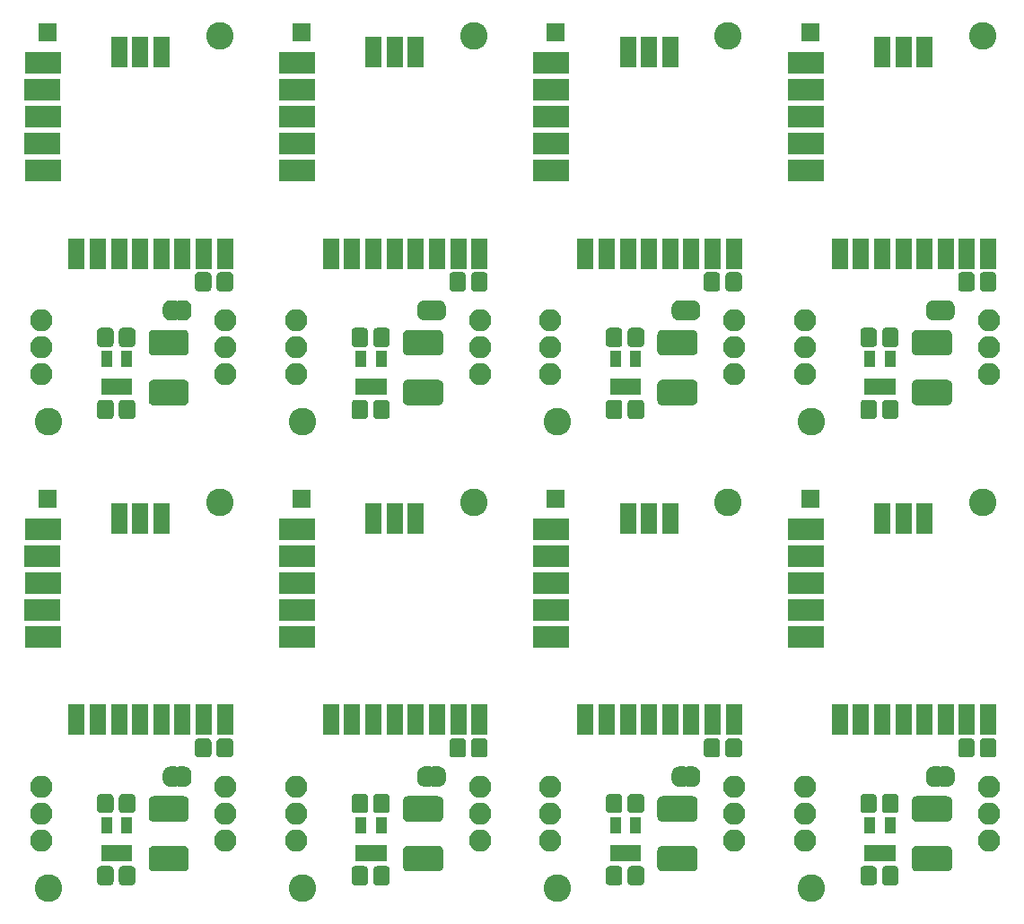
<source format=gbs>
%MOIN*%
%OFA0B0*%
%FSLAX46Y46*%
%IPPOS*%
%LPD*%
%ADD10O,0.082677165354330714X0.082677165354330714*%
%ADD11C,0.005905511811023622*%
%ADD12C,0.094488188976377951*%
%ADD13C,0.0610236220472441*%
%ADD14C,0.01968503937007874*%
%ADD15R,0.062992125984251982X0.11511811023622047*%
%ADD16R,0.041338582677165357X0.063779527559055124*%
%ADD17R,0.13385826771653545X0.082677165354330714*%
%ADD18C,0.10236220472440946*%
%ADD19R,0.068897637795275593X0.068897637795275593*%
%ADD30O,0.082677165354330714X0.082677165354330714*%
%ADD31C,0.005905511811023622*%
%ADD32C,0.094488188976377951*%
%ADD33C,0.0610236220472441*%
%ADD34C,0.01968503937007874*%
%ADD35R,0.062992125984251982X0.11511811023622047*%
%ADD36R,0.041338582677165357X0.063779527559055124*%
%ADD37R,0.13385826771653545X0.082677165354330714*%
%ADD38C,0.10236220472440946*%
%ADD39R,0.068897637795275593X0.068897637795275593*%
%ADD40O,0.082677165354330714X0.082677165354330714*%
%ADD41C,0.005905511811023622*%
%ADD42C,0.094488188976377951*%
%ADD43C,0.0610236220472441*%
%ADD44C,0.01968503937007874*%
%ADD45R,0.062992125984251982X0.11511811023622047*%
%ADD46R,0.041338582677165357X0.063779527559055124*%
%ADD47R,0.13385826771653545X0.082677165354330714*%
%ADD48C,0.10236220472440946*%
%ADD49R,0.068897637795275593X0.068897637795275593*%
%ADD50O,0.082677165354330714X0.082677165354330714*%
%ADD51C,0.005905511811023622*%
%ADD52C,0.094488188976377951*%
%ADD53C,0.0610236220472441*%
%ADD54C,0.01968503937007874*%
%ADD55R,0.062992125984251982X0.11511811023622047*%
%ADD56R,0.041338582677165357X0.063779527559055124*%
%ADD57R,0.13385826771653545X0.082677165354330714*%
%ADD58C,0.10236220472440946*%
%ADD59R,0.068897637795275593X0.068897637795275593*%
%ADD60O,0.082677165354330714X0.082677165354330714*%
%ADD61C,0.005905511811023622*%
%ADD62C,0.094488188976377951*%
%ADD63C,0.0610236220472441*%
%ADD64C,0.01968503937007874*%
%ADD65R,0.062992125984251982X0.11511811023622047*%
%ADD66R,0.041338582677165357X0.063779527559055124*%
%ADD67R,0.13385826771653545X0.082677165354330714*%
%ADD68C,0.10236220472440946*%
%ADD69R,0.068897637795275593X0.068897637795275593*%
%ADD70O,0.082677165354330714X0.082677165354330714*%
%ADD71C,0.005905511811023622*%
%ADD72C,0.094488188976377951*%
%ADD73C,0.0610236220472441*%
%ADD74C,0.01968503937007874*%
%ADD75R,0.062992125984251982X0.11511811023622047*%
%ADD76R,0.041338582677165357X0.063779527559055124*%
%ADD77R,0.13385826771653545X0.082677165354330714*%
%ADD78C,0.10236220472440946*%
%ADD79R,0.068897637795275593X0.068897637795275593*%
%ADD80O,0.082677165354330714X0.082677165354330714*%
%ADD81C,0.005905511811023622*%
%ADD82C,0.094488188976377951*%
%ADD83C,0.0610236220472441*%
%ADD84C,0.01968503937007874*%
%ADD85R,0.062992125984251982X0.11511811023622047*%
%ADD86R,0.041338582677165357X0.063779527559055124*%
%ADD87R,0.13385826771653545X0.082677165354330714*%
%ADD88C,0.10236220472440946*%
%ADD89R,0.068897637795275593X0.068897637795275593*%
%ADD90O,0.082677165354330714X0.082677165354330714*%
%ADD91C,0.005905511811023622*%
%ADD92C,0.094488188976377951*%
%ADD93C,0.0610236220472441*%
%ADD94C,0.01968503937007874*%
%ADD95R,0.062992125984251982X0.11511811023622047*%
%ADD96R,0.041338582677165357X0.063779527559055124*%
%ADD97R,0.13385826771653545X0.082677165354330714*%
%ADD98C,0.10236220472440946*%
%ADD99R,0.068897637795275593X0.068897637795275593*%
D10*
X-0006692913Y0004921259D02*
X0000051181Y0000248818D03*
X0000051181Y0000348818D03*
X0000051181Y0000448818D03*
D11*
G36*
X0000582061Y0000228259D02*
G01*
X0000583822Y0000227997D01*
X0000585549Y0000227565D01*
X0000587225Y0000226965D01*
X0000588835Y0000226204D01*
X0000590362Y0000225289D01*
X0000591792Y0000224228D01*
X0000593111Y0000223032D01*
X0000594307Y0000221713D01*
X0000595367Y0000220283D01*
X0000596283Y0000218756D01*
X0000597044Y0000217147D01*
X0000597644Y0000215470D01*
X0000598076Y0000213743D01*
X0000598337Y0000211982D01*
X0000598425Y0000210204D01*
X0000598425Y0000151999D01*
X0000598337Y0000150221D01*
X0000598076Y0000148460D01*
X0000597644Y0000146733D01*
X0000597044Y0000145057D01*
X0000596283Y0000143448D01*
X0000595367Y0000141920D01*
X0000594307Y0000140491D01*
X0000593111Y0000139171D01*
X0000591792Y0000137976D01*
X0000590362Y0000136915D01*
X0000588835Y0000136000D01*
X0000587225Y0000135239D01*
X0000585549Y0000134639D01*
X0000583822Y0000134206D01*
X0000582061Y0000133945D01*
X0000580283Y0000133858D01*
X0000466960Y0000133858D01*
X0000465182Y0000133945D01*
X0000463421Y0000134206D01*
X0000461694Y0000134639D01*
X0000460018Y0000135239D01*
X0000458408Y0000136000D01*
X0000456881Y0000136915D01*
X0000455451Y0000137976D01*
X0000454132Y0000139171D01*
X0000452936Y0000140491D01*
X0000451876Y0000141920D01*
X0000450961Y0000143448D01*
X0000450199Y0000145057D01*
X0000449600Y0000146733D01*
X0000449167Y0000148460D01*
X0000448906Y0000150221D01*
X0000448818Y0000151999D01*
X0000448818Y0000210204D01*
X0000448906Y0000211982D01*
X0000449167Y0000213743D01*
X0000449600Y0000215470D01*
X0000450199Y0000217147D01*
X0000450961Y0000218756D01*
X0000451876Y0000220283D01*
X0000452936Y0000221713D01*
X0000454132Y0000223032D01*
X0000455451Y0000224228D01*
X0000456881Y0000225289D01*
X0000458408Y0000226204D01*
X0000460018Y0000226965D01*
X0000461694Y0000227565D01*
X0000463421Y0000227997D01*
X0000465182Y0000228259D01*
X0000466960Y0000228346D01*
X0000580283Y0000228346D01*
X0000582061Y0000228259D01*
X0000582061Y0000228259D01*
G37*
D12*
X0000523622Y0000181102D03*
D11*
G36*
X0000582061Y0000413298D02*
G01*
X0000583822Y0000413037D01*
X0000585549Y0000412604D01*
X0000587225Y0000412004D01*
X0000588835Y0000411243D01*
X0000590362Y0000410328D01*
X0000591792Y0000409267D01*
X0000593111Y0000408072D01*
X0000594307Y0000406753D01*
X0000595367Y0000405323D01*
X0000596283Y0000403796D01*
X0000597044Y0000402186D01*
X0000597644Y0000400510D01*
X0000598076Y0000398783D01*
X0000598337Y0000397022D01*
X0000598425Y0000395244D01*
X0000598425Y0000337039D01*
X0000598337Y0000335261D01*
X0000598076Y0000333500D01*
X0000597644Y0000331773D01*
X0000597044Y0000330096D01*
X0000596283Y0000328487D01*
X0000595367Y0000326960D01*
X0000594307Y0000325530D01*
X0000593111Y0000324211D01*
X0000591792Y0000323015D01*
X0000590362Y0000321955D01*
X0000588835Y0000321039D01*
X0000587225Y0000320278D01*
X0000585549Y0000319678D01*
X0000583822Y0000319246D01*
X0000582061Y0000318985D01*
X0000580283Y0000318897D01*
X0000466960Y0000318897D01*
X0000465182Y0000318985D01*
X0000463421Y0000319246D01*
X0000461694Y0000319678D01*
X0000460018Y0000320278D01*
X0000458408Y0000321039D01*
X0000456881Y0000321955D01*
X0000455451Y0000323015D01*
X0000454132Y0000324211D01*
X0000452936Y0000325530D01*
X0000451876Y0000326960D01*
X0000450961Y0000328487D01*
X0000450199Y0000330096D01*
X0000449600Y0000331773D01*
X0000449167Y0000333500D01*
X0000448906Y0000335261D01*
X0000448818Y0000337039D01*
X0000448818Y0000395244D01*
X0000448906Y0000397022D01*
X0000449167Y0000398783D01*
X0000449600Y0000400510D01*
X0000450199Y0000402186D01*
X0000450961Y0000403796D01*
X0000451876Y0000405323D01*
X0000452936Y0000406753D01*
X0000454132Y0000408072D01*
X0000455451Y0000409267D01*
X0000456881Y0000410328D01*
X0000458408Y0000411243D01*
X0000460018Y0000412004D01*
X0000461694Y0000412604D01*
X0000463421Y0000413037D01*
X0000465182Y0000413298D01*
X0000466960Y0000413385D01*
X0000580283Y0000413385D01*
X0000582061Y0000413298D01*
X0000582061Y0000413298D01*
G37*
D12*
X0000523622Y0000366141D03*
D11*
G36*
X0000306931Y0000153479D02*
G01*
X0000308219Y0000153288D01*
X0000309482Y0000152972D01*
X0000310708Y0000152533D01*
X0000311885Y0000151976D01*
X0000313001Y0000151307D01*
X0000314047Y0000150532D01*
X0000315012Y0000149657D01*
X0000315886Y0000148693D01*
X0000316661Y0000147647D01*
X0000317331Y0000146530D01*
X0000317887Y0000145353D01*
X0000318326Y0000144128D01*
X0000318642Y0000142865D01*
X0000318833Y0000141577D01*
X0000318897Y0000140277D01*
X0000318897Y0000095943D01*
X0000318833Y0000094642D01*
X0000318642Y0000093355D01*
X0000318326Y0000092092D01*
X0000317887Y0000090866D01*
X0000317331Y0000089689D01*
X0000316661Y0000088572D01*
X0000315886Y0000087527D01*
X0000315012Y0000086562D01*
X0000314047Y0000085688D01*
X0000313001Y0000084912D01*
X0000311885Y0000084243D01*
X0000310708Y0000083686D01*
X0000309482Y0000083248D01*
X0000308219Y0000082932D01*
X0000306931Y0000082741D01*
X0000305631Y0000082677D01*
X0000271139Y0000082677D01*
X0000269839Y0000082741D01*
X0000268551Y0000082932D01*
X0000267289Y0000083248D01*
X0000266063Y0000083686D01*
X0000264886Y0000084243D01*
X0000263769Y0000084912D01*
X0000262724Y0000085688D01*
X0000261759Y0000086562D01*
X0000260885Y0000087527D01*
X0000260109Y0000088572D01*
X0000259440Y0000089689D01*
X0000258883Y0000090866D01*
X0000258445Y0000092092D01*
X0000258128Y0000093355D01*
X0000257937Y0000094642D01*
X0000257874Y0000095943D01*
X0000257874Y0000140277D01*
X0000257937Y0000141577D01*
X0000258128Y0000142865D01*
X0000258445Y0000144128D01*
X0000258883Y0000145353D01*
X0000259440Y0000146530D01*
X0000260109Y0000147647D01*
X0000260885Y0000148693D01*
X0000261759Y0000149657D01*
X0000262724Y0000150532D01*
X0000263769Y0000151307D01*
X0000264886Y0000151976D01*
X0000266063Y0000152533D01*
X0000267289Y0000152972D01*
X0000268551Y0000153288D01*
X0000269839Y0000153479D01*
X0000271139Y0000153543D01*
X0000305631Y0000153543D01*
X0000306931Y0000153479D01*
X0000306931Y0000153479D01*
G37*
D13*
X0000288385Y0000118110D03*
D11*
G36*
X0000387640Y0000153479D02*
G01*
X0000388928Y0000153288D01*
X0000390191Y0000152972D01*
X0000391416Y0000152533D01*
X0000392593Y0000151976D01*
X0000393710Y0000151307D01*
X0000394756Y0000150532D01*
X0000395720Y0000149657D01*
X0000396595Y0000148693D01*
X0000397370Y0000147647D01*
X0000398039Y0000146530D01*
X0000398596Y0000145353D01*
X0000399035Y0000144128D01*
X0000399351Y0000142865D01*
X0000399542Y0000141577D01*
X0000399606Y0000140277D01*
X0000399606Y0000095943D01*
X0000399542Y0000094642D01*
X0000399351Y0000093355D01*
X0000399035Y0000092092D01*
X0000398596Y0000090866D01*
X0000398039Y0000089689D01*
X0000397370Y0000088572D01*
X0000396595Y0000087527D01*
X0000395720Y0000086562D01*
X0000394756Y0000085688D01*
X0000393710Y0000084912D01*
X0000392593Y0000084243D01*
X0000391416Y0000083686D01*
X0000390191Y0000083248D01*
X0000388928Y0000082932D01*
X0000387640Y0000082741D01*
X0000386340Y0000082677D01*
X0000351848Y0000082677D01*
X0000350548Y0000082741D01*
X0000349260Y0000082932D01*
X0000347997Y0000083248D01*
X0000346771Y0000083686D01*
X0000345595Y0000084243D01*
X0000344478Y0000084912D01*
X0000343432Y0000085688D01*
X0000342468Y0000086562D01*
X0000341593Y0000087527D01*
X0000340818Y0000088572D01*
X0000340149Y0000089689D01*
X0000339592Y0000090866D01*
X0000339153Y0000092092D01*
X0000338837Y0000093355D01*
X0000338646Y0000094642D01*
X0000338582Y0000095943D01*
X0000338582Y0000140277D01*
X0000338646Y0000141577D01*
X0000338837Y0000142865D01*
X0000339153Y0000144128D01*
X0000339592Y0000145353D01*
X0000340149Y0000146530D01*
X0000340818Y0000147647D01*
X0000341593Y0000148693D01*
X0000342468Y0000149657D01*
X0000343432Y0000150532D01*
X0000344478Y0000151307D01*
X0000345595Y0000151976D01*
X0000346771Y0000152533D01*
X0000347997Y0000152972D01*
X0000349260Y0000153288D01*
X0000350548Y0000153479D01*
X0000351848Y0000153543D01*
X0000386340Y0000153543D01*
X0000387640Y0000153479D01*
X0000387640Y0000153479D01*
G37*
D13*
X0000369094Y0000118110D03*
D11*
G36*
X0000387640Y0000421195D02*
G01*
X0000388928Y0000421004D01*
X0000390191Y0000420688D01*
X0000391416Y0000420250D01*
X0000392593Y0000419693D01*
X0000393710Y0000419024D01*
X0000394756Y0000418248D01*
X0000395720Y0000417374D01*
X0000396595Y0000416409D01*
X0000397370Y0000415364D01*
X0000398039Y0000414247D01*
X0000398596Y0000413070D01*
X0000399035Y0000411844D01*
X0000399351Y0000410581D01*
X0000399542Y0000409294D01*
X0000399606Y0000407993D01*
X0000399606Y0000363659D01*
X0000399542Y0000362359D01*
X0000399351Y0000361071D01*
X0000399035Y0000359808D01*
X0000398596Y0000358582D01*
X0000398039Y0000357406D01*
X0000397370Y0000356289D01*
X0000396595Y0000355243D01*
X0000395720Y0000354279D01*
X0000394756Y0000353404D01*
X0000393710Y0000352629D01*
X0000392593Y0000351960D01*
X0000391416Y0000351403D01*
X0000390191Y0000350964D01*
X0000388928Y0000350648D01*
X0000387640Y0000350457D01*
X0000386340Y0000350393D01*
X0000351848Y0000350393D01*
X0000350548Y0000350457D01*
X0000349260Y0000350648D01*
X0000347997Y0000350964D01*
X0000346771Y0000351403D01*
X0000345595Y0000351960D01*
X0000344478Y0000352629D01*
X0000343432Y0000353404D01*
X0000342468Y0000354279D01*
X0000341593Y0000355243D01*
X0000340818Y0000356289D01*
X0000340149Y0000357406D01*
X0000339592Y0000358582D01*
X0000339153Y0000359808D01*
X0000338837Y0000361071D01*
X0000338646Y0000362359D01*
X0000338582Y0000363659D01*
X0000338582Y0000407993D01*
X0000338646Y0000409294D01*
X0000338837Y0000410581D01*
X0000339153Y0000411844D01*
X0000339592Y0000413070D01*
X0000340149Y0000414247D01*
X0000340818Y0000415364D01*
X0000341593Y0000416409D01*
X0000342468Y0000417374D01*
X0000343432Y0000418248D01*
X0000344478Y0000419024D01*
X0000345595Y0000419693D01*
X0000346771Y0000420250D01*
X0000347997Y0000420688D01*
X0000349260Y0000421004D01*
X0000350548Y0000421195D01*
X0000351848Y0000421259D01*
X0000386340Y0000421259D01*
X0000387640Y0000421195D01*
X0000387640Y0000421195D01*
G37*
D13*
X0000369094Y0000385826D03*
D11*
G36*
X0000306931Y0000421195D02*
G01*
X0000308219Y0000421004D01*
X0000309482Y0000420688D01*
X0000310708Y0000420250D01*
X0000311885Y0000419693D01*
X0000313001Y0000419024D01*
X0000314047Y0000418248D01*
X0000315012Y0000417374D01*
X0000315886Y0000416409D01*
X0000316661Y0000415364D01*
X0000317331Y0000414247D01*
X0000317887Y0000413070D01*
X0000318326Y0000411844D01*
X0000318642Y0000410581D01*
X0000318833Y0000409294D01*
X0000318897Y0000407993D01*
X0000318897Y0000363659D01*
X0000318833Y0000362359D01*
X0000318642Y0000361071D01*
X0000318326Y0000359808D01*
X0000317887Y0000358582D01*
X0000317331Y0000357406D01*
X0000316661Y0000356289D01*
X0000315886Y0000355243D01*
X0000315012Y0000354279D01*
X0000314047Y0000353404D01*
X0000313001Y0000352629D01*
X0000311885Y0000351960D01*
X0000310708Y0000351403D01*
X0000309482Y0000350964D01*
X0000308219Y0000350648D01*
X0000306931Y0000350457D01*
X0000305631Y0000350393D01*
X0000271139Y0000350393D01*
X0000269839Y0000350457D01*
X0000268551Y0000350648D01*
X0000267289Y0000350964D01*
X0000266063Y0000351403D01*
X0000264886Y0000351960D01*
X0000263769Y0000352629D01*
X0000262724Y0000353404D01*
X0000261759Y0000354279D01*
X0000260885Y0000355243D01*
X0000260109Y0000356289D01*
X0000259440Y0000357406D01*
X0000258883Y0000358582D01*
X0000258445Y0000359808D01*
X0000258128Y0000361071D01*
X0000257937Y0000362359D01*
X0000257874Y0000363659D01*
X0000257874Y0000407993D01*
X0000257937Y0000409294D01*
X0000258128Y0000410581D01*
X0000258445Y0000411844D01*
X0000258883Y0000413070D01*
X0000259440Y0000414247D01*
X0000260109Y0000415364D01*
X0000260885Y0000416409D01*
X0000261759Y0000417374D01*
X0000262724Y0000418248D01*
X0000263769Y0000419024D01*
X0000264886Y0000419693D01*
X0000266063Y0000420250D01*
X0000267289Y0000420688D01*
X0000268551Y0000421004D01*
X0000269839Y0000421195D01*
X0000271139Y0000421259D01*
X0000305631Y0000421259D01*
X0000306931Y0000421195D01*
X0000306931Y0000421195D01*
G37*
D13*
X0000288385Y0000385826D03*
D11*
G36*
X0000670120Y0000627888D02*
G01*
X0000671408Y0000627697D01*
X0000672671Y0000627381D01*
X0000673897Y0000626942D01*
X0000675074Y0000626386D01*
X0000676190Y0000625717D01*
X0000677236Y0000624941D01*
X0000678201Y0000624067D01*
X0000679075Y0000623102D01*
X0000679850Y0000622056D01*
X0000680520Y0000620940D01*
X0000681076Y0000619763D01*
X0000681515Y0000618537D01*
X0000681831Y0000617274D01*
X0000682022Y0000615987D01*
X0000682086Y0000614686D01*
X0000682086Y0000570352D01*
X0000682022Y0000569052D01*
X0000681831Y0000567764D01*
X0000681515Y0000566501D01*
X0000681076Y0000565275D01*
X0000680520Y0000564099D01*
X0000679850Y0000562982D01*
X0000679075Y0000561936D01*
X0000678201Y0000560972D01*
X0000677236Y0000560097D01*
X0000676190Y0000559322D01*
X0000675074Y0000558652D01*
X0000673897Y0000558096D01*
X0000672671Y0000557657D01*
X0000671408Y0000557341D01*
X0000670120Y0000557150D01*
X0000668820Y0000557086D01*
X0000634328Y0000557086D01*
X0000633028Y0000557150D01*
X0000631740Y0000557341D01*
X0000630478Y0000557657D01*
X0000629252Y0000558096D01*
X0000628075Y0000558652D01*
X0000626958Y0000559322D01*
X0000625913Y0000560097D01*
X0000624948Y0000560972D01*
X0000624074Y0000561936D01*
X0000623298Y0000562982D01*
X0000622629Y0000564099D01*
X0000622072Y0000565275D01*
X0000621634Y0000566501D01*
X0000621317Y0000567764D01*
X0000621126Y0000569052D01*
X0000621062Y0000570352D01*
X0000621062Y0000614686D01*
X0000621126Y0000615987D01*
X0000621317Y0000617274D01*
X0000621634Y0000618537D01*
X0000622072Y0000619763D01*
X0000622629Y0000620940D01*
X0000623298Y0000622056D01*
X0000624074Y0000623102D01*
X0000624948Y0000624067D01*
X0000625913Y0000624941D01*
X0000626958Y0000625717D01*
X0000628075Y0000626386D01*
X0000629252Y0000626942D01*
X0000630478Y0000627381D01*
X0000631740Y0000627697D01*
X0000633028Y0000627888D01*
X0000634328Y0000627952D01*
X0000668820Y0000627952D01*
X0000670120Y0000627888D01*
X0000670120Y0000627888D01*
G37*
D13*
X0000651574Y0000592519D03*
D11*
G36*
X0000750829Y0000627888D02*
G01*
X0000752117Y0000627697D01*
X0000753380Y0000627381D01*
X0000754605Y0000626942D01*
X0000755782Y0000626386D01*
X0000756899Y0000625717D01*
X0000757945Y0000624941D01*
X0000758909Y0000624067D01*
X0000759784Y0000623102D01*
X0000760559Y0000622056D01*
X0000761228Y0000620940D01*
X0000761785Y0000619763D01*
X0000762224Y0000618537D01*
X0000762540Y0000617274D01*
X0000762731Y0000615987D01*
X0000762795Y0000614686D01*
X0000762795Y0000570352D01*
X0000762731Y0000569052D01*
X0000762540Y0000567764D01*
X0000762224Y0000566501D01*
X0000761785Y0000565275D01*
X0000761228Y0000564099D01*
X0000760559Y0000562982D01*
X0000759784Y0000561936D01*
X0000758909Y0000560972D01*
X0000757945Y0000560097D01*
X0000756899Y0000559322D01*
X0000755782Y0000558652D01*
X0000754605Y0000558096D01*
X0000753380Y0000557657D01*
X0000752117Y0000557341D01*
X0000750829Y0000557150D01*
X0000749529Y0000557086D01*
X0000715037Y0000557086D01*
X0000713737Y0000557150D01*
X0000712449Y0000557341D01*
X0000711186Y0000557657D01*
X0000709960Y0000558096D01*
X0000708784Y0000558652D01*
X0000707667Y0000559322D01*
X0000706621Y0000560097D01*
X0000705657Y0000560972D01*
X0000704782Y0000561936D01*
X0000704007Y0000562982D01*
X0000703338Y0000564099D01*
X0000702781Y0000565275D01*
X0000702342Y0000566501D01*
X0000702026Y0000567764D01*
X0000701835Y0000569052D01*
X0000701771Y0000570352D01*
X0000701771Y0000614686D01*
X0000701835Y0000615987D01*
X0000702026Y0000617274D01*
X0000702342Y0000618537D01*
X0000702781Y0000619763D01*
X0000703338Y0000620940D01*
X0000704007Y0000622056D01*
X0000704782Y0000623102D01*
X0000705657Y0000624067D01*
X0000706621Y0000624941D01*
X0000707667Y0000625717D01*
X0000708784Y0000626386D01*
X0000709960Y0000626942D01*
X0000711186Y0000627381D01*
X0000712449Y0000627697D01*
X0000713737Y0000627888D01*
X0000715037Y0000627952D01*
X0000749529Y0000627952D01*
X0000750829Y0000627888D01*
X0000750829Y0000627888D01*
G37*
D13*
X0000732283Y0000592519D03*
D14*
X0000529527Y0000486220D03*
D11*
G36*
X0000529286Y0000448842D02*
G01*
X0000528561Y0000448842D01*
X0000527789Y0000448880D01*
X0000525867Y0000449069D01*
X0000525103Y0000449183D01*
X0000523208Y0000449560D01*
X0000522458Y0000449747D01*
X0000520610Y0000450308D01*
X0000519882Y0000450568D01*
X0000518097Y0000451308D01*
X0000517399Y0000451638D01*
X0000515695Y0000452549D01*
X0000515032Y0000452946D01*
X0000513426Y0000454019D01*
X0000512805Y0000454480D01*
X0000511312Y0000455705D01*
X0000510740Y0000456224D01*
X0000509374Y0000457590D01*
X0000508855Y0000458163D01*
X0000507629Y0000459656D01*
X0000507169Y0000460277D01*
X0000506096Y0000461883D01*
X0000505698Y0000462545D01*
X0000504788Y0000464249D01*
X0000504457Y0000464948D01*
X0000503718Y0000466733D01*
X0000503458Y0000467460D01*
X0000502897Y0000469309D01*
X0000502709Y0000470058D01*
X0000502332Y0000471953D01*
X0000502219Y0000472717D01*
X0000502030Y0000474640D01*
X0000501992Y0000475412D01*
X0000501992Y0000476137D01*
X0000501968Y0000476377D01*
X0000501968Y0000496062D01*
X0000501992Y0000496303D01*
X0000501992Y0000497028D01*
X0000502030Y0000497800D01*
X0000502219Y0000499723D01*
X0000502332Y0000500487D01*
X0000502709Y0000502382D01*
X0000502897Y0000503131D01*
X0000503458Y0000504980D01*
X0000503718Y0000505707D01*
X0000504457Y0000507492D01*
X0000504788Y0000508191D01*
X0000505698Y0000509895D01*
X0000506096Y0000510557D01*
X0000507169Y0000512163D01*
X0000507629Y0000512784D01*
X0000508855Y0000514277D01*
X0000509374Y0000514850D01*
X0000510740Y0000516216D01*
X0000511312Y0000516735D01*
X0000512805Y0000517960D01*
X0000513426Y0000518421D01*
X0000515032Y0000519494D01*
X0000515695Y0000519891D01*
X0000517399Y0000520802D01*
X0000518097Y0000521132D01*
X0000519882Y0000521872D01*
X0000520610Y0000522132D01*
X0000522458Y0000522693D01*
X0000523208Y0000522880D01*
X0000525103Y0000523257D01*
X0000525867Y0000523371D01*
X0000527789Y0000523560D01*
X0000528561Y0000523598D01*
X0000529286Y0000523598D01*
X0000529527Y0000523622D01*
X0000549212Y0000523622D01*
X0000550748Y0000523470D01*
X0000552225Y0000523022D01*
X0000553587Y0000522295D01*
X0000554780Y0000521315D01*
X0000555759Y0000520122D01*
X0000556487Y0000518761D01*
X0000556935Y0000517284D01*
X0000557086Y0000515747D01*
X0000557086Y0000456692D01*
X0000556935Y0000455156D01*
X0000556487Y0000453679D01*
X0000555759Y0000452318D01*
X0000554780Y0000451125D01*
X0000553587Y0000450145D01*
X0000552225Y0000449418D01*
X0000550748Y0000448970D01*
X0000549212Y0000448818D01*
X0000529527Y0000448818D01*
X0000529286Y0000448842D01*
X0000529286Y0000448842D01*
G37*
D14*
X0000580708Y0000486220D03*
D11*
G36*
X0000559487Y0000448970D02*
G01*
X0000558010Y0000449418D01*
X0000556649Y0000450145D01*
X0000555455Y0000451125D01*
X0000554476Y0000452318D01*
X0000553748Y0000453679D01*
X0000553300Y0000455156D01*
X0000553149Y0000456692D01*
X0000553149Y0000515747D01*
X0000553300Y0000517284D01*
X0000553748Y0000518761D01*
X0000554476Y0000520122D01*
X0000555455Y0000521315D01*
X0000556649Y0000522295D01*
X0000558010Y0000523022D01*
X0000559487Y0000523470D01*
X0000561023Y0000523622D01*
X0000580708Y0000523622D01*
X0000580949Y0000523598D01*
X0000581674Y0000523598D01*
X0000582446Y0000523560D01*
X0000584368Y0000523371D01*
X0000585133Y0000523257D01*
X0000587027Y0000522880D01*
X0000587777Y0000522693D01*
X0000589626Y0000522132D01*
X0000590353Y0000521872D01*
X0000592138Y0000521132D01*
X0000592837Y0000520802D01*
X0000594540Y0000519891D01*
X0000595203Y0000519494D01*
X0000596809Y0000518421D01*
X0000597430Y0000517960D01*
X0000598923Y0000516735D01*
X0000599496Y0000516216D01*
X0000600862Y0000514850D01*
X0000601380Y0000514277D01*
X0000602606Y0000512784D01*
X0000603066Y0000512163D01*
X0000604140Y0000510557D01*
X0000604537Y0000509895D01*
X0000605447Y0000508191D01*
X0000605778Y0000507492D01*
X0000606517Y0000505707D01*
X0000606777Y0000504980D01*
X0000607338Y0000503131D01*
X0000607526Y0000502382D01*
X0000607903Y0000500487D01*
X0000608016Y0000499723D01*
X0000608206Y0000497800D01*
X0000608244Y0000497028D01*
X0000608244Y0000496303D01*
X0000608267Y0000496062D01*
X0000608267Y0000476377D01*
X0000608244Y0000476137D01*
X0000608244Y0000475412D01*
X0000608206Y0000474640D01*
X0000608016Y0000472717D01*
X0000607903Y0000471953D01*
X0000607526Y0000470058D01*
X0000607338Y0000469309D01*
X0000606777Y0000467460D01*
X0000606517Y0000466733D01*
X0000605778Y0000464948D01*
X0000605447Y0000464249D01*
X0000604537Y0000462545D01*
X0000604140Y0000461883D01*
X0000603066Y0000460277D01*
X0000602606Y0000459656D01*
X0000601380Y0000458163D01*
X0000600862Y0000457590D01*
X0000599496Y0000456224D01*
X0000598923Y0000455705D01*
X0000597430Y0000454480D01*
X0000596809Y0000454019D01*
X0000595203Y0000452946D01*
X0000594540Y0000452549D01*
X0000592837Y0000451638D01*
X0000592138Y0000451308D01*
X0000590353Y0000450568D01*
X0000589626Y0000450308D01*
X0000587777Y0000449747D01*
X0000587027Y0000449560D01*
X0000585133Y0000449183D01*
X0000584368Y0000449069D01*
X0000582446Y0000448880D01*
X0000581674Y0000448842D01*
X0000580949Y0000448842D01*
X0000580708Y0000448818D01*
X0000561023Y0000448818D01*
X0000559487Y0000448970D01*
X0000559487Y0000448970D01*
G37*
D10*
X0000734586Y0000248759D03*
X0000734586Y0000348759D03*
X0000734586Y0000448759D03*
D15*
X0000732677Y0000697559D03*
X0000653937Y0000697559D03*
X0000575196Y0000697559D03*
X0000496456Y0000697559D03*
X0000417716Y0000697559D03*
X0000338976Y0000697559D03*
X0000260236Y0000697559D03*
X0000181496Y0000697559D03*
X0000417716Y0001445590D03*
X0000496456Y0001445590D03*
X0000338976Y0001445590D03*
D16*
X0000368110Y0000305511D03*
X0000293307Y0000305511D03*
X0000293307Y0000202362D03*
X0000330708Y0000202362D03*
X0000368110Y0000202362D03*
D17*
X0000055531Y0001006259D03*
X0000055531Y0001206259D03*
X0000055531Y0001406259D03*
X0000054586Y0001106259D03*
X0000054586Y0001306259D03*
D18*
X0000712086Y0001506259D03*
X0000077086Y0000071259D03*
D19*
X0000072086Y0001518759D03*
G04 next file*
G04 #@! TF.GenerationSoftware,KiCad,Pcbnew,(5.1.2)-2*
G04 #@! TF.CreationDate,2019-11-25T20:14:04+01:00*
G04 #@! TF.ProjectId,HM-LC-SW1-BA-PCB_mini_MAX1724,484d2d4c-432d-4535-9731-2d42412d5043,rev?*
G04 #@! TF.SameCoordinates,Original*
G04 #@! TF.FileFunction,Soldermask,Bot*
G04 #@! TF.FilePolarity,Negative*
G04 Gerber Fmt 4.6, Leading zero omitted, Abs format (unit mm)*
G04 Created by KiCad (PCBNEW (5.1.2)-2) date 2019-11-25 20:14:04*
G04 APERTURE LIST*
G04 APERTURE END LIST*
D30*
X-0006692913Y0006653543D02*
X0000051181Y0001981102D03*
X0000051181Y0002081102D03*
X0000051181Y0002181102D03*
D31*
G36*
X0000582061Y0001960542D02*
G01*
X0000583822Y0001960281D01*
X0000585549Y0001959848D01*
X0000587225Y0001959248D01*
X0000588835Y0001958487D01*
X0000590362Y0001957572D01*
X0000591792Y0001956511D01*
X0000593111Y0001955316D01*
X0000594307Y0001953997D01*
X0000595367Y0001952567D01*
X0000596283Y0001951040D01*
X0000597044Y0001949430D01*
X0000597644Y0001947754D01*
X0000598076Y0001946027D01*
X0000598337Y0001944266D01*
X0000598425Y0001942488D01*
X0000598425Y0001884283D01*
X0000598337Y0001882505D01*
X0000598076Y0001880744D01*
X0000597644Y0001879017D01*
X0000597044Y0001877340D01*
X0000596283Y0001875731D01*
X0000595367Y0001874204D01*
X0000594307Y0001872774D01*
X0000593111Y0001871455D01*
X0000591792Y0001870259D01*
X0000590362Y0001869199D01*
X0000588835Y0001868283D01*
X0000587225Y0001867522D01*
X0000585549Y0001866922D01*
X0000583822Y0001866490D01*
X0000582061Y0001866229D01*
X0000580283Y0001866141D01*
X0000466960Y0001866141D01*
X0000465182Y0001866229D01*
X0000463421Y0001866490D01*
X0000461694Y0001866922D01*
X0000460018Y0001867522D01*
X0000458408Y0001868283D01*
X0000456881Y0001869199D01*
X0000455451Y0001870259D01*
X0000454132Y0001871455D01*
X0000452936Y0001872774D01*
X0000451876Y0001874204D01*
X0000450961Y0001875731D01*
X0000450199Y0001877340D01*
X0000449600Y0001879017D01*
X0000449167Y0001880744D01*
X0000448906Y0001882505D01*
X0000448818Y0001884283D01*
X0000448818Y0001942488D01*
X0000448906Y0001944266D01*
X0000449167Y0001946027D01*
X0000449600Y0001947754D01*
X0000450199Y0001949430D01*
X0000450961Y0001951040D01*
X0000451876Y0001952567D01*
X0000452936Y0001953997D01*
X0000454132Y0001955316D01*
X0000455451Y0001956511D01*
X0000456881Y0001957572D01*
X0000458408Y0001958487D01*
X0000460018Y0001959248D01*
X0000461694Y0001959848D01*
X0000463421Y0001960281D01*
X0000465182Y0001960542D01*
X0000466960Y0001960629D01*
X0000580283Y0001960629D01*
X0000582061Y0001960542D01*
X0000582061Y0001960542D01*
G37*
D32*
X0000523622Y0001913385D03*
D31*
G36*
X0000582061Y0002145581D02*
G01*
X0000583822Y0002145320D01*
X0000585549Y0002144888D01*
X0000587225Y0002144288D01*
X0000588835Y0002143527D01*
X0000590362Y0002142611D01*
X0000591792Y0002141551D01*
X0000593111Y0002140355D01*
X0000594307Y0002139036D01*
X0000595367Y0002137606D01*
X0000596283Y0002136079D01*
X0000597044Y0002134470D01*
X0000597644Y0002132793D01*
X0000598076Y0002131066D01*
X0000598337Y0002129305D01*
X0000598425Y0002127527D01*
X0000598425Y0002069322D01*
X0000598337Y0002067544D01*
X0000598076Y0002065783D01*
X0000597644Y0002064056D01*
X0000597044Y0002062380D01*
X0000596283Y0002060770D01*
X0000595367Y0002059243D01*
X0000594307Y0002057813D01*
X0000593111Y0002056494D01*
X0000591792Y0002055299D01*
X0000590362Y0002054238D01*
X0000588835Y0002053323D01*
X0000587225Y0002052562D01*
X0000585549Y0002051962D01*
X0000583822Y0002051529D01*
X0000582061Y0002051268D01*
X0000580283Y0002051181D01*
X0000466960Y0002051181D01*
X0000465182Y0002051268D01*
X0000463421Y0002051529D01*
X0000461694Y0002051962D01*
X0000460018Y0002052562D01*
X0000458408Y0002053323D01*
X0000456881Y0002054238D01*
X0000455451Y0002055299D01*
X0000454132Y0002056494D01*
X0000452936Y0002057813D01*
X0000451876Y0002059243D01*
X0000450961Y0002060770D01*
X0000450199Y0002062380D01*
X0000449600Y0002064056D01*
X0000449167Y0002065783D01*
X0000448906Y0002067544D01*
X0000448818Y0002069322D01*
X0000448818Y0002127527D01*
X0000448906Y0002129305D01*
X0000449167Y0002131066D01*
X0000449600Y0002132793D01*
X0000450199Y0002134470D01*
X0000450961Y0002136079D01*
X0000451876Y0002137606D01*
X0000452936Y0002139036D01*
X0000454132Y0002140355D01*
X0000455451Y0002141551D01*
X0000456881Y0002142611D01*
X0000458408Y0002143527D01*
X0000460018Y0002144288D01*
X0000461694Y0002144888D01*
X0000463421Y0002145320D01*
X0000465182Y0002145581D01*
X0000466960Y0002145669D01*
X0000580283Y0002145669D01*
X0000582061Y0002145581D01*
X0000582061Y0002145581D01*
G37*
D32*
X0000523622Y0002098425D03*
D31*
G36*
X0000306931Y0001885762D02*
G01*
X0000308219Y0001885571D01*
X0000309482Y0001885255D01*
X0000310708Y0001884816D01*
X0000311885Y0001884260D01*
X0000313001Y0001883591D01*
X0000314047Y0001882815D01*
X0000315012Y0001881941D01*
X0000315886Y0001880976D01*
X0000316661Y0001879930D01*
X0000317331Y0001878814D01*
X0000317887Y0001877637D01*
X0000318326Y0001876411D01*
X0000318642Y0001875148D01*
X0000318833Y0001873861D01*
X0000318897Y0001872560D01*
X0000318897Y0001828226D01*
X0000318833Y0001826926D01*
X0000318642Y0001825638D01*
X0000318326Y0001824375D01*
X0000317887Y0001823149D01*
X0000317331Y0001821973D01*
X0000316661Y0001820856D01*
X0000315886Y0001819810D01*
X0000315012Y0001818846D01*
X0000314047Y0001817971D01*
X0000313001Y0001817196D01*
X0000311885Y0001816527D01*
X0000310708Y0001815970D01*
X0000309482Y0001815531D01*
X0000308219Y0001815215D01*
X0000306931Y0001815024D01*
X0000305631Y0001814960D01*
X0000271139Y0001814960D01*
X0000269839Y0001815024D01*
X0000268551Y0001815215D01*
X0000267289Y0001815531D01*
X0000266063Y0001815970D01*
X0000264886Y0001816527D01*
X0000263769Y0001817196D01*
X0000262724Y0001817971D01*
X0000261759Y0001818846D01*
X0000260885Y0001819810D01*
X0000260109Y0001820856D01*
X0000259440Y0001821973D01*
X0000258883Y0001823149D01*
X0000258445Y0001824375D01*
X0000258128Y0001825638D01*
X0000257937Y0001826926D01*
X0000257874Y0001828226D01*
X0000257874Y0001872560D01*
X0000257937Y0001873861D01*
X0000258128Y0001875148D01*
X0000258445Y0001876411D01*
X0000258883Y0001877637D01*
X0000259440Y0001878814D01*
X0000260109Y0001879930D01*
X0000260885Y0001880976D01*
X0000261759Y0001881941D01*
X0000262724Y0001882815D01*
X0000263769Y0001883591D01*
X0000264886Y0001884260D01*
X0000266063Y0001884816D01*
X0000267289Y0001885255D01*
X0000268551Y0001885571D01*
X0000269839Y0001885762D01*
X0000271139Y0001885826D01*
X0000305631Y0001885826D01*
X0000306931Y0001885762D01*
X0000306931Y0001885762D01*
G37*
D33*
X0000288385Y0001850393D03*
D31*
G36*
X0000387640Y0001885762D02*
G01*
X0000388928Y0001885571D01*
X0000390191Y0001885255D01*
X0000391416Y0001884816D01*
X0000392593Y0001884260D01*
X0000393710Y0001883591D01*
X0000394756Y0001882815D01*
X0000395720Y0001881941D01*
X0000396595Y0001880976D01*
X0000397370Y0001879930D01*
X0000398039Y0001878814D01*
X0000398596Y0001877637D01*
X0000399035Y0001876411D01*
X0000399351Y0001875148D01*
X0000399542Y0001873861D01*
X0000399606Y0001872560D01*
X0000399606Y0001828226D01*
X0000399542Y0001826926D01*
X0000399351Y0001825638D01*
X0000399035Y0001824375D01*
X0000398596Y0001823149D01*
X0000398039Y0001821973D01*
X0000397370Y0001820856D01*
X0000396595Y0001819810D01*
X0000395720Y0001818846D01*
X0000394756Y0001817971D01*
X0000393710Y0001817196D01*
X0000392593Y0001816527D01*
X0000391416Y0001815970D01*
X0000390191Y0001815531D01*
X0000388928Y0001815215D01*
X0000387640Y0001815024D01*
X0000386340Y0001814960D01*
X0000351848Y0001814960D01*
X0000350548Y0001815024D01*
X0000349260Y0001815215D01*
X0000347997Y0001815531D01*
X0000346771Y0001815970D01*
X0000345595Y0001816527D01*
X0000344478Y0001817196D01*
X0000343432Y0001817971D01*
X0000342468Y0001818846D01*
X0000341593Y0001819810D01*
X0000340818Y0001820856D01*
X0000340149Y0001821973D01*
X0000339592Y0001823149D01*
X0000339153Y0001824375D01*
X0000338837Y0001825638D01*
X0000338646Y0001826926D01*
X0000338582Y0001828226D01*
X0000338582Y0001872560D01*
X0000338646Y0001873861D01*
X0000338837Y0001875148D01*
X0000339153Y0001876411D01*
X0000339592Y0001877637D01*
X0000340149Y0001878814D01*
X0000340818Y0001879930D01*
X0000341593Y0001880976D01*
X0000342468Y0001881941D01*
X0000343432Y0001882815D01*
X0000344478Y0001883591D01*
X0000345595Y0001884260D01*
X0000346771Y0001884816D01*
X0000347997Y0001885255D01*
X0000349260Y0001885571D01*
X0000350548Y0001885762D01*
X0000351848Y0001885826D01*
X0000386340Y0001885826D01*
X0000387640Y0001885762D01*
X0000387640Y0001885762D01*
G37*
D33*
X0000369094Y0001850393D03*
D31*
G36*
X0000387640Y0002153479D02*
G01*
X0000388928Y0002153288D01*
X0000390191Y0002152972D01*
X0000391416Y0002152533D01*
X0000392593Y0002151976D01*
X0000393710Y0002151307D01*
X0000394756Y0002150532D01*
X0000395720Y0002149657D01*
X0000396595Y0002148693D01*
X0000397370Y0002147647D01*
X0000398039Y0002146530D01*
X0000398596Y0002145353D01*
X0000399035Y0002144128D01*
X0000399351Y0002142865D01*
X0000399542Y0002141577D01*
X0000399606Y0002140277D01*
X0000399606Y0002095943D01*
X0000399542Y0002094642D01*
X0000399351Y0002093355D01*
X0000399035Y0002092092D01*
X0000398596Y0002090866D01*
X0000398039Y0002089689D01*
X0000397370Y0002088572D01*
X0000396595Y0002087527D01*
X0000395720Y0002086562D01*
X0000394756Y0002085688D01*
X0000393710Y0002084912D01*
X0000392593Y0002084243D01*
X0000391416Y0002083686D01*
X0000390191Y0002083248D01*
X0000388928Y0002082932D01*
X0000387640Y0002082741D01*
X0000386340Y0002082677D01*
X0000351848Y0002082677D01*
X0000350548Y0002082741D01*
X0000349260Y0002082932D01*
X0000347997Y0002083248D01*
X0000346771Y0002083686D01*
X0000345595Y0002084243D01*
X0000344478Y0002084912D01*
X0000343432Y0002085688D01*
X0000342468Y0002086562D01*
X0000341593Y0002087527D01*
X0000340818Y0002088572D01*
X0000340149Y0002089689D01*
X0000339592Y0002090866D01*
X0000339153Y0002092092D01*
X0000338837Y0002093355D01*
X0000338646Y0002094642D01*
X0000338582Y0002095943D01*
X0000338582Y0002140277D01*
X0000338646Y0002141577D01*
X0000338837Y0002142865D01*
X0000339153Y0002144128D01*
X0000339592Y0002145353D01*
X0000340149Y0002146530D01*
X0000340818Y0002147647D01*
X0000341593Y0002148693D01*
X0000342468Y0002149657D01*
X0000343432Y0002150532D01*
X0000344478Y0002151307D01*
X0000345595Y0002151976D01*
X0000346771Y0002152533D01*
X0000347997Y0002152972D01*
X0000349260Y0002153288D01*
X0000350548Y0002153479D01*
X0000351848Y0002153543D01*
X0000386340Y0002153543D01*
X0000387640Y0002153479D01*
X0000387640Y0002153479D01*
G37*
D33*
X0000369094Y0002118110D03*
D31*
G36*
X0000306931Y0002153479D02*
G01*
X0000308219Y0002153288D01*
X0000309482Y0002152972D01*
X0000310708Y0002152533D01*
X0000311885Y0002151976D01*
X0000313001Y0002151307D01*
X0000314047Y0002150532D01*
X0000315012Y0002149657D01*
X0000315886Y0002148693D01*
X0000316661Y0002147647D01*
X0000317331Y0002146530D01*
X0000317887Y0002145353D01*
X0000318326Y0002144128D01*
X0000318642Y0002142865D01*
X0000318833Y0002141577D01*
X0000318897Y0002140277D01*
X0000318897Y0002095943D01*
X0000318833Y0002094642D01*
X0000318642Y0002093355D01*
X0000318326Y0002092092D01*
X0000317887Y0002090866D01*
X0000317331Y0002089689D01*
X0000316661Y0002088572D01*
X0000315886Y0002087527D01*
X0000315012Y0002086562D01*
X0000314047Y0002085688D01*
X0000313001Y0002084912D01*
X0000311885Y0002084243D01*
X0000310708Y0002083686D01*
X0000309482Y0002083248D01*
X0000308219Y0002082932D01*
X0000306931Y0002082741D01*
X0000305631Y0002082677D01*
X0000271139Y0002082677D01*
X0000269839Y0002082741D01*
X0000268551Y0002082932D01*
X0000267289Y0002083248D01*
X0000266063Y0002083686D01*
X0000264886Y0002084243D01*
X0000263769Y0002084912D01*
X0000262724Y0002085688D01*
X0000261759Y0002086562D01*
X0000260885Y0002087527D01*
X0000260109Y0002088572D01*
X0000259440Y0002089689D01*
X0000258883Y0002090866D01*
X0000258445Y0002092092D01*
X0000258128Y0002093355D01*
X0000257937Y0002094642D01*
X0000257874Y0002095943D01*
X0000257874Y0002140277D01*
X0000257937Y0002141577D01*
X0000258128Y0002142865D01*
X0000258445Y0002144128D01*
X0000258883Y0002145353D01*
X0000259440Y0002146530D01*
X0000260109Y0002147647D01*
X0000260885Y0002148693D01*
X0000261759Y0002149657D01*
X0000262724Y0002150532D01*
X0000263769Y0002151307D01*
X0000264886Y0002151976D01*
X0000266063Y0002152533D01*
X0000267289Y0002152972D01*
X0000268551Y0002153288D01*
X0000269839Y0002153479D01*
X0000271139Y0002153543D01*
X0000305631Y0002153543D01*
X0000306931Y0002153479D01*
X0000306931Y0002153479D01*
G37*
D33*
X0000288385Y0002118110D03*
D31*
G36*
X0000670120Y0002360172D02*
G01*
X0000671408Y0002359981D01*
X0000672671Y0002359665D01*
X0000673897Y0002359226D01*
X0000675074Y0002358669D01*
X0000676190Y0002358000D01*
X0000677236Y0002357225D01*
X0000678201Y0002356350D01*
X0000679075Y0002355386D01*
X0000679850Y0002354340D01*
X0000680520Y0002353223D01*
X0000681076Y0002352046D01*
X0000681515Y0002350821D01*
X0000681831Y0002349558D01*
X0000682022Y0002348270D01*
X0000682086Y0002346970D01*
X0000682086Y0002302636D01*
X0000682022Y0002301335D01*
X0000681831Y0002300047D01*
X0000681515Y0002298785D01*
X0000681076Y0002297559D01*
X0000680520Y0002296382D01*
X0000679850Y0002295265D01*
X0000679075Y0002294220D01*
X0000678201Y0002293255D01*
X0000677236Y0002292381D01*
X0000676190Y0002291605D01*
X0000675074Y0002290936D01*
X0000673897Y0002290379D01*
X0000672671Y0002289941D01*
X0000671408Y0002289625D01*
X0000670120Y0002289433D01*
X0000668820Y0002289370D01*
X0000634328Y0002289370D01*
X0000633028Y0002289433D01*
X0000631740Y0002289625D01*
X0000630478Y0002289941D01*
X0000629252Y0002290379D01*
X0000628075Y0002290936D01*
X0000626958Y0002291605D01*
X0000625913Y0002292381D01*
X0000624948Y0002293255D01*
X0000624074Y0002294220D01*
X0000623298Y0002295265D01*
X0000622629Y0002296382D01*
X0000622072Y0002297559D01*
X0000621634Y0002298785D01*
X0000621317Y0002300047D01*
X0000621126Y0002301335D01*
X0000621062Y0002302636D01*
X0000621062Y0002346970D01*
X0000621126Y0002348270D01*
X0000621317Y0002349558D01*
X0000621634Y0002350821D01*
X0000622072Y0002352046D01*
X0000622629Y0002353223D01*
X0000623298Y0002354340D01*
X0000624074Y0002355386D01*
X0000624948Y0002356350D01*
X0000625913Y0002357225D01*
X0000626958Y0002358000D01*
X0000628075Y0002358669D01*
X0000629252Y0002359226D01*
X0000630478Y0002359665D01*
X0000631740Y0002359981D01*
X0000633028Y0002360172D01*
X0000634328Y0002360236D01*
X0000668820Y0002360236D01*
X0000670120Y0002360172D01*
X0000670120Y0002360172D01*
G37*
D33*
X0000651574Y0002324803D03*
D31*
G36*
X0000750829Y0002360172D02*
G01*
X0000752117Y0002359981D01*
X0000753380Y0002359665D01*
X0000754605Y0002359226D01*
X0000755782Y0002358669D01*
X0000756899Y0002358000D01*
X0000757945Y0002357225D01*
X0000758909Y0002356350D01*
X0000759784Y0002355386D01*
X0000760559Y0002354340D01*
X0000761228Y0002353223D01*
X0000761785Y0002352046D01*
X0000762224Y0002350821D01*
X0000762540Y0002349558D01*
X0000762731Y0002348270D01*
X0000762795Y0002346970D01*
X0000762795Y0002302636D01*
X0000762731Y0002301335D01*
X0000762540Y0002300047D01*
X0000762224Y0002298785D01*
X0000761785Y0002297559D01*
X0000761228Y0002296382D01*
X0000760559Y0002295265D01*
X0000759784Y0002294220D01*
X0000758909Y0002293255D01*
X0000757945Y0002292381D01*
X0000756899Y0002291605D01*
X0000755782Y0002290936D01*
X0000754605Y0002290379D01*
X0000753380Y0002289941D01*
X0000752117Y0002289625D01*
X0000750829Y0002289433D01*
X0000749529Y0002289370D01*
X0000715037Y0002289370D01*
X0000713737Y0002289433D01*
X0000712449Y0002289625D01*
X0000711186Y0002289941D01*
X0000709960Y0002290379D01*
X0000708784Y0002290936D01*
X0000707667Y0002291605D01*
X0000706621Y0002292381D01*
X0000705657Y0002293255D01*
X0000704782Y0002294220D01*
X0000704007Y0002295265D01*
X0000703338Y0002296382D01*
X0000702781Y0002297559D01*
X0000702342Y0002298785D01*
X0000702026Y0002300047D01*
X0000701835Y0002301335D01*
X0000701771Y0002302636D01*
X0000701771Y0002346970D01*
X0000701835Y0002348270D01*
X0000702026Y0002349558D01*
X0000702342Y0002350821D01*
X0000702781Y0002352046D01*
X0000703338Y0002353223D01*
X0000704007Y0002354340D01*
X0000704782Y0002355386D01*
X0000705657Y0002356350D01*
X0000706621Y0002357225D01*
X0000707667Y0002358000D01*
X0000708784Y0002358669D01*
X0000709960Y0002359226D01*
X0000711186Y0002359665D01*
X0000712449Y0002359981D01*
X0000713737Y0002360172D01*
X0000715037Y0002360236D01*
X0000749529Y0002360236D01*
X0000750829Y0002360172D01*
X0000750829Y0002360172D01*
G37*
D33*
X0000732283Y0002324803D03*
D34*
X0000529527Y0002218503D03*
D31*
G36*
X0000529286Y0002181126D02*
G01*
X0000528561Y0002181126D01*
X0000527789Y0002181163D01*
X0000525867Y0002181353D01*
X0000525103Y0002181466D01*
X0000523208Y0002181843D01*
X0000522458Y0002182031D01*
X0000520610Y0002182592D01*
X0000519882Y0002182852D01*
X0000518097Y0002183591D01*
X0000517399Y0002183922D01*
X0000515695Y0002184832D01*
X0000515032Y0002185229D01*
X0000513426Y0002186303D01*
X0000512805Y0002186763D01*
X0000511312Y0002187989D01*
X0000510740Y0002188507D01*
X0000509374Y0002189874D01*
X0000508855Y0002190446D01*
X0000507629Y0002191939D01*
X0000507169Y0002192560D01*
X0000506096Y0002194166D01*
X0000505698Y0002194829D01*
X0000504788Y0002196533D01*
X0000504457Y0002197231D01*
X0000503718Y0002199016D01*
X0000503458Y0002199743D01*
X0000502897Y0002201592D01*
X0000502709Y0002202342D01*
X0000502332Y0002204237D01*
X0000502219Y0002205001D01*
X0000502030Y0002206923D01*
X0000501992Y0002207695D01*
X0000501992Y0002208420D01*
X0000501968Y0002208661D01*
X0000501968Y0002228346D01*
X0000501992Y0002228587D01*
X0000501992Y0002229312D01*
X0000502030Y0002230084D01*
X0000502219Y0002232006D01*
X0000502332Y0002232770D01*
X0000502709Y0002234665D01*
X0000502897Y0002235415D01*
X0000503458Y0002237263D01*
X0000503718Y0002237991D01*
X0000504457Y0002239776D01*
X0000504788Y0002240474D01*
X0000505698Y0002242178D01*
X0000506096Y0002242841D01*
X0000507169Y0002244447D01*
X0000507629Y0002245068D01*
X0000508855Y0002246561D01*
X0000509374Y0002247133D01*
X0000510740Y0002248499D01*
X0000511312Y0002249018D01*
X0000512805Y0002250244D01*
X0000513426Y0002250704D01*
X0000515032Y0002251777D01*
X0000515695Y0002252175D01*
X0000517399Y0002253085D01*
X0000518097Y0002253416D01*
X0000519882Y0002254155D01*
X0000520610Y0002254415D01*
X0000522458Y0002254976D01*
X0000523208Y0002255164D01*
X0000525103Y0002255541D01*
X0000525867Y0002255654D01*
X0000527789Y0002255843D01*
X0000528561Y0002255881D01*
X0000529286Y0002255881D01*
X0000529527Y0002255905D01*
X0000549212Y0002255905D01*
X0000550748Y0002255754D01*
X0000552225Y0002255306D01*
X0000553587Y0002254578D01*
X0000554780Y0002253599D01*
X0000555759Y0002252406D01*
X0000556487Y0002251044D01*
X0000556935Y0002249567D01*
X0000557086Y0002248031D01*
X0000557086Y0002188976D01*
X0000556935Y0002187440D01*
X0000556487Y0002185963D01*
X0000555759Y0002184601D01*
X0000554780Y0002183408D01*
X0000553587Y0002182429D01*
X0000552225Y0002181701D01*
X0000550748Y0002181253D01*
X0000549212Y0002181102D01*
X0000529527Y0002181102D01*
X0000529286Y0002181126D01*
X0000529286Y0002181126D01*
G37*
D34*
X0000580708Y0002218503D03*
D31*
G36*
X0000559487Y0002181253D02*
G01*
X0000558010Y0002181701D01*
X0000556649Y0002182429D01*
X0000555455Y0002183408D01*
X0000554476Y0002184601D01*
X0000553748Y0002185963D01*
X0000553300Y0002187440D01*
X0000553149Y0002188976D01*
X0000553149Y0002248031D01*
X0000553300Y0002249567D01*
X0000553748Y0002251044D01*
X0000554476Y0002252406D01*
X0000555455Y0002253599D01*
X0000556649Y0002254578D01*
X0000558010Y0002255306D01*
X0000559487Y0002255754D01*
X0000561023Y0002255905D01*
X0000580708Y0002255905D01*
X0000580949Y0002255881D01*
X0000581674Y0002255881D01*
X0000582446Y0002255843D01*
X0000584368Y0002255654D01*
X0000585133Y0002255541D01*
X0000587027Y0002255164D01*
X0000587777Y0002254976D01*
X0000589626Y0002254415D01*
X0000590353Y0002254155D01*
X0000592138Y0002253416D01*
X0000592837Y0002253085D01*
X0000594540Y0002252175D01*
X0000595203Y0002251777D01*
X0000596809Y0002250704D01*
X0000597430Y0002250244D01*
X0000598923Y0002249018D01*
X0000599496Y0002248499D01*
X0000600862Y0002247133D01*
X0000601380Y0002246561D01*
X0000602606Y0002245068D01*
X0000603066Y0002244447D01*
X0000604140Y0002242841D01*
X0000604537Y0002242178D01*
X0000605447Y0002240474D01*
X0000605778Y0002239776D01*
X0000606517Y0002237991D01*
X0000606777Y0002237263D01*
X0000607338Y0002235415D01*
X0000607526Y0002234665D01*
X0000607903Y0002232770D01*
X0000608016Y0002232006D01*
X0000608206Y0002230084D01*
X0000608244Y0002229312D01*
X0000608244Y0002228587D01*
X0000608267Y0002228346D01*
X0000608267Y0002208661D01*
X0000608244Y0002208420D01*
X0000608244Y0002207695D01*
X0000608206Y0002206923D01*
X0000608016Y0002205001D01*
X0000607903Y0002204237D01*
X0000607526Y0002202342D01*
X0000607338Y0002201592D01*
X0000606777Y0002199743D01*
X0000606517Y0002199016D01*
X0000605778Y0002197231D01*
X0000605447Y0002196533D01*
X0000604537Y0002194829D01*
X0000604140Y0002194166D01*
X0000603066Y0002192560D01*
X0000602606Y0002191939D01*
X0000601380Y0002190446D01*
X0000600862Y0002189874D01*
X0000599496Y0002188507D01*
X0000598923Y0002187989D01*
X0000597430Y0002186763D01*
X0000596809Y0002186303D01*
X0000595203Y0002185229D01*
X0000594540Y0002184832D01*
X0000592837Y0002183922D01*
X0000592138Y0002183591D01*
X0000590353Y0002182852D01*
X0000589626Y0002182592D01*
X0000587777Y0002182031D01*
X0000587027Y0002181843D01*
X0000585133Y0002181466D01*
X0000584368Y0002181353D01*
X0000582446Y0002181163D01*
X0000581674Y0002181126D01*
X0000580949Y0002181126D01*
X0000580708Y0002181102D01*
X0000561023Y0002181102D01*
X0000559487Y0002181253D01*
X0000559487Y0002181253D01*
G37*
D30*
X0000734586Y0001981043D03*
X0000734586Y0002081043D03*
X0000734586Y0002181043D03*
D35*
X0000732677Y0002429842D03*
X0000653937Y0002429842D03*
X0000575196Y0002429842D03*
X0000496456Y0002429842D03*
X0000417716Y0002429842D03*
X0000338976Y0002429842D03*
X0000260236Y0002429842D03*
X0000181496Y0002429842D03*
X0000417716Y0003177874D03*
X0000496456Y0003177874D03*
X0000338976Y0003177874D03*
D36*
X0000368110Y0002037795D03*
X0000293307Y0002037795D03*
X0000293307Y0001934645D03*
X0000330708Y0001934645D03*
X0000368110Y0001934645D03*
D37*
X0000055531Y0002738543D03*
X0000055531Y0002938543D03*
X0000055531Y0003138543D03*
X0000054586Y0002838543D03*
X0000054586Y0003038543D03*
D38*
X0000712086Y0003238543D03*
X0000077086Y0001803543D03*
D39*
X0000072086Y0003251043D03*
G04 next file*
G04 #@! TF.GenerationSoftware,KiCad,Pcbnew,(5.1.2)-2*
G04 #@! TF.CreationDate,2019-11-25T20:14:04+01:00*
G04 #@! TF.ProjectId,HM-LC-SW1-BA-PCB_mini_MAX1724,484d2d4c-432d-4535-9731-2d42412d5043,rev?*
G04 #@! TF.SameCoordinates,Original*
G04 #@! TF.FileFunction,Soldermask,Bot*
G04 #@! TF.FilePolarity,Negative*
G04 Gerber Fmt 4.6, Leading zero omitted, Abs format (unit mm)*
G04 Created by KiCad (PCBNEW (5.1.2)-2) date 2019-11-25 20:14:04*
G04 APERTURE LIST*
G04 APERTURE END LIST*
D40*
X-0005748031Y0004921259D02*
X0000996062Y0000248818D03*
X0000996062Y0000348818D03*
X0000996062Y0000448818D03*
D41*
G36*
X0001526943Y0000228259D02*
G01*
X0001528704Y0000227997D01*
X0001530431Y0000227565D01*
X0001532107Y0000226965D01*
X0001533717Y0000226204D01*
X0001535244Y0000225289D01*
X0001536674Y0000224228D01*
X0001537993Y0000223032D01*
X0001539189Y0000221713D01*
X0001540249Y0000220283D01*
X0001541164Y0000218756D01*
X0001541926Y0000217147D01*
X0001542525Y0000215470D01*
X0001542958Y0000213743D01*
X0001543219Y0000211982D01*
X0001543307Y0000210204D01*
X0001543307Y0000151999D01*
X0001543219Y0000150221D01*
X0001542958Y0000148460D01*
X0001542525Y0000146733D01*
X0001541926Y0000145057D01*
X0001541164Y0000143448D01*
X0001540249Y0000141920D01*
X0001539189Y0000140491D01*
X0001537993Y0000139171D01*
X0001536674Y0000137976D01*
X0001535244Y0000136915D01*
X0001533717Y0000136000D01*
X0001532107Y0000135239D01*
X0001530431Y0000134639D01*
X0001528704Y0000134206D01*
X0001526943Y0000133945D01*
X0001525165Y0000133858D01*
X0001411842Y0000133858D01*
X0001410064Y0000133945D01*
X0001408303Y0000134206D01*
X0001406576Y0000134639D01*
X0001404899Y0000135239D01*
X0001403290Y0000136000D01*
X0001401763Y0000136915D01*
X0001400333Y0000137976D01*
X0001399014Y0000139171D01*
X0001397818Y0000140491D01*
X0001396758Y0000141920D01*
X0001395842Y0000143448D01*
X0001395081Y0000145057D01*
X0001394481Y0000146733D01*
X0001394049Y0000148460D01*
X0001393788Y0000150221D01*
X0001393700Y0000151999D01*
X0001393700Y0000210204D01*
X0001393788Y0000211982D01*
X0001394049Y0000213743D01*
X0001394481Y0000215470D01*
X0001395081Y0000217147D01*
X0001395842Y0000218756D01*
X0001396758Y0000220283D01*
X0001397818Y0000221713D01*
X0001399014Y0000223032D01*
X0001400333Y0000224228D01*
X0001401763Y0000225289D01*
X0001403290Y0000226204D01*
X0001404899Y0000226965D01*
X0001406576Y0000227565D01*
X0001408303Y0000227997D01*
X0001410064Y0000228259D01*
X0001411842Y0000228346D01*
X0001525165Y0000228346D01*
X0001526943Y0000228259D01*
X0001526943Y0000228259D01*
G37*
D42*
X0001468503Y0000181102D03*
D41*
G36*
X0001526943Y0000413298D02*
G01*
X0001528704Y0000413037D01*
X0001530431Y0000412604D01*
X0001532107Y0000412004D01*
X0001533717Y0000411243D01*
X0001535244Y0000410328D01*
X0001536674Y0000409267D01*
X0001537993Y0000408072D01*
X0001539189Y0000406753D01*
X0001540249Y0000405323D01*
X0001541164Y0000403796D01*
X0001541926Y0000402186D01*
X0001542525Y0000400510D01*
X0001542958Y0000398783D01*
X0001543219Y0000397022D01*
X0001543307Y0000395244D01*
X0001543307Y0000337039D01*
X0001543219Y0000335261D01*
X0001542958Y0000333500D01*
X0001542525Y0000331773D01*
X0001541926Y0000330096D01*
X0001541164Y0000328487D01*
X0001540249Y0000326960D01*
X0001539189Y0000325530D01*
X0001537993Y0000324211D01*
X0001536674Y0000323015D01*
X0001535244Y0000321955D01*
X0001533717Y0000321039D01*
X0001532107Y0000320278D01*
X0001530431Y0000319678D01*
X0001528704Y0000319246D01*
X0001526943Y0000318985D01*
X0001525165Y0000318897D01*
X0001411842Y0000318897D01*
X0001410064Y0000318985D01*
X0001408303Y0000319246D01*
X0001406576Y0000319678D01*
X0001404899Y0000320278D01*
X0001403290Y0000321039D01*
X0001401763Y0000321955D01*
X0001400333Y0000323015D01*
X0001399014Y0000324211D01*
X0001397818Y0000325530D01*
X0001396758Y0000326960D01*
X0001395842Y0000328487D01*
X0001395081Y0000330096D01*
X0001394481Y0000331773D01*
X0001394049Y0000333500D01*
X0001393788Y0000335261D01*
X0001393700Y0000337039D01*
X0001393700Y0000395244D01*
X0001393788Y0000397022D01*
X0001394049Y0000398783D01*
X0001394481Y0000400510D01*
X0001395081Y0000402186D01*
X0001395842Y0000403796D01*
X0001396758Y0000405323D01*
X0001397818Y0000406753D01*
X0001399014Y0000408072D01*
X0001400333Y0000409267D01*
X0001401763Y0000410328D01*
X0001403290Y0000411243D01*
X0001404899Y0000412004D01*
X0001406576Y0000412604D01*
X0001408303Y0000413037D01*
X0001410064Y0000413298D01*
X0001411842Y0000413385D01*
X0001525165Y0000413385D01*
X0001526943Y0000413298D01*
X0001526943Y0000413298D01*
G37*
D42*
X0001468503Y0000366141D03*
D41*
G36*
X0001251813Y0000153479D02*
G01*
X0001253101Y0000153288D01*
X0001254364Y0000152972D01*
X0001255590Y0000152533D01*
X0001256767Y0000151976D01*
X0001257883Y0000151307D01*
X0001258929Y0000150532D01*
X0001259893Y0000149657D01*
X0001260768Y0000148693D01*
X0001261543Y0000147647D01*
X0001262213Y0000146530D01*
X0001262769Y0000145353D01*
X0001263208Y0000144128D01*
X0001263524Y0000142865D01*
X0001263715Y0000141577D01*
X0001263779Y0000140277D01*
X0001263779Y0000095943D01*
X0001263715Y0000094642D01*
X0001263524Y0000093355D01*
X0001263208Y0000092092D01*
X0001262769Y0000090866D01*
X0001262213Y0000089689D01*
X0001261543Y0000088572D01*
X0001260768Y0000087527D01*
X0001259893Y0000086562D01*
X0001258929Y0000085688D01*
X0001257883Y0000084912D01*
X0001256767Y0000084243D01*
X0001255590Y0000083686D01*
X0001254364Y0000083248D01*
X0001253101Y0000082932D01*
X0001251813Y0000082741D01*
X0001250513Y0000082677D01*
X0001216021Y0000082677D01*
X0001214721Y0000082741D01*
X0001213433Y0000082932D01*
X0001212170Y0000083248D01*
X0001210945Y0000083686D01*
X0001209768Y0000084243D01*
X0001208651Y0000084912D01*
X0001207605Y0000085688D01*
X0001206641Y0000086562D01*
X0001205767Y0000087527D01*
X0001204991Y0000088572D01*
X0001204322Y0000089689D01*
X0001203765Y0000090866D01*
X0001203327Y0000092092D01*
X0001203010Y0000093355D01*
X0001202819Y0000094642D01*
X0001202755Y0000095943D01*
X0001202755Y0000140277D01*
X0001202819Y0000141577D01*
X0001203010Y0000142865D01*
X0001203327Y0000144128D01*
X0001203765Y0000145353D01*
X0001204322Y0000146530D01*
X0001204991Y0000147647D01*
X0001205767Y0000148693D01*
X0001206641Y0000149657D01*
X0001207605Y0000150532D01*
X0001208651Y0000151307D01*
X0001209768Y0000151976D01*
X0001210945Y0000152533D01*
X0001212170Y0000152972D01*
X0001213433Y0000153288D01*
X0001214721Y0000153479D01*
X0001216021Y0000153543D01*
X0001250513Y0000153543D01*
X0001251813Y0000153479D01*
X0001251813Y0000153479D01*
G37*
D43*
X0001233267Y0000118110D03*
D41*
G36*
X0001332522Y0000153479D02*
G01*
X0001333810Y0000153288D01*
X0001335073Y0000152972D01*
X0001336298Y0000152533D01*
X0001337475Y0000151976D01*
X0001338592Y0000151307D01*
X0001339638Y0000150532D01*
X0001340602Y0000149657D01*
X0001341476Y0000148693D01*
X0001342252Y0000147647D01*
X0001342921Y0000146530D01*
X0001343478Y0000145353D01*
X0001343916Y0000144128D01*
X0001344233Y0000142865D01*
X0001344424Y0000141577D01*
X0001344488Y0000140277D01*
X0001344488Y0000095943D01*
X0001344424Y0000094642D01*
X0001344233Y0000093355D01*
X0001343916Y0000092092D01*
X0001343478Y0000090866D01*
X0001342921Y0000089689D01*
X0001342252Y0000088572D01*
X0001341476Y0000087527D01*
X0001340602Y0000086562D01*
X0001339638Y0000085688D01*
X0001338592Y0000084912D01*
X0001337475Y0000084243D01*
X0001336298Y0000083686D01*
X0001335073Y0000083248D01*
X0001333810Y0000082932D01*
X0001332522Y0000082741D01*
X0001331222Y0000082677D01*
X0001296730Y0000082677D01*
X0001295430Y0000082741D01*
X0001294142Y0000082932D01*
X0001292879Y0000083248D01*
X0001291653Y0000083686D01*
X0001290477Y0000084243D01*
X0001289360Y0000084912D01*
X0001288314Y0000085688D01*
X0001287350Y0000086562D01*
X0001286475Y0000087527D01*
X0001285700Y0000088572D01*
X0001285030Y0000089689D01*
X0001284474Y0000090866D01*
X0001284035Y0000092092D01*
X0001283719Y0000093355D01*
X0001283528Y0000094642D01*
X0001283464Y0000095943D01*
X0001283464Y0000140277D01*
X0001283528Y0000141577D01*
X0001283719Y0000142865D01*
X0001284035Y0000144128D01*
X0001284474Y0000145353D01*
X0001285030Y0000146530D01*
X0001285700Y0000147647D01*
X0001286475Y0000148693D01*
X0001287350Y0000149657D01*
X0001288314Y0000150532D01*
X0001289360Y0000151307D01*
X0001290477Y0000151976D01*
X0001291653Y0000152533D01*
X0001292879Y0000152972D01*
X0001294142Y0000153288D01*
X0001295430Y0000153479D01*
X0001296730Y0000153543D01*
X0001331222Y0000153543D01*
X0001332522Y0000153479D01*
X0001332522Y0000153479D01*
G37*
D43*
X0001313976Y0000118110D03*
D41*
G36*
X0001332522Y0000421195D02*
G01*
X0001333810Y0000421004D01*
X0001335073Y0000420688D01*
X0001336298Y0000420250D01*
X0001337475Y0000419693D01*
X0001338592Y0000419024D01*
X0001339638Y0000418248D01*
X0001340602Y0000417374D01*
X0001341476Y0000416409D01*
X0001342252Y0000415364D01*
X0001342921Y0000414247D01*
X0001343478Y0000413070D01*
X0001343916Y0000411844D01*
X0001344233Y0000410581D01*
X0001344424Y0000409294D01*
X0001344488Y0000407993D01*
X0001344488Y0000363659D01*
X0001344424Y0000362359D01*
X0001344233Y0000361071D01*
X0001343916Y0000359808D01*
X0001343478Y0000358582D01*
X0001342921Y0000357406D01*
X0001342252Y0000356289D01*
X0001341476Y0000355243D01*
X0001340602Y0000354279D01*
X0001339638Y0000353404D01*
X0001338592Y0000352629D01*
X0001337475Y0000351960D01*
X0001336298Y0000351403D01*
X0001335073Y0000350964D01*
X0001333810Y0000350648D01*
X0001332522Y0000350457D01*
X0001331222Y0000350393D01*
X0001296730Y0000350393D01*
X0001295430Y0000350457D01*
X0001294142Y0000350648D01*
X0001292879Y0000350964D01*
X0001291653Y0000351403D01*
X0001290477Y0000351960D01*
X0001289360Y0000352629D01*
X0001288314Y0000353404D01*
X0001287350Y0000354279D01*
X0001286475Y0000355243D01*
X0001285700Y0000356289D01*
X0001285030Y0000357406D01*
X0001284474Y0000358582D01*
X0001284035Y0000359808D01*
X0001283719Y0000361071D01*
X0001283528Y0000362359D01*
X0001283464Y0000363659D01*
X0001283464Y0000407993D01*
X0001283528Y0000409294D01*
X0001283719Y0000410581D01*
X0001284035Y0000411844D01*
X0001284474Y0000413070D01*
X0001285030Y0000414247D01*
X0001285700Y0000415364D01*
X0001286475Y0000416409D01*
X0001287350Y0000417374D01*
X0001288314Y0000418248D01*
X0001289360Y0000419024D01*
X0001290477Y0000419693D01*
X0001291653Y0000420250D01*
X0001292879Y0000420688D01*
X0001294142Y0000421004D01*
X0001295430Y0000421195D01*
X0001296730Y0000421259D01*
X0001331222Y0000421259D01*
X0001332522Y0000421195D01*
X0001332522Y0000421195D01*
G37*
D43*
X0001313976Y0000385826D03*
D41*
G36*
X0001251813Y0000421195D02*
G01*
X0001253101Y0000421004D01*
X0001254364Y0000420688D01*
X0001255590Y0000420250D01*
X0001256767Y0000419693D01*
X0001257883Y0000419024D01*
X0001258929Y0000418248D01*
X0001259893Y0000417374D01*
X0001260768Y0000416409D01*
X0001261543Y0000415364D01*
X0001262213Y0000414247D01*
X0001262769Y0000413070D01*
X0001263208Y0000411844D01*
X0001263524Y0000410581D01*
X0001263715Y0000409294D01*
X0001263779Y0000407993D01*
X0001263779Y0000363659D01*
X0001263715Y0000362359D01*
X0001263524Y0000361071D01*
X0001263208Y0000359808D01*
X0001262769Y0000358582D01*
X0001262213Y0000357406D01*
X0001261543Y0000356289D01*
X0001260768Y0000355243D01*
X0001259893Y0000354279D01*
X0001258929Y0000353404D01*
X0001257883Y0000352629D01*
X0001256767Y0000351960D01*
X0001255590Y0000351403D01*
X0001254364Y0000350964D01*
X0001253101Y0000350648D01*
X0001251813Y0000350457D01*
X0001250513Y0000350393D01*
X0001216021Y0000350393D01*
X0001214721Y0000350457D01*
X0001213433Y0000350648D01*
X0001212170Y0000350964D01*
X0001210945Y0000351403D01*
X0001209768Y0000351960D01*
X0001208651Y0000352629D01*
X0001207605Y0000353404D01*
X0001206641Y0000354279D01*
X0001205767Y0000355243D01*
X0001204991Y0000356289D01*
X0001204322Y0000357406D01*
X0001203765Y0000358582D01*
X0001203327Y0000359808D01*
X0001203010Y0000361071D01*
X0001202819Y0000362359D01*
X0001202755Y0000363659D01*
X0001202755Y0000407993D01*
X0001202819Y0000409294D01*
X0001203010Y0000410581D01*
X0001203327Y0000411844D01*
X0001203765Y0000413070D01*
X0001204322Y0000414247D01*
X0001204991Y0000415364D01*
X0001205767Y0000416409D01*
X0001206641Y0000417374D01*
X0001207605Y0000418248D01*
X0001208651Y0000419024D01*
X0001209768Y0000419693D01*
X0001210945Y0000420250D01*
X0001212170Y0000420688D01*
X0001213433Y0000421004D01*
X0001214721Y0000421195D01*
X0001216021Y0000421259D01*
X0001250513Y0000421259D01*
X0001251813Y0000421195D01*
X0001251813Y0000421195D01*
G37*
D43*
X0001233267Y0000385826D03*
D41*
G36*
X0001615002Y0000627888D02*
G01*
X0001616290Y0000627697D01*
X0001617553Y0000627381D01*
X0001618779Y0000626942D01*
X0001619956Y0000626386D01*
X0001621072Y0000625717D01*
X0001622118Y0000624941D01*
X0001623082Y0000624067D01*
X0001623957Y0000623102D01*
X0001624732Y0000622056D01*
X0001625402Y0000620940D01*
X0001625958Y0000619763D01*
X0001626397Y0000618537D01*
X0001626713Y0000617274D01*
X0001626904Y0000615987D01*
X0001626968Y0000614686D01*
X0001626968Y0000570352D01*
X0001626904Y0000569052D01*
X0001626713Y0000567764D01*
X0001626397Y0000566501D01*
X0001625958Y0000565275D01*
X0001625402Y0000564099D01*
X0001624732Y0000562982D01*
X0001623957Y0000561936D01*
X0001623082Y0000560972D01*
X0001622118Y0000560097D01*
X0001621072Y0000559322D01*
X0001619956Y0000558652D01*
X0001618779Y0000558096D01*
X0001617553Y0000557657D01*
X0001616290Y0000557341D01*
X0001615002Y0000557150D01*
X0001613702Y0000557086D01*
X0001579210Y0000557086D01*
X0001577910Y0000557150D01*
X0001576622Y0000557341D01*
X0001575359Y0000557657D01*
X0001574134Y0000558096D01*
X0001572957Y0000558652D01*
X0001571840Y0000559322D01*
X0001570794Y0000560097D01*
X0001569830Y0000560972D01*
X0001568956Y0000561936D01*
X0001568180Y0000562982D01*
X0001567511Y0000564099D01*
X0001566954Y0000565275D01*
X0001566516Y0000566501D01*
X0001566199Y0000567764D01*
X0001566008Y0000569052D01*
X0001565944Y0000570352D01*
X0001565944Y0000614686D01*
X0001566008Y0000615987D01*
X0001566199Y0000617274D01*
X0001566516Y0000618537D01*
X0001566954Y0000619763D01*
X0001567511Y0000620940D01*
X0001568180Y0000622056D01*
X0001568956Y0000623102D01*
X0001569830Y0000624067D01*
X0001570794Y0000624941D01*
X0001571840Y0000625717D01*
X0001572957Y0000626386D01*
X0001574134Y0000626942D01*
X0001575359Y0000627381D01*
X0001576622Y0000627697D01*
X0001577910Y0000627888D01*
X0001579210Y0000627952D01*
X0001613702Y0000627952D01*
X0001615002Y0000627888D01*
X0001615002Y0000627888D01*
G37*
D43*
X0001596456Y0000592519D03*
D41*
G36*
X0001695711Y0000627888D02*
G01*
X0001696999Y0000627697D01*
X0001698262Y0000627381D01*
X0001699487Y0000626942D01*
X0001700664Y0000626386D01*
X0001701781Y0000625717D01*
X0001702827Y0000624941D01*
X0001703791Y0000624067D01*
X0001704665Y0000623102D01*
X0001705441Y0000622056D01*
X0001706110Y0000620940D01*
X0001706667Y0000619763D01*
X0001707105Y0000618537D01*
X0001707422Y0000617274D01*
X0001707613Y0000615987D01*
X0001707677Y0000614686D01*
X0001707677Y0000570352D01*
X0001707613Y0000569052D01*
X0001707422Y0000567764D01*
X0001707105Y0000566501D01*
X0001706667Y0000565275D01*
X0001706110Y0000564099D01*
X0001705441Y0000562982D01*
X0001704665Y0000561936D01*
X0001703791Y0000560972D01*
X0001702827Y0000560097D01*
X0001701781Y0000559322D01*
X0001700664Y0000558652D01*
X0001699487Y0000558096D01*
X0001698262Y0000557657D01*
X0001696999Y0000557341D01*
X0001695711Y0000557150D01*
X0001694411Y0000557086D01*
X0001659919Y0000557086D01*
X0001658619Y0000557150D01*
X0001657331Y0000557341D01*
X0001656068Y0000557657D01*
X0001654842Y0000558096D01*
X0001653665Y0000558652D01*
X0001652549Y0000559322D01*
X0001651503Y0000560097D01*
X0001650539Y0000560972D01*
X0001649664Y0000561936D01*
X0001648889Y0000562982D01*
X0001648219Y0000564099D01*
X0001647663Y0000565275D01*
X0001647224Y0000566501D01*
X0001646908Y0000567764D01*
X0001646717Y0000569052D01*
X0001646653Y0000570352D01*
X0001646653Y0000614686D01*
X0001646717Y0000615987D01*
X0001646908Y0000617274D01*
X0001647224Y0000618537D01*
X0001647663Y0000619763D01*
X0001648219Y0000620940D01*
X0001648889Y0000622056D01*
X0001649664Y0000623102D01*
X0001650539Y0000624067D01*
X0001651503Y0000624941D01*
X0001652549Y0000625717D01*
X0001653665Y0000626386D01*
X0001654842Y0000626942D01*
X0001656068Y0000627381D01*
X0001657331Y0000627697D01*
X0001658619Y0000627888D01*
X0001659919Y0000627952D01*
X0001694411Y0000627952D01*
X0001695711Y0000627888D01*
X0001695711Y0000627888D01*
G37*
D43*
X0001677165Y0000592519D03*
D44*
X0001474409Y0000486220D03*
D41*
G36*
X0001474168Y0000448842D02*
G01*
X0001473443Y0000448842D01*
X0001472671Y0000448880D01*
X0001470749Y0000449069D01*
X0001469984Y0000449183D01*
X0001468090Y0000449560D01*
X0001467340Y0000449747D01*
X0001465492Y0000450308D01*
X0001464764Y0000450568D01*
X0001462979Y0000451308D01*
X0001462281Y0000451638D01*
X0001460577Y0000452549D01*
X0001459914Y0000452946D01*
X0001458308Y0000454019D01*
X0001457687Y0000454480D01*
X0001456194Y0000455705D01*
X0001455622Y0000456224D01*
X0001454256Y0000457590D01*
X0001453737Y0000458163D01*
X0001452511Y0000459656D01*
X0001452051Y0000460277D01*
X0001450977Y0000461883D01*
X0001450580Y0000462545D01*
X0001449670Y0000464249D01*
X0001449339Y0000464948D01*
X0001448600Y0000466733D01*
X0001448340Y0000467460D01*
X0001447779Y0000469309D01*
X0001447591Y0000470058D01*
X0001447214Y0000471953D01*
X0001447101Y0000472717D01*
X0001446912Y0000474640D01*
X0001446874Y0000475412D01*
X0001446874Y0000476137D01*
X0001446850Y0000476377D01*
X0001446850Y0000496062D01*
X0001446874Y0000496303D01*
X0001446874Y0000497028D01*
X0001446912Y0000497800D01*
X0001447101Y0000499723D01*
X0001447214Y0000500487D01*
X0001447591Y0000502382D01*
X0001447779Y0000503131D01*
X0001448340Y0000504980D01*
X0001448600Y0000505707D01*
X0001449339Y0000507492D01*
X0001449670Y0000508191D01*
X0001450580Y0000509895D01*
X0001450977Y0000510557D01*
X0001452051Y0000512163D01*
X0001452511Y0000512784D01*
X0001453737Y0000514277D01*
X0001454256Y0000514850D01*
X0001455622Y0000516216D01*
X0001456194Y0000516735D01*
X0001457687Y0000517960D01*
X0001458308Y0000518421D01*
X0001459914Y0000519494D01*
X0001460577Y0000519891D01*
X0001462281Y0000520802D01*
X0001462979Y0000521132D01*
X0001464764Y0000521872D01*
X0001465492Y0000522132D01*
X0001467340Y0000522693D01*
X0001468090Y0000522880D01*
X0001469984Y0000523257D01*
X0001470749Y0000523371D01*
X0001472671Y0000523560D01*
X0001473443Y0000523598D01*
X0001474168Y0000523598D01*
X0001474409Y0000523622D01*
X0001494094Y0000523622D01*
X0001495630Y0000523470D01*
X0001497107Y0000523022D01*
X0001498469Y0000522295D01*
X0001499662Y0000521315D01*
X0001500641Y0000520122D01*
X0001501369Y0000518761D01*
X0001501817Y0000517284D01*
X0001501968Y0000515747D01*
X0001501968Y0000456692D01*
X0001501817Y0000455156D01*
X0001501369Y0000453679D01*
X0001500641Y0000452318D01*
X0001499662Y0000451125D01*
X0001498469Y0000450145D01*
X0001497107Y0000449418D01*
X0001495630Y0000448970D01*
X0001494094Y0000448818D01*
X0001474409Y0000448818D01*
X0001474168Y0000448842D01*
X0001474168Y0000448842D01*
G37*
D44*
X0001525590Y0000486220D03*
D41*
G36*
X0001504369Y0000448970D02*
G01*
X0001502892Y0000449418D01*
X0001501530Y0000450145D01*
X0001500337Y0000451125D01*
X0001499358Y0000452318D01*
X0001498630Y0000453679D01*
X0001498182Y0000455156D01*
X0001498031Y0000456692D01*
X0001498031Y0000515747D01*
X0001498182Y0000517284D01*
X0001498630Y0000518761D01*
X0001499358Y0000520122D01*
X0001500337Y0000521315D01*
X0001501530Y0000522295D01*
X0001502892Y0000523022D01*
X0001504369Y0000523470D01*
X0001505905Y0000523622D01*
X0001525590Y0000523622D01*
X0001525831Y0000523598D01*
X0001526556Y0000523598D01*
X0001527328Y0000523560D01*
X0001529250Y0000523371D01*
X0001530014Y0000523257D01*
X0001531909Y0000522880D01*
X0001532659Y0000522693D01*
X0001534507Y0000522132D01*
X0001535235Y0000521872D01*
X0001537020Y0000521132D01*
X0001537718Y0000520802D01*
X0001539422Y0000519891D01*
X0001540085Y0000519494D01*
X0001541691Y0000518421D01*
X0001542312Y0000517960D01*
X0001543805Y0000516735D01*
X0001544377Y0000516216D01*
X0001545743Y0000514850D01*
X0001546262Y0000514277D01*
X0001547488Y0000512784D01*
X0001547948Y0000512163D01*
X0001549022Y0000510557D01*
X0001549419Y0000509895D01*
X0001550329Y0000508191D01*
X0001550660Y0000507492D01*
X0001551399Y0000505707D01*
X0001551659Y0000504980D01*
X0001552220Y0000503131D01*
X0001552408Y0000502382D01*
X0001552785Y0000500487D01*
X0001552898Y0000499723D01*
X0001553087Y0000497800D01*
X0001553125Y0000497028D01*
X0001553125Y0000496303D01*
X0001553149Y0000496062D01*
X0001553149Y0000476377D01*
X0001553125Y0000476137D01*
X0001553125Y0000475412D01*
X0001553087Y0000474640D01*
X0001552898Y0000472717D01*
X0001552785Y0000471953D01*
X0001552408Y0000470058D01*
X0001552220Y0000469309D01*
X0001551659Y0000467460D01*
X0001551399Y0000466733D01*
X0001550660Y0000464948D01*
X0001550329Y0000464249D01*
X0001549419Y0000462545D01*
X0001549022Y0000461883D01*
X0001547948Y0000460277D01*
X0001547488Y0000459656D01*
X0001546262Y0000458163D01*
X0001545743Y0000457590D01*
X0001544377Y0000456224D01*
X0001543805Y0000455705D01*
X0001542312Y0000454480D01*
X0001541691Y0000454019D01*
X0001540085Y0000452946D01*
X0001539422Y0000452549D01*
X0001537718Y0000451638D01*
X0001537020Y0000451308D01*
X0001535235Y0000450568D01*
X0001534507Y0000450308D01*
X0001532659Y0000449747D01*
X0001531909Y0000449560D01*
X0001530014Y0000449183D01*
X0001529250Y0000449069D01*
X0001527328Y0000448880D01*
X0001526556Y0000448842D01*
X0001525831Y0000448842D01*
X0001525590Y0000448818D01*
X0001505905Y0000448818D01*
X0001504369Y0000448970D01*
X0001504369Y0000448970D01*
G37*
D40*
X0001679468Y0000248759D03*
X0001679468Y0000348759D03*
X0001679468Y0000448759D03*
D45*
X0001677559Y0000697559D03*
X0001598818Y0000697559D03*
X0001520078Y0000697559D03*
X0001441338Y0000697559D03*
X0001362598Y0000697559D03*
X0001283858Y0000697559D03*
X0001205118Y0000697559D03*
X0001126377Y0000697559D03*
X0001362598Y0001445590D03*
X0001441338Y0001445590D03*
X0001283858Y0001445590D03*
D46*
X0001312992Y0000305511D03*
X0001238188Y0000305511D03*
X0001238188Y0000202362D03*
X0001275590Y0000202362D03*
X0001312992Y0000202362D03*
D47*
X0001000413Y0001006259D03*
X0001000413Y0001206259D03*
X0001000413Y0001406259D03*
X0000999468Y0001106259D03*
X0000999468Y0001306259D03*
D48*
X0001656968Y0001506259D03*
X0001021968Y0000071259D03*
D49*
X0001016968Y0001518759D03*
G04 next file*
G04 #@! TF.GenerationSoftware,KiCad,Pcbnew,(5.1.2)-2*
G04 #@! TF.CreationDate,2019-11-25T20:14:04+01:00*
G04 #@! TF.ProjectId,HM-LC-SW1-BA-PCB_mini_MAX1724,484d2d4c-432d-4535-9731-2d42412d5043,rev?*
G04 #@! TF.SameCoordinates,Original*
G04 #@! TF.FileFunction,Soldermask,Bot*
G04 #@! TF.FilePolarity,Negative*
G04 Gerber Fmt 4.6, Leading zero omitted, Abs format (unit mm)*
G04 Created by KiCad (PCBNEW (5.1.2)-2) date 2019-11-25 20:14:04*
G04 APERTURE LIST*
G04 APERTURE END LIST*
D50*
X-0004803149Y0004921259D02*
X0001940944Y0000248818D03*
X0001940944Y0000348818D03*
X0001940944Y0000448818D03*
D51*
G36*
X0002471825Y0000228259D02*
G01*
X0002473586Y0000227997D01*
X0002475313Y0000227565D01*
X0002476989Y0000226965D01*
X0002478599Y0000226204D01*
X0002480126Y0000225289D01*
X0002481556Y0000224228D01*
X0002482875Y0000223032D01*
X0002484070Y0000221713D01*
X0002485131Y0000220283D01*
X0002486046Y0000218756D01*
X0002486808Y0000217147D01*
X0002487407Y0000215470D01*
X0002487840Y0000213743D01*
X0002488101Y0000211982D01*
X0002488188Y0000210204D01*
X0002488188Y0000151999D01*
X0002488101Y0000150221D01*
X0002487840Y0000148460D01*
X0002487407Y0000146733D01*
X0002486808Y0000145057D01*
X0002486046Y0000143448D01*
X0002485131Y0000141920D01*
X0002484070Y0000140491D01*
X0002482875Y0000139171D01*
X0002481556Y0000137976D01*
X0002480126Y0000136915D01*
X0002478599Y0000136000D01*
X0002476989Y0000135239D01*
X0002475313Y0000134639D01*
X0002473586Y0000134206D01*
X0002471825Y0000133945D01*
X0002470047Y0000133858D01*
X0002356724Y0000133858D01*
X0002354946Y0000133945D01*
X0002353185Y0000134206D01*
X0002351458Y0000134639D01*
X0002349781Y0000135239D01*
X0002348172Y0000136000D01*
X0002346645Y0000136915D01*
X0002345215Y0000137976D01*
X0002343896Y0000139171D01*
X0002342700Y0000140491D01*
X0002341640Y0000141920D01*
X0002340724Y0000143448D01*
X0002339963Y0000145057D01*
X0002339363Y0000146733D01*
X0002338931Y0000148460D01*
X0002338670Y0000150221D01*
X0002338582Y0000151999D01*
X0002338582Y0000210204D01*
X0002338670Y0000211982D01*
X0002338931Y0000213743D01*
X0002339363Y0000215470D01*
X0002339963Y0000217147D01*
X0002340724Y0000218756D01*
X0002341640Y0000220283D01*
X0002342700Y0000221713D01*
X0002343896Y0000223032D01*
X0002345215Y0000224228D01*
X0002346645Y0000225289D01*
X0002348172Y0000226204D01*
X0002349781Y0000226965D01*
X0002351458Y0000227565D01*
X0002353185Y0000227997D01*
X0002354946Y0000228259D01*
X0002356724Y0000228346D01*
X0002470047Y0000228346D01*
X0002471825Y0000228259D01*
X0002471825Y0000228259D01*
G37*
D52*
X0002413385Y0000181102D03*
D51*
G36*
X0002471825Y0000413298D02*
G01*
X0002473586Y0000413037D01*
X0002475313Y0000412604D01*
X0002476989Y0000412004D01*
X0002478599Y0000411243D01*
X0002480126Y0000410328D01*
X0002481556Y0000409267D01*
X0002482875Y0000408072D01*
X0002484070Y0000406753D01*
X0002485131Y0000405323D01*
X0002486046Y0000403796D01*
X0002486808Y0000402186D01*
X0002487407Y0000400510D01*
X0002487840Y0000398783D01*
X0002488101Y0000397022D01*
X0002488188Y0000395244D01*
X0002488188Y0000337039D01*
X0002488101Y0000335261D01*
X0002487840Y0000333500D01*
X0002487407Y0000331773D01*
X0002486808Y0000330096D01*
X0002486046Y0000328487D01*
X0002485131Y0000326960D01*
X0002484070Y0000325530D01*
X0002482875Y0000324211D01*
X0002481556Y0000323015D01*
X0002480126Y0000321955D01*
X0002478599Y0000321039D01*
X0002476989Y0000320278D01*
X0002475313Y0000319678D01*
X0002473586Y0000319246D01*
X0002471825Y0000318985D01*
X0002470047Y0000318897D01*
X0002356724Y0000318897D01*
X0002354946Y0000318985D01*
X0002353185Y0000319246D01*
X0002351458Y0000319678D01*
X0002349781Y0000320278D01*
X0002348172Y0000321039D01*
X0002346645Y0000321955D01*
X0002345215Y0000323015D01*
X0002343896Y0000324211D01*
X0002342700Y0000325530D01*
X0002341640Y0000326960D01*
X0002340724Y0000328487D01*
X0002339963Y0000330096D01*
X0002339363Y0000331773D01*
X0002338931Y0000333500D01*
X0002338670Y0000335261D01*
X0002338582Y0000337039D01*
X0002338582Y0000395244D01*
X0002338670Y0000397022D01*
X0002338931Y0000398783D01*
X0002339363Y0000400510D01*
X0002339963Y0000402186D01*
X0002340724Y0000403796D01*
X0002341640Y0000405323D01*
X0002342700Y0000406753D01*
X0002343896Y0000408072D01*
X0002345215Y0000409267D01*
X0002346645Y0000410328D01*
X0002348172Y0000411243D01*
X0002349781Y0000412004D01*
X0002351458Y0000412604D01*
X0002353185Y0000413037D01*
X0002354946Y0000413298D01*
X0002356724Y0000413385D01*
X0002470047Y0000413385D01*
X0002471825Y0000413298D01*
X0002471825Y0000413298D01*
G37*
D52*
X0002413385Y0000366141D03*
D51*
G36*
X0002196695Y0000153479D02*
G01*
X0002197983Y0000153288D01*
X0002199246Y0000152972D01*
X0002200472Y0000152533D01*
X0002201648Y0000151976D01*
X0002202765Y0000151307D01*
X0002203811Y0000150532D01*
X0002204775Y0000149657D01*
X0002205650Y0000148693D01*
X0002206425Y0000147647D01*
X0002207095Y0000146530D01*
X0002207651Y0000145353D01*
X0002208090Y0000144128D01*
X0002208406Y0000142865D01*
X0002208597Y0000141577D01*
X0002208661Y0000140277D01*
X0002208661Y0000095943D01*
X0002208597Y0000094642D01*
X0002208406Y0000093355D01*
X0002208090Y0000092092D01*
X0002207651Y0000090866D01*
X0002207095Y0000089689D01*
X0002206425Y0000088572D01*
X0002205650Y0000087527D01*
X0002204775Y0000086562D01*
X0002203811Y0000085688D01*
X0002202765Y0000084912D01*
X0002201648Y0000084243D01*
X0002200472Y0000083686D01*
X0002199246Y0000083248D01*
X0002197983Y0000082932D01*
X0002196695Y0000082741D01*
X0002195395Y0000082677D01*
X0002160903Y0000082677D01*
X0002159603Y0000082741D01*
X0002158315Y0000082932D01*
X0002157052Y0000083248D01*
X0002155827Y0000083686D01*
X0002154650Y0000084243D01*
X0002153533Y0000084912D01*
X0002152487Y0000085688D01*
X0002151523Y0000086562D01*
X0002150649Y0000087527D01*
X0002149873Y0000088572D01*
X0002149204Y0000089689D01*
X0002148647Y0000090866D01*
X0002148208Y0000092092D01*
X0002147892Y0000093355D01*
X0002147701Y0000094642D01*
X0002147637Y0000095943D01*
X0002147637Y0000140277D01*
X0002147701Y0000141577D01*
X0002147892Y0000142865D01*
X0002148208Y0000144128D01*
X0002148647Y0000145353D01*
X0002149204Y0000146530D01*
X0002149873Y0000147647D01*
X0002150649Y0000148693D01*
X0002151523Y0000149657D01*
X0002152487Y0000150532D01*
X0002153533Y0000151307D01*
X0002154650Y0000151976D01*
X0002155827Y0000152533D01*
X0002157052Y0000152972D01*
X0002158315Y0000153288D01*
X0002159603Y0000153479D01*
X0002160903Y0000153543D01*
X0002195395Y0000153543D01*
X0002196695Y0000153479D01*
X0002196695Y0000153479D01*
G37*
D53*
X0002178149Y0000118110D03*
D51*
G36*
X0002277404Y0000153479D02*
G01*
X0002278692Y0000153288D01*
X0002279954Y0000152972D01*
X0002281180Y0000152533D01*
X0002282357Y0000151976D01*
X0002283474Y0000151307D01*
X0002284519Y0000150532D01*
X0002285484Y0000149657D01*
X0002286358Y0000148693D01*
X0002287134Y0000147647D01*
X0002287803Y0000146530D01*
X0002288360Y0000145353D01*
X0002288798Y0000144128D01*
X0002289115Y0000142865D01*
X0002289306Y0000141577D01*
X0002289370Y0000140277D01*
X0002289370Y0000095943D01*
X0002289306Y0000094642D01*
X0002289115Y0000093355D01*
X0002288798Y0000092092D01*
X0002288360Y0000090866D01*
X0002287803Y0000089689D01*
X0002287134Y0000088572D01*
X0002286358Y0000087527D01*
X0002285484Y0000086562D01*
X0002284519Y0000085688D01*
X0002283474Y0000084912D01*
X0002282357Y0000084243D01*
X0002281180Y0000083686D01*
X0002279954Y0000083248D01*
X0002278692Y0000082932D01*
X0002277404Y0000082741D01*
X0002276104Y0000082677D01*
X0002241612Y0000082677D01*
X0002240312Y0000082741D01*
X0002239024Y0000082932D01*
X0002237761Y0000083248D01*
X0002236535Y0000083686D01*
X0002235358Y0000084243D01*
X0002234242Y0000084912D01*
X0002233196Y0000085688D01*
X0002232231Y0000086562D01*
X0002231357Y0000087527D01*
X0002230582Y0000088572D01*
X0002229912Y0000089689D01*
X0002229356Y0000090866D01*
X0002228917Y0000092092D01*
X0002228601Y0000093355D01*
X0002228410Y0000094642D01*
X0002228346Y0000095943D01*
X0002228346Y0000140277D01*
X0002228410Y0000141577D01*
X0002228601Y0000142865D01*
X0002228917Y0000144128D01*
X0002229356Y0000145353D01*
X0002229912Y0000146530D01*
X0002230582Y0000147647D01*
X0002231357Y0000148693D01*
X0002232231Y0000149657D01*
X0002233196Y0000150532D01*
X0002234242Y0000151307D01*
X0002235358Y0000151976D01*
X0002236535Y0000152533D01*
X0002237761Y0000152972D01*
X0002239024Y0000153288D01*
X0002240312Y0000153479D01*
X0002241612Y0000153543D01*
X0002276104Y0000153543D01*
X0002277404Y0000153479D01*
X0002277404Y0000153479D01*
G37*
D53*
X0002258858Y0000118110D03*
D51*
G36*
X0002277404Y0000421195D02*
G01*
X0002278692Y0000421004D01*
X0002279954Y0000420688D01*
X0002281180Y0000420250D01*
X0002282357Y0000419693D01*
X0002283474Y0000419024D01*
X0002284519Y0000418248D01*
X0002285484Y0000417374D01*
X0002286358Y0000416409D01*
X0002287134Y0000415364D01*
X0002287803Y0000414247D01*
X0002288360Y0000413070D01*
X0002288798Y0000411844D01*
X0002289115Y0000410581D01*
X0002289306Y0000409294D01*
X0002289370Y0000407993D01*
X0002289370Y0000363659D01*
X0002289306Y0000362359D01*
X0002289115Y0000361071D01*
X0002288798Y0000359808D01*
X0002288360Y0000358582D01*
X0002287803Y0000357406D01*
X0002287134Y0000356289D01*
X0002286358Y0000355243D01*
X0002285484Y0000354279D01*
X0002284519Y0000353404D01*
X0002283474Y0000352629D01*
X0002282357Y0000351960D01*
X0002281180Y0000351403D01*
X0002279954Y0000350964D01*
X0002278692Y0000350648D01*
X0002277404Y0000350457D01*
X0002276104Y0000350393D01*
X0002241612Y0000350393D01*
X0002240312Y0000350457D01*
X0002239024Y0000350648D01*
X0002237761Y0000350964D01*
X0002236535Y0000351403D01*
X0002235358Y0000351960D01*
X0002234242Y0000352629D01*
X0002233196Y0000353404D01*
X0002232231Y0000354279D01*
X0002231357Y0000355243D01*
X0002230582Y0000356289D01*
X0002229912Y0000357406D01*
X0002229356Y0000358582D01*
X0002228917Y0000359808D01*
X0002228601Y0000361071D01*
X0002228410Y0000362359D01*
X0002228346Y0000363659D01*
X0002228346Y0000407993D01*
X0002228410Y0000409294D01*
X0002228601Y0000410581D01*
X0002228917Y0000411844D01*
X0002229356Y0000413070D01*
X0002229912Y0000414247D01*
X0002230582Y0000415364D01*
X0002231357Y0000416409D01*
X0002232231Y0000417374D01*
X0002233196Y0000418248D01*
X0002234242Y0000419024D01*
X0002235358Y0000419693D01*
X0002236535Y0000420250D01*
X0002237761Y0000420688D01*
X0002239024Y0000421004D01*
X0002240312Y0000421195D01*
X0002241612Y0000421259D01*
X0002276104Y0000421259D01*
X0002277404Y0000421195D01*
X0002277404Y0000421195D01*
G37*
D53*
X0002258858Y0000385826D03*
D51*
G36*
X0002196695Y0000421195D02*
G01*
X0002197983Y0000421004D01*
X0002199246Y0000420688D01*
X0002200472Y0000420250D01*
X0002201648Y0000419693D01*
X0002202765Y0000419024D01*
X0002203811Y0000418248D01*
X0002204775Y0000417374D01*
X0002205650Y0000416409D01*
X0002206425Y0000415364D01*
X0002207095Y0000414247D01*
X0002207651Y0000413070D01*
X0002208090Y0000411844D01*
X0002208406Y0000410581D01*
X0002208597Y0000409294D01*
X0002208661Y0000407993D01*
X0002208661Y0000363659D01*
X0002208597Y0000362359D01*
X0002208406Y0000361071D01*
X0002208090Y0000359808D01*
X0002207651Y0000358582D01*
X0002207095Y0000357406D01*
X0002206425Y0000356289D01*
X0002205650Y0000355243D01*
X0002204775Y0000354279D01*
X0002203811Y0000353404D01*
X0002202765Y0000352629D01*
X0002201648Y0000351960D01*
X0002200472Y0000351403D01*
X0002199246Y0000350964D01*
X0002197983Y0000350648D01*
X0002196695Y0000350457D01*
X0002195395Y0000350393D01*
X0002160903Y0000350393D01*
X0002159603Y0000350457D01*
X0002158315Y0000350648D01*
X0002157052Y0000350964D01*
X0002155827Y0000351403D01*
X0002154650Y0000351960D01*
X0002153533Y0000352629D01*
X0002152487Y0000353404D01*
X0002151523Y0000354279D01*
X0002150649Y0000355243D01*
X0002149873Y0000356289D01*
X0002149204Y0000357406D01*
X0002148647Y0000358582D01*
X0002148208Y0000359808D01*
X0002147892Y0000361071D01*
X0002147701Y0000362359D01*
X0002147637Y0000363659D01*
X0002147637Y0000407993D01*
X0002147701Y0000409294D01*
X0002147892Y0000410581D01*
X0002148208Y0000411844D01*
X0002148647Y0000413070D01*
X0002149204Y0000414247D01*
X0002149873Y0000415364D01*
X0002150649Y0000416409D01*
X0002151523Y0000417374D01*
X0002152487Y0000418248D01*
X0002153533Y0000419024D01*
X0002154650Y0000419693D01*
X0002155827Y0000420250D01*
X0002157052Y0000420688D01*
X0002158315Y0000421004D01*
X0002159603Y0000421195D01*
X0002160903Y0000421259D01*
X0002195395Y0000421259D01*
X0002196695Y0000421195D01*
X0002196695Y0000421195D01*
G37*
D53*
X0002178149Y0000385826D03*
D51*
G36*
X0002559884Y0000627888D02*
G01*
X0002561172Y0000627697D01*
X0002562435Y0000627381D01*
X0002563661Y0000626942D01*
X0002564837Y0000626386D01*
X0002565954Y0000625717D01*
X0002567000Y0000624941D01*
X0002567964Y0000624067D01*
X0002568839Y0000623102D01*
X0002569614Y0000622056D01*
X0002570283Y0000620940D01*
X0002570840Y0000619763D01*
X0002571279Y0000618537D01*
X0002571595Y0000617274D01*
X0002571786Y0000615987D01*
X0002571850Y0000614686D01*
X0002571850Y0000570352D01*
X0002571786Y0000569052D01*
X0002571595Y0000567764D01*
X0002571279Y0000566501D01*
X0002570840Y0000565275D01*
X0002570283Y0000564099D01*
X0002569614Y0000562982D01*
X0002568839Y0000561936D01*
X0002567964Y0000560972D01*
X0002567000Y0000560097D01*
X0002565954Y0000559322D01*
X0002564837Y0000558652D01*
X0002563661Y0000558096D01*
X0002562435Y0000557657D01*
X0002561172Y0000557341D01*
X0002559884Y0000557150D01*
X0002558584Y0000557086D01*
X0002524092Y0000557086D01*
X0002522792Y0000557150D01*
X0002521504Y0000557341D01*
X0002520241Y0000557657D01*
X0002519016Y0000558096D01*
X0002517839Y0000558652D01*
X0002516722Y0000559322D01*
X0002515676Y0000560097D01*
X0002514712Y0000560972D01*
X0002513837Y0000561936D01*
X0002513062Y0000562982D01*
X0002512393Y0000564099D01*
X0002511836Y0000565275D01*
X0002511397Y0000566501D01*
X0002511081Y0000567764D01*
X0002510890Y0000569052D01*
X0002510826Y0000570352D01*
X0002510826Y0000614686D01*
X0002510890Y0000615987D01*
X0002511081Y0000617274D01*
X0002511397Y0000618537D01*
X0002511836Y0000619763D01*
X0002512393Y0000620940D01*
X0002513062Y0000622056D01*
X0002513837Y0000623102D01*
X0002514712Y0000624067D01*
X0002515676Y0000624941D01*
X0002516722Y0000625717D01*
X0002517839Y0000626386D01*
X0002519016Y0000626942D01*
X0002520241Y0000627381D01*
X0002521504Y0000627697D01*
X0002522792Y0000627888D01*
X0002524092Y0000627952D01*
X0002558584Y0000627952D01*
X0002559884Y0000627888D01*
X0002559884Y0000627888D01*
G37*
D53*
X0002541338Y0000592519D03*
D51*
G36*
X0002640593Y0000627888D02*
G01*
X0002641881Y0000627697D01*
X0002643143Y0000627381D01*
X0002644369Y0000626942D01*
X0002645546Y0000626386D01*
X0002646663Y0000625717D01*
X0002647708Y0000624941D01*
X0002648673Y0000624067D01*
X0002649547Y0000623102D01*
X0002650323Y0000622056D01*
X0002650992Y0000620940D01*
X0002651549Y0000619763D01*
X0002651987Y0000618537D01*
X0002652304Y0000617274D01*
X0002652495Y0000615987D01*
X0002652559Y0000614686D01*
X0002652559Y0000570352D01*
X0002652495Y0000569052D01*
X0002652304Y0000567764D01*
X0002651987Y0000566501D01*
X0002651549Y0000565275D01*
X0002650992Y0000564099D01*
X0002650323Y0000562982D01*
X0002649547Y0000561936D01*
X0002648673Y0000560972D01*
X0002647708Y0000560097D01*
X0002646663Y0000559322D01*
X0002645546Y0000558652D01*
X0002644369Y0000558096D01*
X0002643143Y0000557657D01*
X0002641881Y0000557341D01*
X0002640593Y0000557150D01*
X0002639293Y0000557086D01*
X0002604801Y0000557086D01*
X0002603501Y0000557150D01*
X0002602213Y0000557341D01*
X0002600950Y0000557657D01*
X0002599724Y0000558096D01*
X0002598547Y0000558652D01*
X0002597431Y0000559322D01*
X0002596385Y0000560097D01*
X0002595420Y0000560972D01*
X0002594546Y0000561936D01*
X0002593771Y0000562982D01*
X0002593101Y0000564099D01*
X0002592545Y0000565275D01*
X0002592106Y0000566501D01*
X0002591790Y0000567764D01*
X0002591599Y0000569052D01*
X0002591535Y0000570352D01*
X0002591535Y0000614686D01*
X0002591599Y0000615987D01*
X0002591790Y0000617274D01*
X0002592106Y0000618537D01*
X0002592545Y0000619763D01*
X0002593101Y0000620940D01*
X0002593771Y0000622056D01*
X0002594546Y0000623102D01*
X0002595420Y0000624067D01*
X0002596385Y0000624941D01*
X0002597431Y0000625717D01*
X0002598547Y0000626386D01*
X0002599724Y0000626942D01*
X0002600950Y0000627381D01*
X0002602213Y0000627697D01*
X0002603501Y0000627888D01*
X0002604801Y0000627952D01*
X0002639293Y0000627952D01*
X0002640593Y0000627888D01*
X0002640593Y0000627888D01*
G37*
D53*
X0002622047Y0000592519D03*
D54*
X0002419291Y0000486220D03*
D51*
G36*
X0002419050Y0000448842D02*
G01*
X0002418325Y0000448842D01*
X0002417553Y0000448880D01*
X0002415631Y0000449069D01*
X0002414866Y0000449183D01*
X0002412972Y0000449560D01*
X0002412222Y0000449747D01*
X0002410373Y0000450308D01*
X0002409646Y0000450568D01*
X0002407861Y0000451308D01*
X0002407162Y0000451638D01*
X0002405459Y0000452549D01*
X0002404796Y0000452946D01*
X0002403190Y0000454019D01*
X0002402569Y0000454480D01*
X0002401076Y0000455705D01*
X0002400503Y0000456224D01*
X0002399137Y0000457590D01*
X0002398619Y0000458163D01*
X0002397393Y0000459656D01*
X0002396933Y0000460277D01*
X0002395859Y0000461883D01*
X0002395462Y0000462545D01*
X0002394552Y0000464249D01*
X0002394221Y0000464948D01*
X0002393482Y0000466733D01*
X0002393222Y0000467460D01*
X0002392661Y0000469309D01*
X0002392473Y0000470058D01*
X0002392096Y0000471953D01*
X0002391983Y0000472717D01*
X0002391793Y0000474640D01*
X0002391755Y0000475412D01*
X0002391755Y0000476137D01*
X0002391732Y0000476377D01*
X0002391732Y0000496062D01*
X0002391755Y0000496303D01*
X0002391755Y0000497028D01*
X0002391793Y0000497800D01*
X0002391983Y0000499723D01*
X0002392096Y0000500487D01*
X0002392473Y0000502382D01*
X0002392661Y0000503131D01*
X0002393222Y0000504980D01*
X0002393482Y0000505707D01*
X0002394221Y0000507492D01*
X0002394552Y0000508191D01*
X0002395462Y0000509895D01*
X0002395859Y0000510557D01*
X0002396933Y0000512163D01*
X0002397393Y0000512784D01*
X0002398619Y0000514277D01*
X0002399137Y0000514850D01*
X0002400503Y0000516216D01*
X0002401076Y0000516735D01*
X0002402569Y0000517960D01*
X0002403190Y0000518421D01*
X0002404796Y0000519494D01*
X0002405459Y0000519891D01*
X0002407162Y0000520802D01*
X0002407861Y0000521132D01*
X0002409646Y0000521872D01*
X0002410373Y0000522132D01*
X0002412222Y0000522693D01*
X0002412972Y0000522880D01*
X0002414866Y0000523257D01*
X0002415631Y0000523371D01*
X0002417553Y0000523560D01*
X0002418325Y0000523598D01*
X0002419050Y0000523598D01*
X0002419291Y0000523622D01*
X0002438976Y0000523622D01*
X0002440512Y0000523470D01*
X0002441989Y0000523022D01*
X0002443350Y0000522295D01*
X0002444544Y0000521315D01*
X0002445523Y0000520122D01*
X0002446250Y0000518761D01*
X0002446699Y0000517284D01*
X0002446850Y0000515747D01*
X0002446850Y0000456692D01*
X0002446699Y0000455156D01*
X0002446250Y0000453679D01*
X0002445523Y0000452318D01*
X0002444544Y0000451125D01*
X0002443350Y0000450145D01*
X0002441989Y0000449418D01*
X0002440512Y0000448970D01*
X0002438976Y0000448818D01*
X0002419291Y0000448818D01*
X0002419050Y0000448842D01*
X0002419050Y0000448842D01*
G37*
D54*
X0002470472Y0000486220D03*
D51*
G36*
X0002449251Y0000448970D02*
G01*
X0002447774Y0000449418D01*
X0002446412Y0000450145D01*
X0002445219Y0000451125D01*
X0002444240Y0000452318D01*
X0002443512Y0000453679D01*
X0002443064Y0000455156D01*
X0002442913Y0000456692D01*
X0002442913Y0000515747D01*
X0002443064Y0000517284D01*
X0002443512Y0000518761D01*
X0002444240Y0000520122D01*
X0002445219Y0000521315D01*
X0002446412Y0000522295D01*
X0002447774Y0000523022D01*
X0002449251Y0000523470D01*
X0002450787Y0000523622D01*
X0002470472Y0000523622D01*
X0002470713Y0000523598D01*
X0002471438Y0000523598D01*
X0002472210Y0000523560D01*
X0002474132Y0000523371D01*
X0002474896Y0000523257D01*
X0002476791Y0000522880D01*
X0002477541Y0000522693D01*
X0002479389Y0000522132D01*
X0002480117Y0000521872D01*
X0002481902Y0000521132D01*
X0002482600Y0000520802D01*
X0002484304Y0000519891D01*
X0002484967Y0000519494D01*
X0002486573Y0000518421D01*
X0002487194Y0000517960D01*
X0002488687Y0000516735D01*
X0002489259Y0000516216D01*
X0002490625Y0000514850D01*
X0002491144Y0000514277D01*
X0002492370Y0000512784D01*
X0002492830Y0000512163D01*
X0002493903Y0000510557D01*
X0002494300Y0000509895D01*
X0002495211Y0000508191D01*
X0002495542Y0000507492D01*
X0002496281Y0000505707D01*
X0002496541Y0000504980D01*
X0002497102Y0000503131D01*
X0002497290Y0000502382D01*
X0002497667Y0000500487D01*
X0002497780Y0000499723D01*
X0002497969Y0000497800D01*
X0002498007Y0000497028D01*
X0002498007Y0000496303D01*
X0002498031Y0000496062D01*
X0002498031Y0000476377D01*
X0002498007Y0000476137D01*
X0002498007Y0000475412D01*
X0002497969Y0000474640D01*
X0002497780Y0000472717D01*
X0002497667Y0000471953D01*
X0002497290Y0000470058D01*
X0002497102Y0000469309D01*
X0002496541Y0000467460D01*
X0002496281Y0000466733D01*
X0002495542Y0000464948D01*
X0002495211Y0000464249D01*
X0002494300Y0000462545D01*
X0002493903Y0000461883D01*
X0002492830Y0000460277D01*
X0002492370Y0000459656D01*
X0002491144Y0000458163D01*
X0002490625Y0000457590D01*
X0002489259Y0000456224D01*
X0002488687Y0000455705D01*
X0002487194Y0000454480D01*
X0002486573Y0000454019D01*
X0002484967Y0000452946D01*
X0002484304Y0000452549D01*
X0002482600Y0000451638D01*
X0002481902Y0000451308D01*
X0002480117Y0000450568D01*
X0002479389Y0000450308D01*
X0002477541Y0000449747D01*
X0002476791Y0000449560D01*
X0002474896Y0000449183D01*
X0002474132Y0000449069D01*
X0002472210Y0000448880D01*
X0002471438Y0000448842D01*
X0002470713Y0000448842D01*
X0002470472Y0000448818D01*
X0002450787Y0000448818D01*
X0002449251Y0000448970D01*
X0002449251Y0000448970D01*
G37*
D50*
X0002624350Y0000248759D03*
X0002624350Y0000348759D03*
X0002624350Y0000448759D03*
D55*
X0002622440Y0000697559D03*
X0002543700Y0000697559D03*
X0002464960Y0000697559D03*
X0002386220Y0000697559D03*
X0002307480Y0000697559D03*
X0002228740Y0000697559D03*
X0002150000Y0000697559D03*
X0002071259Y0000697559D03*
X0002307480Y0001445590D03*
X0002386220Y0001445590D03*
X0002228740Y0001445590D03*
D56*
X0002257873Y0000305511D03*
X0002183070Y0000305511D03*
X0002183070Y0000202362D03*
X0002220472Y0000202362D03*
X0002257873Y0000202362D03*
D57*
X0001945295Y0001006259D03*
X0001945295Y0001206259D03*
X0001945295Y0001406259D03*
X0001944350Y0001106259D03*
X0001944350Y0001306259D03*
D58*
X0002601850Y0001506259D03*
X0001966850Y0000071259D03*
D59*
X0001961850Y0001518759D03*
G04 next file*
G04 #@! TF.GenerationSoftware,KiCad,Pcbnew,(5.1.2)-2*
G04 #@! TF.CreationDate,2019-11-25T20:14:04+01:00*
G04 #@! TF.ProjectId,HM-LC-SW1-BA-PCB_mini_MAX1724,484d2d4c-432d-4535-9731-2d42412d5043,rev?*
G04 #@! TF.SameCoordinates,Original*
G04 #@! TF.FileFunction,Soldermask,Bot*
G04 #@! TF.FilePolarity,Negative*
G04 Gerber Fmt 4.6, Leading zero omitted, Abs format (unit mm)*
G04 Created by KiCad (PCBNEW (5.1.2)-2) date 2019-11-25 20:14:04*
G04 APERTURE LIST*
G04 APERTURE END LIST*
D60*
X-0003858267Y0004921259D02*
X0002885826Y0000248818D03*
X0002885826Y0000348818D03*
X0002885826Y0000448818D03*
D61*
G36*
X0003416707Y0000228259D02*
G01*
X0003418468Y0000227997D01*
X0003420195Y0000227565D01*
X0003421871Y0000226965D01*
X0003423481Y0000226204D01*
X0003425008Y0000225289D01*
X0003426438Y0000224228D01*
X0003427757Y0000223032D01*
X0003428952Y0000221713D01*
X0003430013Y0000220283D01*
X0003430928Y0000218756D01*
X0003431689Y0000217147D01*
X0003432289Y0000215470D01*
X0003432722Y0000213743D01*
X0003432983Y0000211982D01*
X0003433070Y0000210204D01*
X0003433070Y0000151999D01*
X0003432983Y0000150221D01*
X0003432722Y0000148460D01*
X0003432289Y0000146733D01*
X0003431689Y0000145057D01*
X0003430928Y0000143448D01*
X0003430013Y0000141920D01*
X0003428952Y0000140491D01*
X0003427757Y0000139171D01*
X0003426438Y0000137976D01*
X0003425008Y0000136915D01*
X0003423481Y0000136000D01*
X0003421871Y0000135239D01*
X0003420195Y0000134639D01*
X0003418468Y0000134206D01*
X0003416707Y0000133945D01*
X0003414929Y0000133858D01*
X0003301606Y0000133858D01*
X0003299828Y0000133945D01*
X0003298067Y0000134206D01*
X0003296340Y0000134639D01*
X0003294663Y0000135239D01*
X0003293054Y0000136000D01*
X0003291527Y0000136915D01*
X0003290097Y0000137976D01*
X0003288778Y0000139171D01*
X0003287582Y0000140491D01*
X0003286521Y0000141920D01*
X0003285606Y0000143448D01*
X0003284845Y0000145057D01*
X0003284245Y0000146733D01*
X0003283813Y0000148460D01*
X0003283551Y0000150221D01*
X0003283464Y0000151999D01*
X0003283464Y0000210204D01*
X0003283551Y0000211982D01*
X0003283813Y0000213743D01*
X0003284245Y0000215470D01*
X0003284845Y0000217147D01*
X0003285606Y0000218756D01*
X0003286521Y0000220283D01*
X0003287582Y0000221713D01*
X0003288778Y0000223032D01*
X0003290097Y0000224228D01*
X0003291527Y0000225289D01*
X0003293054Y0000226204D01*
X0003294663Y0000226965D01*
X0003296340Y0000227565D01*
X0003298067Y0000227997D01*
X0003299828Y0000228259D01*
X0003301606Y0000228346D01*
X0003414929Y0000228346D01*
X0003416707Y0000228259D01*
X0003416707Y0000228259D01*
G37*
D62*
X0003358267Y0000181102D03*
D61*
G36*
X0003416707Y0000413298D02*
G01*
X0003418468Y0000413037D01*
X0003420195Y0000412604D01*
X0003421871Y0000412004D01*
X0003423481Y0000411243D01*
X0003425008Y0000410328D01*
X0003426438Y0000409267D01*
X0003427757Y0000408072D01*
X0003428952Y0000406753D01*
X0003430013Y0000405323D01*
X0003430928Y0000403796D01*
X0003431689Y0000402186D01*
X0003432289Y0000400510D01*
X0003432722Y0000398783D01*
X0003432983Y0000397022D01*
X0003433070Y0000395244D01*
X0003433070Y0000337039D01*
X0003432983Y0000335261D01*
X0003432722Y0000333500D01*
X0003432289Y0000331773D01*
X0003431689Y0000330096D01*
X0003430928Y0000328487D01*
X0003430013Y0000326960D01*
X0003428952Y0000325530D01*
X0003427757Y0000324211D01*
X0003426438Y0000323015D01*
X0003425008Y0000321955D01*
X0003423481Y0000321039D01*
X0003421871Y0000320278D01*
X0003420195Y0000319678D01*
X0003418468Y0000319246D01*
X0003416707Y0000318985D01*
X0003414929Y0000318897D01*
X0003301606Y0000318897D01*
X0003299828Y0000318985D01*
X0003298067Y0000319246D01*
X0003296340Y0000319678D01*
X0003294663Y0000320278D01*
X0003293054Y0000321039D01*
X0003291527Y0000321955D01*
X0003290097Y0000323015D01*
X0003288778Y0000324211D01*
X0003287582Y0000325530D01*
X0003286521Y0000326960D01*
X0003285606Y0000328487D01*
X0003284845Y0000330096D01*
X0003284245Y0000331773D01*
X0003283813Y0000333500D01*
X0003283551Y0000335261D01*
X0003283464Y0000337039D01*
X0003283464Y0000395244D01*
X0003283551Y0000397022D01*
X0003283813Y0000398783D01*
X0003284245Y0000400510D01*
X0003284845Y0000402186D01*
X0003285606Y0000403796D01*
X0003286521Y0000405323D01*
X0003287582Y0000406753D01*
X0003288778Y0000408072D01*
X0003290097Y0000409267D01*
X0003291527Y0000410328D01*
X0003293054Y0000411243D01*
X0003294663Y0000412004D01*
X0003296340Y0000412604D01*
X0003298067Y0000413037D01*
X0003299828Y0000413298D01*
X0003301606Y0000413385D01*
X0003414929Y0000413385D01*
X0003416707Y0000413298D01*
X0003416707Y0000413298D01*
G37*
D62*
X0003358267Y0000366141D03*
D61*
G36*
X0003141577Y0000153479D02*
G01*
X0003142865Y0000153288D01*
X0003144128Y0000152972D01*
X0003145353Y0000152533D01*
X0003146530Y0000151976D01*
X0003147647Y0000151307D01*
X0003148693Y0000150532D01*
X0003149657Y0000149657D01*
X0003150532Y0000148693D01*
X0003151307Y0000147647D01*
X0003151976Y0000146530D01*
X0003152533Y0000145353D01*
X0003152972Y0000144128D01*
X0003153288Y0000142865D01*
X0003153479Y0000141577D01*
X0003153543Y0000140277D01*
X0003153543Y0000095943D01*
X0003153479Y0000094642D01*
X0003153288Y0000093355D01*
X0003152972Y0000092092D01*
X0003152533Y0000090866D01*
X0003151976Y0000089689D01*
X0003151307Y0000088572D01*
X0003150532Y0000087527D01*
X0003149657Y0000086562D01*
X0003148693Y0000085688D01*
X0003147647Y0000084912D01*
X0003146530Y0000084243D01*
X0003145353Y0000083686D01*
X0003144128Y0000083248D01*
X0003142865Y0000082932D01*
X0003141577Y0000082741D01*
X0003140277Y0000082677D01*
X0003105785Y0000082677D01*
X0003104485Y0000082741D01*
X0003103197Y0000082932D01*
X0003101934Y0000083248D01*
X0003100708Y0000083686D01*
X0003099532Y0000084243D01*
X0003098415Y0000084912D01*
X0003097369Y0000085688D01*
X0003096405Y0000086562D01*
X0003095530Y0000087527D01*
X0003094755Y0000088572D01*
X0003094086Y0000089689D01*
X0003093529Y0000090866D01*
X0003093090Y0000092092D01*
X0003092774Y0000093355D01*
X0003092583Y0000094642D01*
X0003092519Y0000095943D01*
X0003092519Y0000140277D01*
X0003092583Y0000141577D01*
X0003092774Y0000142865D01*
X0003093090Y0000144128D01*
X0003093529Y0000145353D01*
X0003094086Y0000146530D01*
X0003094755Y0000147647D01*
X0003095530Y0000148693D01*
X0003096405Y0000149657D01*
X0003097369Y0000150532D01*
X0003098415Y0000151307D01*
X0003099532Y0000151976D01*
X0003100708Y0000152533D01*
X0003101934Y0000152972D01*
X0003103197Y0000153288D01*
X0003104485Y0000153479D01*
X0003105785Y0000153543D01*
X0003140277Y0000153543D01*
X0003141577Y0000153479D01*
X0003141577Y0000153479D01*
G37*
D63*
X0003123031Y0000118110D03*
D61*
G36*
X0003222286Y0000153479D02*
G01*
X0003223574Y0000153288D01*
X0003224836Y0000152972D01*
X0003226062Y0000152533D01*
X0003227239Y0000151976D01*
X0003228356Y0000151307D01*
X0003229401Y0000150532D01*
X0003230366Y0000149657D01*
X0003231240Y0000148693D01*
X0003232016Y0000147647D01*
X0003232685Y0000146530D01*
X0003233242Y0000145353D01*
X0003233680Y0000144128D01*
X0003233997Y0000142865D01*
X0003234188Y0000141577D01*
X0003234251Y0000140277D01*
X0003234251Y0000095943D01*
X0003234188Y0000094642D01*
X0003233997Y0000093355D01*
X0003233680Y0000092092D01*
X0003233242Y0000090866D01*
X0003232685Y0000089689D01*
X0003232016Y0000088572D01*
X0003231240Y0000087527D01*
X0003230366Y0000086562D01*
X0003229401Y0000085688D01*
X0003228356Y0000084912D01*
X0003227239Y0000084243D01*
X0003226062Y0000083686D01*
X0003224836Y0000083248D01*
X0003223574Y0000082932D01*
X0003222286Y0000082741D01*
X0003220985Y0000082677D01*
X0003186494Y0000082677D01*
X0003185194Y0000082741D01*
X0003183906Y0000082932D01*
X0003182643Y0000083248D01*
X0003181417Y0000083686D01*
X0003180240Y0000084243D01*
X0003179124Y0000084912D01*
X0003178078Y0000085688D01*
X0003177113Y0000086562D01*
X0003176239Y0000087527D01*
X0003175464Y0000088572D01*
X0003174794Y0000089689D01*
X0003174238Y0000090866D01*
X0003173799Y0000092092D01*
X0003173483Y0000093355D01*
X0003173292Y0000094642D01*
X0003173228Y0000095943D01*
X0003173228Y0000140277D01*
X0003173292Y0000141577D01*
X0003173483Y0000142865D01*
X0003173799Y0000144128D01*
X0003174238Y0000145353D01*
X0003174794Y0000146530D01*
X0003175464Y0000147647D01*
X0003176239Y0000148693D01*
X0003177113Y0000149657D01*
X0003178078Y0000150532D01*
X0003179124Y0000151307D01*
X0003180240Y0000151976D01*
X0003181417Y0000152533D01*
X0003182643Y0000152972D01*
X0003183906Y0000153288D01*
X0003185194Y0000153479D01*
X0003186494Y0000153543D01*
X0003220985Y0000153543D01*
X0003222286Y0000153479D01*
X0003222286Y0000153479D01*
G37*
D63*
X0003203740Y0000118110D03*
D61*
G36*
X0003222286Y0000421195D02*
G01*
X0003223574Y0000421004D01*
X0003224836Y0000420688D01*
X0003226062Y0000420250D01*
X0003227239Y0000419693D01*
X0003228356Y0000419024D01*
X0003229401Y0000418248D01*
X0003230366Y0000417374D01*
X0003231240Y0000416409D01*
X0003232016Y0000415364D01*
X0003232685Y0000414247D01*
X0003233242Y0000413070D01*
X0003233680Y0000411844D01*
X0003233997Y0000410581D01*
X0003234188Y0000409294D01*
X0003234251Y0000407993D01*
X0003234251Y0000363659D01*
X0003234188Y0000362359D01*
X0003233997Y0000361071D01*
X0003233680Y0000359808D01*
X0003233242Y0000358582D01*
X0003232685Y0000357406D01*
X0003232016Y0000356289D01*
X0003231240Y0000355243D01*
X0003230366Y0000354279D01*
X0003229401Y0000353404D01*
X0003228356Y0000352629D01*
X0003227239Y0000351960D01*
X0003226062Y0000351403D01*
X0003224836Y0000350964D01*
X0003223574Y0000350648D01*
X0003222286Y0000350457D01*
X0003220985Y0000350393D01*
X0003186494Y0000350393D01*
X0003185194Y0000350457D01*
X0003183906Y0000350648D01*
X0003182643Y0000350964D01*
X0003181417Y0000351403D01*
X0003180240Y0000351960D01*
X0003179124Y0000352629D01*
X0003178078Y0000353404D01*
X0003177113Y0000354279D01*
X0003176239Y0000355243D01*
X0003175464Y0000356289D01*
X0003174794Y0000357406D01*
X0003174238Y0000358582D01*
X0003173799Y0000359808D01*
X0003173483Y0000361071D01*
X0003173292Y0000362359D01*
X0003173228Y0000363659D01*
X0003173228Y0000407993D01*
X0003173292Y0000409294D01*
X0003173483Y0000410581D01*
X0003173799Y0000411844D01*
X0003174238Y0000413070D01*
X0003174794Y0000414247D01*
X0003175464Y0000415364D01*
X0003176239Y0000416409D01*
X0003177113Y0000417374D01*
X0003178078Y0000418248D01*
X0003179124Y0000419024D01*
X0003180240Y0000419693D01*
X0003181417Y0000420250D01*
X0003182643Y0000420688D01*
X0003183906Y0000421004D01*
X0003185194Y0000421195D01*
X0003186494Y0000421259D01*
X0003220985Y0000421259D01*
X0003222286Y0000421195D01*
X0003222286Y0000421195D01*
G37*
D63*
X0003203740Y0000385826D03*
D61*
G36*
X0003141577Y0000421195D02*
G01*
X0003142865Y0000421004D01*
X0003144128Y0000420688D01*
X0003145353Y0000420250D01*
X0003146530Y0000419693D01*
X0003147647Y0000419024D01*
X0003148693Y0000418248D01*
X0003149657Y0000417374D01*
X0003150532Y0000416409D01*
X0003151307Y0000415364D01*
X0003151976Y0000414247D01*
X0003152533Y0000413070D01*
X0003152972Y0000411844D01*
X0003153288Y0000410581D01*
X0003153479Y0000409294D01*
X0003153543Y0000407993D01*
X0003153543Y0000363659D01*
X0003153479Y0000362359D01*
X0003153288Y0000361071D01*
X0003152972Y0000359808D01*
X0003152533Y0000358582D01*
X0003151976Y0000357406D01*
X0003151307Y0000356289D01*
X0003150532Y0000355243D01*
X0003149657Y0000354279D01*
X0003148693Y0000353404D01*
X0003147647Y0000352629D01*
X0003146530Y0000351960D01*
X0003145353Y0000351403D01*
X0003144128Y0000350964D01*
X0003142865Y0000350648D01*
X0003141577Y0000350457D01*
X0003140277Y0000350393D01*
X0003105785Y0000350393D01*
X0003104485Y0000350457D01*
X0003103197Y0000350648D01*
X0003101934Y0000350964D01*
X0003100708Y0000351403D01*
X0003099532Y0000351960D01*
X0003098415Y0000352629D01*
X0003097369Y0000353404D01*
X0003096405Y0000354279D01*
X0003095530Y0000355243D01*
X0003094755Y0000356289D01*
X0003094086Y0000357406D01*
X0003093529Y0000358582D01*
X0003093090Y0000359808D01*
X0003092774Y0000361071D01*
X0003092583Y0000362359D01*
X0003092519Y0000363659D01*
X0003092519Y0000407993D01*
X0003092583Y0000409294D01*
X0003092774Y0000410581D01*
X0003093090Y0000411844D01*
X0003093529Y0000413070D01*
X0003094086Y0000414247D01*
X0003094755Y0000415364D01*
X0003095530Y0000416409D01*
X0003096405Y0000417374D01*
X0003097369Y0000418248D01*
X0003098415Y0000419024D01*
X0003099532Y0000419693D01*
X0003100708Y0000420250D01*
X0003101934Y0000420688D01*
X0003103197Y0000421004D01*
X0003104485Y0000421195D01*
X0003105785Y0000421259D01*
X0003140277Y0000421259D01*
X0003141577Y0000421195D01*
X0003141577Y0000421195D01*
G37*
D63*
X0003123031Y0000385826D03*
D61*
G36*
X0003504766Y0000627888D02*
G01*
X0003506054Y0000627697D01*
X0003507317Y0000627381D01*
X0003508542Y0000626942D01*
X0003509719Y0000626386D01*
X0003510836Y0000625717D01*
X0003511882Y0000624941D01*
X0003512846Y0000624067D01*
X0003513721Y0000623102D01*
X0003514496Y0000622056D01*
X0003515165Y0000620940D01*
X0003515722Y0000619763D01*
X0003516161Y0000618537D01*
X0003516477Y0000617274D01*
X0003516668Y0000615987D01*
X0003516732Y0000614686D01*
X0003516732Y0000570352D01*
X0003516668Y0000569052D01*
X0003516477Y0000567764D01*
X0003516161Y0000566501D01*
X0003515722Y0000565275D01*
X0003515165Y0000564099D01*
X0003514496Y0000562982D01*
X0003513721Y0000561936D01*
X0003512846Y0000560972D01*
X0003511882Y0000560097D01*
X0003510836Y0000559322D01*
X0003509719Y0000558652D01*
X0003508542Y0000558096D01*
X0003507317Y0000557657D01*
X0003506054Y0000557341D01*
X0003504766Y0000557150D01*
X0003503466Y0000557086D01*
X0003468974Y0000557086D01*
X0003467674Y0000557150D01*
X0003466386Y0000557341D01*
X0003465123Y0000557657D01*
X0003463897Y0000558096D01*
X0003462721Y0000558652D01*
X0003461604Y0000559322D01*
X0003460558Y0000560097D01*
X0003459594Y0000560972D01*
X0003458719Y0000561936D01*
X0003457944Y0000562982D01*
X0003457275Y0000564099D01*
X0003456718Y0000565275D01*
X0003456279Y0000566501D01*
X0003455963Y0000567764D01*
X0003455772Y0000569052D01*
X0003455708Y0000570352D01*
X0003455708Y0000614686D01*
X0003455772Y0000615987D01*
X0003455963Y0000617274D01*
X0003456279Y0000618537D01*
X0003456718Y0000619763D01*
X0003457275Y0000620940D01*
X0003457944Y0000622056D01*
X0003458719Y0000623102D01*
X0003459594Y0000624067D01*
X0003460558Y0000624941D01*
X0003461604Y0000625717D01*
X0003462721Y0000626386D01*
X0003463897Y0000626942D01*
X0003465123Y0000627381D01*
X0003466386Y0000627697D01*
X0003467674Y0000627888D01*
X0003468974Y0000627952D01*
X0003503466Y0000627952D01*
X0003504766Y0000627888D01*
X0003504766Y0000627888D01*
G37*
D63*
X0003486220Y0000592519D03*
D61*
G36*
X0003585475Y0000627888D02*
G01*
X0003586763Y0000627697D01*
X0003588025Y0000627381D01*
X0003589251Y0000626942D01*
X0003590428Y0000626386D01*
X0003591545Y0000625717D01*
X0003592590Y0000624941D01*
X0003593555Y0000624067D01*
X0003594429Y0000623102D01*
X0003595205Y0000622056D01*
X0003595874Y0000620940D01*
X0003596431Y0000619763D01*
X0003596869Y0000618537D01*
X0003597186Y0000617274D01*
X0003597377Y0000615987D01*
X0003597440Y0000614686D01*
X0003597440Y0000570352D01*
X0003597377Y0000569052D01*
X0003597186Y0000567764D01*
X0003596869Y0000566501D01*
X0003596431Y0000565275D01*
X0003595874Y0000564099D01*
X0003595205Y0000562982D01*
X0003594429Y0000561936D01*
X0003593555Y0000560972D01*
X0003592590Y0000560097D01*
X0003591545Y0000559322D01*
X0003590428Y0000558652D01*
X0003589251Y0000558096D01*
X0003588025Y0000557657D01*
X0003586763Y0000557341D01*
X0003585475Y0000557150D01*
X0003584174Y0000557086D01*
X0003549683Y0000557086D01*
X0003548383Y0000557150D01*
X0003547095Y0000557341D01*
X0003545832Y0000557657D01*
X0003544606Y0000558096D01*
X0003543429Y0000558652D01*
X0003542313Y0000559322D01*
X0003541267Y0000560097D01*
X0003540302Y0000560972D01*
X0003539428Y0000561936D01*
X0003538653Y0000562982D01*
X0003537983Y0000564099D01*
X0003537427Y0000565275D01*
X0003536988Y0000566501D01*
X0003536672Y0000567764D01*
X0003536481Y0000569052D01*
X0003536417Y0000570352D01*
X0003536417Y0000614686D01*
X0003536481Y0000615987D01*
X0003536672Y0000617274D01*
X0003536988Y0000618537D01*
X0003537427Y0000619763D01*
X0003537983Y0000620940D01*
X0003538653Y0000622056D01*
X0003539428Y0000623102D01*
X0003540302Y0000624067D01*
X0003541267Y0000624941D01*
X0003542313Y0000625717D01*
X0003543429Y0000626386D01*
X0003544606Y0000626942D01*
X0003545832Y0000627381D01*
X0003547095Y0000627697D01*
X0003548383Y0000627888D01*
X0003549683Y0000627952D01*
X0003584174Y0000627952D01*
X0003585475Y0000627888D01*
X0003585475Y0000627888D01*
G37*
D63*
X0003566929Y0000592519D03*
D64*
X0003364173Y0000486220D03*
D61*
G36*
X0003363932Y0000448842D02*
G01*
X0003363207Y0000448842D01*
X0003362435Y0000448880D01*
X0003360512Y0000449069D01*
X0003359748Y0000449183D01*
X0003357854Y0000449560D01*
X0003357104Y0000449747D01*
X0003355255Y0000450308D01*
X0003354528Y0000450568D01*
X0003352743Y0000451308D01*
X0003352044Y0000451638D01*
X0003350341Y0000452549D01*
X0003349678Y0000452946D01*
X0003348072Y0000454019D01*
X0003347451Y0000454480D01*
X0003345958Y0000455705D01*
X0003345385Y0000456224D01*
X0003344019Y0000457590D01*
X0003343500Y0000458163D01*
X0003342275Y0000459656D01*
X0003341814Y0000460277D01*
X0003340741Y0000461883D01*
X0003340344Y0000462545D01*
X0003339433Y0000464249D01*
X0003339103Y0000464948D01*
X0003338364Y0000466733D01*
X0003338103Y0000467460D01*
X0003337543Y0000469309D01*
X0003337355Y0000470058D01*
X0003336978Y0000471953D01*
X0003336865Y0000472717D01*
X0003336675Y0000474640D01*
X0003336637Y0000475412D01*
X0003336637Y0000476137D01*
X0003336614Y0000476377D01*
X0003336614Y0000496062D01*
X0003336637Y0000496303D01*
X0003336637Y0000497028D01*
X0003336675Y0000497800D01*
X0003336865Y0000499723D01*
X0003336978Y0000500487D01*
X0003337355Y0000502382D01*
X0003337543Y0000503131D01*
X0003338103Y0000504980D01*
X0003338364Y0000505707D01*
X0003339103Y0000507492D01*
X0003339433Y0000508191D01*
X0003340344Y0000509895D01*
X0003340741Y0000510557D01*
X0003341814Y0000512163D01*
X0003342275Y0000512784D01*
X0003343500Y0000514277D01*
X0003344019Y0000514850D01*
X0003345385Y0000516216D01*
X0003345958Y0000516735D01*
X0003347451Y0000517960D01*
X0003348072Y0000518421D01*
X0003349678Y0000519494D01*
X0003350341Y0000519891D01*
X0003352044Y0000520802D01*
X0003352743Y0000521132D01*
X0003354528Y0000521872D01*
X0003355255Y0000522132D01*
X0003357104Y0000522693D01*
X0003357854Y0000522880D01*
X0003359748Y0000523257D01*
X0003360512Y0000523371D01*
X0003362435Y0000523560D01*
X0003363207Y0000523598D01*
X0003363932Y0000523598D01*
X0003364173Y0000523622D01*
X0003383858Y0000523622D01*
X0003385394Y0000523470D01*
X0003386871Y0000523022D01*
X0003388232Y0000522295D01*
X0003389426Y0000521315D01*
X0003390405Y0000520122D01*
X0003391132Y0000518761D01*
X0003391580Y0000517284D01*
X0003391732Y0000515747D01*
X0003391732Y0000456692D01*
X0003391580Y0000455156D01*
X0003391132Y0000453679D01*
X0003390405Y0000452318D01*
X0003389426Y0000451125D01*
X0003388232Y0000450145D01*
X0003386871Y0000449418D01*
X0003385394Y0000448970D01*
X0003383858Y0000448818D01*
X0003364173Y0000448818D01*
X0003363932Y0000448842D01*
X0003363932Y0000448842D01*
G37*
D64*
X0003415354Y0000486220D03*
D61*
G36*
X0003394133Y0000448970D02*
G01*
X0003392656Y0000449418D01*
X0003391294Y0000450145D01*
X0003390101Y0000451125D01*
X0003389122Y0000452318D01*
X0003388394Y0000453679D01*
X0003387946Y0000455156D01*
X0003387795Y0000456692D01*
X0003387795Y0000515747D01*
X0003387946Y0000517284D01*
X0003388394Y0000518761D01*
X0003389122Y0000520122D01*
X0003390101Y0000521315D01*
X0003391294Y0000522295D01*
X0003392656Y0000523022D01*
X0003394133Y0000523470D01*
X0003395669Y0000523622D01*
X0003415354Y0000523622D01*
X0003415594Y0000523598D01*
X0003416320Y0000523598D01*
X0003417092Y0000523560D01*
X0003419014Y0000523371D01*
X0003419778Y0000523257D01*
X0003421673Y0000522880D01*
X0003422423Y0000522693D01*
X0003424271Y0000522132D01*
X0003424999Y0000521872D01*
X0003426783Y0000521132D01*
X0003427482Y0000520802D01*
X0003429186Y0000519891D01*
X0003429848Y0000519494D01*
X0003431455Y0000518421D01*
X0003432075Y0000517960D01*
X0003433569Y0000516735D01*
X0003434141Y0000516216D01*
X0003435507Y0000514850D01*
X0003436026Y0000514277D01*
X0003437252Y0000512784D01*
X0003437712Y0000512163D01*
X0003438785Y0000510557D01*
X0003439182Y0000509895D01*
X0003440093Y0000508191D01*
X0003440424Y0000507492D01*
X0003441163Y0000505707D01*
X0003441423Y0000504980D01*
X0003441984Y0000503131D01*
X0003442172Y0000502382D01*
X0003442549Y0000500487D01*
X0003442662Y0000499723D01*
X0003442851Y0000497800D01*
X0003442889Y0000497028D01*
X0003442889Y0000496303D01*
X0003442913Y0000496062D01*
X0003442913Y0000476377D01*
X0003442889Y0000476137D01*
X0003442889Y0000475412D01*
X0003442851Y0000474640D01*
X0003442662Y0000472717D01*
X0003442549Y0000471953D01*
X0003442172Y0000470058D01*
X0003441984Y0000469309D01*
X0003441423Y0000467460D01*
X0003441163Y0000466733D01*
X0003440424Y0000464948D01*
X0003440093Y0000464249D01*
X0003439182Y0000462545D01*
X0003438785Y0000461883D01*
X0003437712Y0000460277D01*
X0003437252Y0000459656D01*
X0003436026Y0000458163D01*
X0003435507Y0000457590D01*
X0003434141Y0000456224D01*
X0003433569Y0000455705D01*
X0003432075Y0000454480D01*
X0003431455Y0000454019D01*
X0003429848Y0000452946D01*
X0003429186Y0000452549D01*
X0003427482Y0000451638D01*
X0003426783Y0000451308D01*
X0003424999Y0000450568D01*
X0003424271Y0000450308D01*
X0003422423Y0000449747D01*
X0003421673Y0000449560D01*
X0003419778Y0000449183D01*
X0003419014Y0000449069D01*
X0003417092Y0000448880D01*
X0003416320Y0000448842D01*
X0003415594Y0000448842D01*
X0003415354Y0000448818D01*
X0003395669Y0000448818D01*
X0003394133Y0000448970D01*
X0003394133Y0000448970D01*
G37*
D60*
X0003569232Y0000248759D03*
X0003569232Y0000348759D03*
X0003569232Y0000448759D03*
D65*
X0003567322Y0000697559D03*
X0003488582Y0000697559D03*
X0003409842Y0000697559D03*
X0003331102Y0000697559D03*
X0003252362Y0000697559D03*
X0003173622Y0000697559D03*
X0003094881Y0000697559D03*
X0003016141Y0000697559D03*
X0003252362Y0001445590D03*
X0003331102Y0001445590D03*
X0003173622Y0001445590D03*
D66*
X0003202755Y0000305511D03*
X0003127952Y0000305511D03*
X0003127952Y0000202362D03*
X0003165354Y0000202362D03*
X0003202755Y0000202362D03*
D67*
X0002890177Y0001006259D03*
X0002890177Y0001206259D03*
X0002890177Y0001406259D03*
X0002889232Y0001106259D03*
X0002889232Y0001306259D03*
D68*
X0003546732Y0001506259D03*
X0002911732Y0000071259D03*
D69*
X0002906732Y0001518759D03*
G04 next file*
G04 #@! TF.GenerationSoftware,KiCad,Pcbnew,(5.1.2)-2*
G04 #@! TF.CreationDate,2019-11-25T20:14:04+01:00*
G04 #@! TF.ProjectId,HM-LC-SW1-BA-PCB_mini_MAX1724,484d2d4c-432d-4535-9731-2d42412d5043,rev?*
G04 #@! TF.SameCoordinates,Original*
G04 #@! TF.FileFunction,Soldermask,Bot*
G04 #@! TF.FilePolarity,Negative*
G04 Gerber Fmt 4.6, Leading zero omitted, Abs format (unit mm)*
G04 Created by KiCad (PCBNEW (5.1.2)-2) date 2019-11-25 20:14:04*
G04 APERTURE LIST*
G04 APERTURE END LIST*
D70*
X-0005748031Y0006653543D02*
X0000996062Y0001981102D03*
X0000996062Y0002081102D03*
X0000996062Y0002181102D03*
D71*
G36*
X0001526943Y0001960542D02*
G01*
X0001528704Y0001960281D01*
X0001530431Y0001959848D01*
X0001532107Y0001959248D01*
X0001533717Y0001958487D01*
X0001535244Y0001957572D01*
X0001536674Y0001956511D01*
X0001537993Y0001955316D01*
X0001539189Y0001953997D01*
X0001540249Y0001952567D01*
X0001541164Y0001951040D01*
X0001541926Y0001949430D01*
X0001542525Y0001947754D01*
X0001542958Y0001946027D01*
X0001543219Y0001944266D01*
X0001543307Y0001942488D01*
X0001543307Y0001884283D01*
X0001543219Y0001882505D01*
X0001542958Y0001880744D01*
X0001542525Y0001879017D01*
X0001541926Y0001877340D01*
X0001541164Y0001875731D01*
X0001540249Y0001874204D01*
X0001539189Y0001872774D01*
X0001537993Y0001871455D01*
X0001536674Y0001870259D01*
X0001535244Y0001869199D01*
X0001533717Y0001868283D01*
X0001532107Y0001867522D01*
X0001530431Y0001866922D01*
X0001528704Y0001866490D01*
X0001526943Y0001866229D01*
X0001525165Y0001866141D01*
X0001411842Y0001866141D01*
X0001410064Y0001866229D01*
X0001408303Y0001866490D01*
X0001406576Y0001866922D01*
X0001404899Y0001867522D01*
X0001403290Y0001868283D01*
X0001401763Y0001869199D01*
X0001400333Y0001870259D01*
X0001399014Y0001871455D01*
X0001397818Y0001872774D01*
X0001396758Y0001874204D01*
X0001395842Y0001875731D01*
X0001395081Y0001877340D01*
X0001394481Y0001879017D01*
X0001394049Y0001880744D01*
X0001393788Y0001882505D01*
X0001393700Y0001884283D01*
X0001393700Y0001942488D01*
X0001393788Y0001944266D01*
X0001394049Y0001946027D01*
X0001394481Y0001947754D01*
X0001395081Y0001949430D01*
X0001395842Y0001951040D01*
X0001396758Y0001952567D01*
X0001397818Y0001953997D01*
X0001399014Y0001955316D01*
X0001400333Y0001956511D01*
X0001401763Y0001957572D01*
X0001403290Y0001958487D01*
X0001404899Y0001959248D01*
X0001406576Y0001959848D01*
X0001408303Y0001960281D01*
X0001410064Y0001960542D01*
X0001411842Y0001960629D01*
X0001525165Y0001960629D01*
X0001526943Y0001960542D01*
X0001526943Y0001960542D01*
G37*
D72*
X0001468503Y0001913385D03*
D71*
G36*
X0001526943Y0002145581D02*
G01*
X0001528704Y0002145320D01*
X0001530431Y0002144888D01*
X0001532107Y0002144288D01*
X0001533717Y0002143527D01*
X0001535244Y0002142611D01*
X0001536674Y0002141551D01*
X0001537993Y0002140355D01*
X0001539189Y0002139036D01*
X0001540249Y0002137606D01*
X0001541164Y0002136079D01*
X0001541926Y0002134470D01*
X0001542525Y0002132793D01*
X0001542958Y0002131066D01*
X0001543219Y0002129305D01*
X0001543307Y0002127527D01*
X0001543307Y0002069322D01*
X0001543219Y0002067544D01*
X0001542958Y0002065783D01*
X0001542525Y0002064056D01*
X0001541926Y0002062380D01*
X0001541164Y0002060770D01*
X0001540249Y0002059243D01*
X0001539189Y0002057813D01*
X0001537993Y0002056494D01*
X0001536674Y0002055299D01*
X0001535244Y0002054238D01*
X0001533717Y0002053323D01*
X0001532107Y0002052562D01*
X0001530431Y0002051962D01*
X0001528704Y0002051529D01*
X0001526943Y0002051268D01*
X0001525165Y0002051181D01*
X0001411842Y0002051181D01*
X0001410064Y0002051268D01*
X0001408303Y0002051529D01*
X0001406576Y0002051962D01*
X0001404899Y0002052562D01*
X0001403290Y0002053323D01*
X0001401763Y0002054238D01*
X0001400333Y0002055299D01*
X0001399014Y0002056494D01*
X0001397818Y0002057813D01*
X0001396758Y0002059243D01*
X0001395842Y0002060770D01*
X0001395081Y0002062380D01*
X0001394481Y0002064056D01*
X0001394049Y0002065783D01*
X0001393788Y0002067544D01*
X0001393700Y0002069322D01*
X0001393700Y0002127527D01*
X0001393788Y0002129305D01*
X0001394049Y0002131066D01*
X0001394481Y0002132793D01*
X0001395081Y0002134470D01*
X0001395842Y0002136079D01*
X0001396758Y0002137606D01*
X0001397818Y0002139036D01*
X0001399014Y0002140355D01*
X0001400333Y0002141551D01*
X0001401763Y0002142611D01*
X0001403290Y0002143527D01*
X0001404899Y0002144288D01*
X0001406576Y0002144888D01*
X0001408303Y0002145320D01*
X0001410064Y0002145581D01*
X0001411842Y0002145669D01*
X0001525165Y0002145669D01*
X0001526943Y0002145581D01*
X0001526943Y0002145581D01*
G37*
D72*
X0001468503Y0002098425D03*
D71*
G36*
X0001251813Y0001885762D02*
G01*
X0001253101Y0001885571D01*
X0001254364Y0001885255D01*
X0001255590Y0001884816D01*
X0001256767Y0001884260D01*
X0001257883Y0001883591D01*
X0001258929Y0001882815D01*
X0001259893Y0001881941D01*
X0001260768Y0001880976D01*
X0001261543Y0001879930D01*
X0001262213Y0001878814D01*
X0001262769Y0001877637D01*
X0001263208Y0001876411D01*
X0001263524Y0001875148D01*
X0001263715Y0001873861D01*
X0001263779Y0001872560D01*
X0001263779Y0001828226D01*
X0001263715Y0001826926D01*
X0001263524Y0001825638D01*
X0001263208Y0001824375D01*
X0001262769Y0001823149D01*
X0001262213Y0001821973D01*
X0001261543Y0001820856D01*
X0001260768Y0001819810D01*
X0001259893Y0001818846D01*
X0001258929Y0001817971D01*
X0001257883Y0001817196D01*
X0001256767Y0001816527D01*
X0001255590Y0001815970D01*
X0001254364Y0001815531D01*
X0001253101Y0001815215D01*
X0001251813Y0001815024D01*
X0001250513Y0001814960D01*
X0001216021Y0001814960D01*
X0001214721Y0001815024D01*
X0001213433Y0001815215D01*
X0001212170Y0001815531D01*
X0001210945Y0001815970D01*
X0001209768Y0001816527D01*
X0001208651Y0001817196D01*
X0001207605Y0001817971D01*
X0001206641Y0001818846D01*
X0001205767Y0001819810D01*
X0001204991Y0001820856D01*
X0001204322Y0001821973D01*
X0001203765Y0001823149D01*
X0001203327Y0001824375D01*
X0001203010Y0001825638D01*
X0001202819Y0001826926D01*
X0001202755Y0001828226D01*
X0001202755Y0001872560D01*
X0001202819Y0001873861D01*
X0001203010Y0001875148D01*
X0001203327Y0001876411D01*
X0001203765Y0001877637D01*
X0001204322Y0001878814D01*
X0001204991Y0001879930D01*
X0001205767Y0001880976D01*
X0001206641Y0001881941D01*
X0001207605Y0001882815D01*
X0001208651Y0001883591D01*
X0001209768Y0001884260D01*
X0001210945Y0001884816D01*
X0001212170Y0001885255D01*
X0001213433Y0001885571D01*
X0001214721Y0001885762D01*
X0001216021Y0001885826D01*
X0001250513Y0001885826D01*
X0001251813Y0001885762D01*
X0001251813Y0001885762D01*
G37*
D73*
X0001233267Y0001850393D03*
D71*
G36*
X0001332522Y0001885762D02*
G01*
X0001333810Y0001885571D01*
X0001335073Y0001885255D01*
X0001336298Y0001884816D01*
X0001337475Y0001884260D01*
X0001338592Y0001883591D01*
X0001339638Y0001882815D01*
X0001340602Y0001881941D01*
X0001341476Y0001880976D01*
X0001342252Y0001879930D01*
X0001342921Y0001878814D01*
X0001343478Y0001877637D01*
X0001343916Y0001876411D01*
X0001344233Y0001875148D01*
X0001344424Y0001873861D01*
X0001344488Y0001872560D01*
X0001344488Y0001828226D01*
X0001344424Y0001826926D01*
X0001344233Y0001825638D01*
X0001343916Y0001824375D01*
X0001343478Y0001823149D01*
X0001342921Y0001821973D01*
X0001342252Y0001820856D01*
X0001341476Y0001819810D01*
X0001340602Y0001818846D01*
X0001339638Y0001817971D01*
X0001338592Y0001817196D01*
X0001337475Y0001816527D01*
X0001336298Y0001815970D01*
X0001335073Y0001815531D01*
X0001333810Y0001815215D01*
X0001332522Y0001815024D01*
X0001331222Y0001814960D01*
X0001296730Y0001814960D01*
X0001295430Y0001815024D01*
X0001294142Y0001815215D01*
X0001292879Y0001815531D01*
X0001291653Y0001815970D01*
X0001290477Y0001816527D01*
X0001289360Y0001817196D01*
X0001288314Y0001817971D01*
X0001287350Y0001818846D01*
X0001286475Y0001819810D01*
X0001285700Y0001820856D01*
X0001285030Y0001821973D01*
X0001284474Y0001823149D01*
X0001284035Y0001824375D01*
X0001283719Y0001825638D01*
X0001283528Y0001826926D01*
X0001283464Y0001828226D01*
X0001283464Y0001872560D01*
X0001283528Y0001873861D01*
X0001283719Y0001875148D01*
X0001284035Y0001876411D01*
X0001284474Y0001877637D01*
X0001285030Y0001878814D01*
X0001285700Y0001879930D01*
X0001286475Y0001880976D01*
X0001287350Y0001881941D01*
X0001288314Y0001882815D01*
X0001289360Y0001883591D01*
X0001290477Y0001884260D01*
X0001291653Y0001884816D01*
X0001292879Y0001885255D01*
X0001294142Y0001885571D01*
X0001295430Y0001885762D01*
X0001296730Y0001885826D01*
X0001331222Y0001885826D01*
X0001332522Y0001885762D01*
X0001332522Y0001885762D01*
G37*
D73*
X0001313976Y0001850393D03*
D71*
G36*
X0001332522Y0002153479D02*
G01*
X0001333810Y0002153288D01*
X0001335073Y0002152972D01*
X0001336298Y0002152533D01*
X0001337475Y0002151976D01*
X0001338592Y0002151307D01*
X0001339638Y0002150532D01*
X0001340602Y0002149657D01*
X0001341476Y0002148693D01*
X0001342252Y0002147647D01*
X0001342921Y0002146530D01*
X0001343478Y0002145353D01*
X0001343916Y0002144128D01*
X0001344233Y0002142865D01*
X0001344424Y0002141577D01*
X0001344488Y0002140277D01*
X0001344488Y0002095943D01*
X0001344424Y0002094642D01*
X0001344233Y0002093355D01*
X0001343916Y0002092092D01*
X0001343478Y0002090866D01*
X0001342921Y0002089689D01*
X0001342252Y0002088572D01*
X0001341476Y0002087527D01*
X0001340602Y0002086562D01*
X0001339638Y0002085688D01*
X0001338592Y0002084912D01*
X0001337475Y0002084243D01*
X0001336298Y0002083686D01*
X0001335073Y0002083248D01*
X0001333810Y0002082932D01*
X0001332522Y0002082741D01*
X0001331222Y0002082677D01*
X0001296730Y0002082677D01*
X0001295430Y0002082741D01*
X0001294142Y0002082932D01*
X0001292879Y0002083248D01*
X0001291653Y0002083686D01*
X0001290477Y0002084243D01*
X0001289360Y0002084912D01*
X0001288314Y0002085688D01*
X0001287350Y0002086562D01*
X0001286475Y0002087527D01*
X0001285700Y0002088572D01*
X0001285030Y0002089689D01*
X0001284474Y0002090866D01*
X0001284035Y0002092092D01*
X0001283719Y0002093355D01*
X0001283528Y0002094642D01*
X0001283464Y0002095943D01*
X0001283464Y0002140277D01*
X0001283528Y0002141577D01*
X0001283719Y0002142865D01*
X0001284035Y0002144128D01*
X0001284474Y0002145353D01*
X0001285030Y0002146530D01*
X0001285700Y0002147647D01*
X0001286475Y0002148693D01*
X0001287350Y0002149657D01*
X0001288314Y0002150532D01*
X0001289360Y0002151307D01*
X0001290477Y0002151976D01*
X0001291653Y0002152533D01*
X0001292879Y0002152972D01*
X0001294142Y0002153288D01*
X0001295430Y0002153479D01*
X0001296730Y0002153543D01*
X0001331222Y0002153543D01*
X0001332522Y0002153479D01*
X0001332522Y0002153479D01*
G37*
D73*
X0001313976Y0002118110D03*
D71*
G36*
X0001251813Y0002153479D02*
G01*
X0001253101Y0002153288D01*
X0001254364Y0002152972D01*
X0001255590Y0002152533D01*
X0001256767Y0002151976D01*
X0001257883Y0002151307D01*
X0001258929Y0002150532D01*
X0001259893Y0002149657D01*
X0001260768Y0002148693D01*
X0001261543Y0002147647D01*
X0001262213Y0002146530D01*
X0001262769Y0002145353D01*
X0001263208Y0002144128D01*
X0001263524Y0002142865D01*
X0001263715Y0002141577D01*
X0001263779Y0002140277D01*
X0001263779Y0002095943D01*
X0001263715Y0002094642D01*
X0001263524Y0002093355D01*
X0001263208Y0002092092D01*
X0001262769Y0002090866D01*
X0001262213Y0002089689D01*
X0001261543Y0002088572D01*
X0001260768Y0002087527D01*
X0001259893Y0002086562D01*
X0001258929Y0002085688D01*
X0001257883Y0002084912D01*
X0001256767Y0002084243D01*
X0001255590Y0002083686D01*
X0001254364Y0002083248D01*
X0001253101Y0002082932D01*
X0001251813Y0002082741D01*
X0001250513Y0002082677D01*
X0001216021Y0002082677D01*
X0001214721Y0002082741D01*
X0001213433Y0002082932D01*
X0001212170Y0002083248D01*
X0001210945Y0002083686D01*
X0001209768Y0002084243D01*
X0001208651Y0002084912D01*
X0001207605Y0002085688D01*
X0001206641Y0002086562D01*
X0001205767Y0002087527D01*
X0001204991Y0002088572D01*
X0001204322Y0002089689D01*
X0001203765Y0002090866D01*
X0001203327Y0002092092D01*
X0001203010Y0002093355D01*
X0001202819Y0002094642D01*
X0001202755Y0002095943D01*
X0001202755Y0002140277D01*
X0001202819Y0002141577D01*
X0001203010Y0002142865D01*
X0001203327Y0002144128D01*
X0001203765Y0002145353D01*
X0001204322Y0002146530D01*
X0001204991Y0002147647D01*
X0001205767Y0002148693D01*
X0001206641Y0002149657D01*
X0001207605Y0002150532D01*
X0001208651Y0002151307D01*
X0001209768Y0002151976D01*
X0001210945Y0002152533D01*
X0001212170Y0002152972D01*
X0001213433Y0002153288D01*
X0001214721Y0002153479D01*
X0001216021Y0002153543D01*
X0001250513Y0002153543D01*
X0001251813Y0002153479D01*
X0001251813Y0002153479D01*
G37*
D73*
X0001233267Y0002118110D03*
D71*
G36*
X0001615002Y0002360172D02*
G01*
X0001616290Y0002359981D01*
X0001617553Y0002359665D01*
X0001618779Y0002359226D01*
X0001619956Y0002358669D01*
X0001621072Y0002358000D01*
X0001622118Y0002357225D01*
X0001623082Y0002356350D01*
X0001623957Y0002355386D01*
X0001624732Y0002354340D01*
X0001625402Y0002353223D01*
X0001625958Y0002352046D01*
X0001626397Y0002350821D01*
X0001626713Y0002349558D01*
X0001626904Y0002348270D01*
X0001626968Y0002346970D01*
X0001626968Y0002302636D01*
X0001626904Y0002301335D01*
X0001626713Y0002300047D01*
X0001626397Y0002298785D01*
X0001625958Y0002297559D01*
X0001625402Y0002296382D01*
X0001624732Y0002295265D01*
X0001623957Y0002294220D01*
X0001623082Y0002293255D01*
X0001622118Y0002292381D01*
X0001621072Y0002291605D01*
X0001619956Y0002290936D01*
X0001618779Y0002290379D01*
X0001617553Y0002289941D01*
X0001616290Y0002289625D01*
X0001615002Y0002289433D01*
X0001613702Y0002289370D01*
X0001579210Y0002289370D01*
X0001577910Y0002289433D01*
X0001576622Y0002289625D01*
X0001575359Y0002289941D01*
X0001574134Y0002290379D01*
X0001572957Y0002290936D01*
X0001571840Y0002291605D01*
X0001570794Y0002292381D01*
X0001569830Y0002293255D01*
X0001568956Y0002294220D01*
X0001568180Y0002295265D01*
X0001567511Y0002296382D01*
X0001566954Y0002297559D01*
X0001566516Y0002298785D01*
X0001566199Y0002300047D01*
X0001566008Y0002301335D01*
X0001565944Y0002302636D01*
X0001565944Y0002346970D01*
X0001566008Y0002348270D01*
X0001566199Y0002349558D01*
X0001566516Y0002350821D01*
X0001566954Y0002352046D01*
X0001567511Y0002353223D01*
X0001568180Y0002354340D01*
X0001568956Y0002355386D01*
X0001569830Y0002356350D01*
X0001570794Y0002357225D01*
X0001571840Y0002358000D01*
X0001572957Y0002358669D01*
X0001574134Y0002359226D01*
X0001575359Y0002359665D01*
X0001576622Y0002359981D01*
X0001577910Y0002360172D01*
X0001579210Y0002360236D01*
X0001613702Y0002360236D01*
X0001615002Y0002360172D01*
X0001615002Y0002360172D01*
G37*
D73*
X0001596456Y0002324803D03*
D71*
G36*
X0001695711Y0002360172D02*
G01*
X0001696999Y0002359981D01*
X0001698262Y0002359665D01*
X0001699487Y0002359226D01*
X0001700664Y0002358669D01*
X0001701781Y0002358000D01*
X0001702827Y0002357225D01*
X0001703791Y0002356350D01*
X0001704665Y0002355386D01*
X0001705441Y0002354340D01*
X0001706110Y0002353223D01*
X0001706667Y0002352046D01*
X0001707105Y0002350821D01*
X0001707422Y0002349558D01*
X0001707613Y0002348270D01*
X0001707677Y0002346970D01*
X0001707677Y0002302636D01*
X0001707613Y0002301335D01*
X0001707422Y0002300047D01*
X0001707105Y0002298785D01*
X0001706667Y0002297559D01*
X0001706110Y0002296382D01*
X0001705441Y0002295265D01*
X0001704665Y0002294220D01*
X0001703791Y0002293255D01*
X0001702827Y0002292381D01*
X0001701781Y0002291605D01*
X0001700664Y0002290936D01*
X0001699487Y0002290379D01*
X0001698262Y0002289941D01*
X0001696999Y0002289625D01*
X0001695711Y0002289433D01*
X0001694411Y0002289370D01*
X0001659919Y0002289370D01*
X0001658619Y0002289433D01*
X0001657331Y0002289625D01*
X0001656068Y0002289941D01*
X0001654842Y0002290379D01*
X0001653665Y0002290936D01*
X0001652549Y0002291605D01*
X0001651503Y0002292381D01*
X0001650539Y0002293255D01*
X0001649664Y0002294220D01*
X0001648889Y0002295265D01*
X0001648219Y0002296382D01*
X0001647663Y0002297559D01*
X0001647224Y0002298785D01*
X0001646908Y0002300047D01*
X0001646717Y0002301335D01*
X0001646653Y0002302636D01*
X0001646653Y0002346970D01*
X0001646717Y0002348270D01*
X0001646908Y0002349558D01*
X0001647224Y0002350821D01*
X0001647663Y0002352046D01*
X0001648219Y0002353223D01*
X0001648889Y0002354340D01*
X0001649664Y0002355386D01*
X0001650539Y0002356350D01*
X0001651503Y0002357225D01*
X0001652549Y0002358000D01*
X0001653665Y0002358669D01*
X0001654842Y0002359226D01*
X0001656068Y0002359665D01*
X0001657331Y0002359981D01*
X0001658619Y0002360172D01*
X0001659919Y0002360236D01*
X0001694411Y0002360236D01*
X0001695711Y0002360172D01*
X0001695711Y0002360172D01*
G37*
D73*
X0001677165Y0002324803D03*
D74*
X0001474409Y0002218503D03*
D71*
G36*
X0001474168Y0002181126D02*
G01*
X0001473443Y0002181126D01*
X0001472671Y0002181163D01*
X0001470749Y0002181353D01*
X0001469984Y0002181466D01*
X0001468090Y0002181843D01*
X0001467340Y0002182031D01*
X0001465492Y0002182592D01*
X0001464764Y0002182852D01*
X0001462979Y0002183591D01*
X0001462281Y0002183922D01*
X0001460577Y0002184832D01*
X0001459914Y0002185229D01*
X0001458308Y0002186303D01*
X0001457687Y0002186763D01*
X0001456194Y0002187989D01*
X0001455622Y0002188507D01*
X0001454256Y0002189874D01*
X0001453737Y0002190446D01*
X0001452511Y0002191939D01*
X0001452051Y0002192560D01*
X0001450977Y0002194166D01*
X0001450580Y0002194829D01*
X0001449670Y0002196533D01*
X0001449339Y0002197231D01*
X0001448600Y0002199016D01*
X0001448340Y0002199743D01*
X0001447779Y0002201592D01*
X0001447591Y0002202342D01*
X0001447214Y0002204237D01*
X0001447101Y0002205001D01*
X0001446912Y0002206923D01*
X0001446874Y0002207695D01*
X0001446874Y0002208420D01*
X0001446850Y0002208661D01*
X0001446850Y0002228346D01*
X0001446874Y0002228587D01*
X0001446874Y0002229312D01*
X0001446912Y0002230084D01*
X0001447101Y0002232006D01*
X0001447214Y0002232770D01*
X0001447591Y0002234665D01*
X0001447779Y0002235415D01*
X0001448340Y0002237263D01*
X0001448600Y0002237991D01*
X0001449339Y0002239776D01*
X0001449670Y0002240474D01*
X0001450580Y0002242178D01*
X0001450977Y0002242841D01*
X0001452051Y0002244447D01*
X0001452511Y0002245068D01*
X0001453737Y0002246561D01*
X0001454256Y0002247133D01*
X0001455622Y0002248499D01*
X0001456194Y0002249018D01*
X0001457687Y0002250244D01*
X0001458308Y0002250704D01*
X0001459914Y0002251777D01*
X0001460577Y0002252175D01*
X0001462281Y0002253085D01*
X0001462979Y0002253416D01*
X0001464764Y0002254155D01*
X0001465492Y0002254415D01*
X0001467340Y0002254976D01*
X0001468090Y0002255164D01*
X0001469984Y0002255541D01*
X0001470749Y0002255654D01*
X0001472671Y0002255843D01*
X0001473443Y0002255881D01*
X0001474168Y0002255881D01*
X0001474409Y0002255905D01*
X0001494094Y0002255905D01*
X0001495630Y0002255754D01*
X0001497107Y0002255306D01*
X0001498469Y0002254578D01*
X0001499662Y0002253599D01*
X0001500641Y0002252406D01*
X0001501369Y0002251044D01*
X0001501817Y0002249567D01*
X0001501968Y0002248031D01*
X0001501968Y0002188976D01*
X0001501817Y0002187440D01*
X0001501369Y0002185963D01*
X0001500641Y0002184601D01*
X0001499662Y0002183408D01*
X0001498469Y0002182429D01*
X0001497107Y0002181701D01*
X0001495630Y0002181253D01*
X0001494094Y0002181102D01*
X0001474409Y0002181102D01*
X0001474168Y0002181126D01*
X0001474168Y0002181126D01*
G37*
D74*
X0001525590Y0002218503D03*
D71*
G36*
X0001504369Y0002181253D02*
G01*
X0001502892Y0002181701D01*
X0001501530Y0002182429D01*
X0001500337Y0002183408D01*
X0001499358Y0002184601D01*
X0001498630Y0002185963D01*
X0001498182Y0002187440D01*
X0001498031Y0002188976D01*
X0001498031Y0002248031D01*
X0001498182Y0002249567D01*
X0001498630Y0002251044D01*
X0001499358Y0002252406D01*
X0001500337Y0002253599D01*
X0001501530Y0002254578D01*
X0001502892Y0002255306D01*
X0001504369Y0002255754D01*
X0001505905Y0002255905D01*
X0001525590Y0002255905D01*
X0001525831Y0002255881D01*
X0001526556Y0002255881D01*
X0001527328Y0002255843D01*
X0001529250Y0002255654D01*
X0001530014Y0002255541D01*
X0001531909Y0002255164D01*
X0001532659Y0002254976D01*
X0001534507Y0002254415D01*
X0001535235Y0002254155D01*
X0001537020Y0002253416D01*
X0001537718Y0002253085D01*
X0001539422Y0002252175D01*
X0001540085Y0002251777D01*
X0001541691Y0002250704D01*
X0001542312Y0002250244D01*
X0001543805Y0002249018D01*
X0001544377Y0002248499D01*
X0001545743Y0002247133D01*
X0001546262Y0002246561D01*
X0001547488Y0002245068D01*
X0001547948Y0002244447D01*
X0001549022Y0002242841D01*
X0001549419Y0002242178D01*
X0001550329Y0002240474D01*
X0001550660Y0002239776D01*
X0001551399Y0002237991D01*
X0001551659Y0002237263D01*
X0001552220Y0002235415D01*
X0001552408Y0002234665D01*
X0001552785Y0002232770D01*
X0001552898Y0002232006D01*
X0001553087Y0002230084D01*
X0001553125Y0002229312D01*
X0001553125Y0002228587D01*
X0001553149Y0002228346D01*
X0001553149Y0002208661D01*
X0001553125Y0002208420D01*
X0001553125Y0002207695D01*
X0001553087Y0002206923D01*
X0001552898Y0002205001D01*
X0001552785Y0002204237D01*
X0001552408Y0002202342D01*
X0001552220Y0002201592D01*
X0001551659Y0002199743D01*
X0001551399Y0002199016D01*
X0001550660Y0002197231D01*
X0001550329Y0002196533D01*
X0001549419Y0002194829D01*
X0001549022Y0002194166D01*
X0001547948Y0002192560D01*
X0001547488Y0002191939D01*
X0001546262Y0002190446D01*
X0001545743Y0002189874D01*
X0001544377Y0002188507D01*
X0001543805Y0002187989D01*
X0001542312Y0002186763D01*
X0001541691Y0002186303D01*
X0001540085Y0002185229D01*
X0001539422Y0002184832D01*
X0001537718Y0002183922D01*
X0001537020Y0002183591D01*
X0001535235Y0002182852D01*
X0001534507Y0002182592D01*
X0001532659Y0002182031D01*
X0001531909Y0002181843D01*
X0001530014Y0002181466D01*
X0001529250Y0002181353D01*
X0001527328Y0002181163D01*
X0001526556Y0002181126D01*
X0001525831Y0002181126D01*
X0001525590Y0002181102D01*
X0001505905Y0002181102D01*
X0001504369Y0002181253D01*
X0001504369Y0002181253D01*
G37*
D70*
X0001679468Y0001981043D03*
X0001679468Y0002081043D03*
X0001679468Y0002181043D03*
D75*
X0001677559Y0002429842D03*
X0001598818Y0002429842D03*
X0001520078Y0002429842D03*
X0001441338Y0002429842D03*
X0001362598Y0002429842D03*
X0001283858Y0002429842D03*
X0001205118Y0002429842D03*
X0001126377Y0002429842D03*
X0001362598Y0003177874D03*
X0001441338Y0003177874D03*
X0001283858Y0003177874D03*
D76*
X0001312992Y0002037795D03*
X0001238188Y0002037795D03*
X0001238188Y0001934645D03*
X0001275590Y0001934645D03*
X0001312992Y0001934645D03*
D77*
X0001000413Y0002738543D03*
X0001000413Y0002938543D03*
X0001000413Y0003138543D03*
X0000999468Y0002838543D03*
X0000999468Y0003038543D03*
D78*
X0001656968Y0003238543D03*
X0001021968Y0001803543D03*
D79*
X0001016968Y0003251043D03*
G04 next file*
G04 #@! TF.GenerationSoftware,KiCad,Pcbnew,(5.1.2)-2*
G04 #@! TF.CreationDate,2019-11-25T20:14:04+01:00*
G04 #@! TF.ProjectId,HM-LC-SW1-BA-PCB_mini_MAX1724,484d2d4c-432d-4535-9731-2d42412d5043,rev?*
G04 #@! TF.SameCoordinates,Original*
G04 #@! TF.FileFunction,Soldermask,Bot*
G04 #@! TF.FilePolarity,Negative*
G04 Gerber Fmt 4.6, Leading zero omitted, Abs format (unit mm)*
G04 Created by KiCad (PCBNEW (5.1.2)-2) date 2019-11-25 20:14:04*
G04 APERTURE LIST*
G04 APERTURE END LIST*
D80*
X-0004803149Y0006653543D02*
X0001940944Y0001981102D03*
X0001940944Y0002081102D03*
X0001940944Y0002181102D03*
D81*
G36*
X0002471825Y0001960542D02*
G01*
X0002473586Y0001960281D01*
X0002475313Y0001959848D01*
X0002476989Y0001959248D01*
X0002478599Y0001958487D01*
X0002480126Y0001957572D01*
X0002481556Y0001956511D01*
X0002482875Y0001955316D01*
X0002484070Y0001953997D01*
X0002485131Y0001952567D01*
X0002486046Y0001951040D01*
X0002486808Y0001949430D01*
X0002487407Y0001947754D01*
X0002487840Y0001946027D01*
X0002488101Y0001944266D01*
X0002488188Y0001942488D01*
X0002488188Y0001884283D01*
X0002488101Y0001882505D01*
X0002487840Y0001880744D01*
X0002487407Y0001879017D01*
X0002486808Y0001877340D01*
X0002486046Y0001875731D01*
X0002485131Y0001874204D01*
X0002484070Y0001872774D01*
X0002482875Y0001871455D01*
X0002481556Y0001870259D01*
X0002480126Y0001869199D01*
X0002478599Y0001868283D01*
X0002476989Y0001867522D01*
X0002475313Y0001866922D01*
X0002473586Y0001866490D01*
X0002471825Y0001866229D01*
X0002470047Y0001866141D01*
X0002356724Y0001866141D01*
X0002354946Y0001866229D01*
X0002353185Y0001866490D01*
X0002351458Y0001866922D01*
X0002349781Y0001867522D01*
X0002348172Y0001868283D01*
X0002346645Y0001869199D01*
X0002345215Y0001870259D01*
X0002343896Y0001871455D01*
X0002342700Y0001872774D01*
X0002341640Y0001874204D01*
X0002340724Y0001875731D01*
X0002339963Y0001877340D01*
X0002339363Y0001879017D01*
X0002338931Y0001880744D01*
X0002338670Y0001882505D01*
X0002338582Y0001884283D01*
X0002338582Y0001942488D01*
X0002338670Y0001944266D01*
X0002338931Y0001946027D01*
X0002339363Y0001947754D01*
X0002339963Y0001949430D01*
X0002340724Y0001951040D01*
X0002341640Y0001952567D01*
X0002342700Y0001953997D01*
X0002343896Y0001955316D01*
X0002345215Y0001956511D01*
X0002346645Y0001957572D01*
X0002348172Y0001958487D01*
X0002349781Y0001959248D01*
X0002351458Y0001959848D01*
X0002353185Y0001960281D01*
X0002354946Y0001960542D01*
X0002356724Y0001960629D01*
X0002470047Y0001960629D01*
X0002471825Y0001960542D01*
X0002471825Y0001960542D01*
G37*
D82*
X0002413385Y0001913385D03*
D81*
G36*
X0002471825Y0002145581D02*
G01*
X0002473586Y0002145320D01*
X0002475313Y0002144888D01*
X0002476989Y0002144288D01*
X0002478599Y0002143527D01*
X0002480126Y0002142611D01*
X0002481556Y0002141551D01*
X0002482875Y0002140355D01*
X0002484070Y0002139036D01*
X0002485131Y0002137606D01*
X0002486046Y0002136079D01*
X0002486808Y0002134470D01*
X0002487407Y0002132793D01*
X0002487840Y0002131066D01*
X0002488101Y0002129305D01*
X0002488188Y0002127527D01*
X0002488188Y0002069322D01*
X0002488101Y0002067544D01*
X0002487840Y0002065783D01*
X0002487407Y0002064056D01*
X0002486808Y0002062380D01*
X0002486046Y0002060770D01*
X0002485131Y0002059243D01*
X0002484070Y0002057813D01*
X0002482875Y0002056494D01*
X0002481556Y0002055299D01*
X0002480126Y0002054238D01*
X0002478599Y0002053323D01*
X0002476989Y0002052562D01*
X0002475313Y0002051962D01*
X0002473586Y0002051529D01*
X0002471825Y0002051268D01*
X0002470047Y0002051181D01*
X0002356724Y0002051181D01*
X0002354946Y0002051268D01*
X0002353185Y0002051529D01*
X0002351458Y0002051962D01*
X0002349781Y0002052562D01*
X0002348172Y0002053323D01*
X0002346645Y0002054238D01*
X0002345215Y0002055299D01*
X0002343896Y0002056494D01*
X0002342700Y0002057813D01*
X0002341640Y0002059243D01*
X0002340724Y0002060770D01*
X0002339963Y0002062380D01*
X0002339363Y0002064056D01*
X0002338931Y0002065783D01*
X0002338670Y0002067544D01*
X0002338582Y0002069322D01*
X0002338582Y0002127527D01*
X0002338670Y0002129305D01*
X0002338931Y0002131066D01*
X0002339363Y0002132793D01*
X0002339963Y0002134470D01*
X0002340724Y0002136079D01*
X0002341640Y0002137606D01*
X0002342700Y0002139036D01*
X0002343896Y0002140355D01*
X0002345215Y0002141551D01*
X0002346645Y0002142611D01*
X0002348172Y0002143527D01*
X0002349781Y0002144288D01*
X0002351458Y0002144888D01*
X0002353185Y0002145320D01*
X0002354946Y0002145581D01*
X0002356724Y0002145669D01*
X0002470047Y0002145669D01*
X0002471825Y0002145581D01*
X0002471825Y0002145581D01*
G37*
D82*
X0002413385Y0002098425D03*
D81*
G36*
X0002196695Y0001885762D02*
G01*
X0002197983Y0001885571D01*
X0002199246Y0001885255D01*
X0002200472Y0001884816D01*
X0002201648Y0001884260D01*
X0002202765Y0001883591D01*
X0002203811Y0001882815D01*
X0002204775Y0001881941D01*
X0002205650Y0001880976D01*
X0002206425Y0001879930D01*
X0002207095Y0001878814D01*
X0002207651Y0001877637D01*
X0002208090Y0001876411D01*
X0002208406Y0001875148D01*
X0002208597Y0001873861D01*
X0002208661Y0001872560D01*
X0002208661Y0001828226D01*
X0002208597Y0001826926D01*
X0002208406Y0001825638D01*
X0002208090Y0001824375D01*
X0002207651Y0001823149D01*
X0002207095Y0001821973D01*
X0002206425Y0001820856D01*
X0002205650Y0001819810D01*
X0002204775Y0001818846D01*
X0002203811Y0001817971D01*
X0002202765Y0001817196D01*
X0002201648Y0001816527D01*
X0002200472Y0001815970D01*
X0002199246Y0001815531D01*
X0002197983Y0001815215D01*
X0002196695Y0001815024D01*
X0002195395Y0001814960D01*
X0002160903Y0001814960D01*
X0002159603Y0001815024D01*
X0002158315Y0001815215D01*
X0002157052Y0001815531D01*
X0002155827Y0001815970D01*
X0002154650Y0001816527D01*
X0002153533Y0001817196D01*
X0002152487Y0001817971D01*
X0002151523Y0001818846D01*
X0002150649Y0001819810D01*
X0002149873Y0001820856D01*
X0002149204Y0001821973D01*
X0002148647Y0001823149D01*
X0002148208Y0001824375D01*
X0002147892Y0001825638D01*
X0002147701Y0001826926D01*
X0002147637Y0001828226D01*
X0002147637Y0001872560D01*
X0002147701Y0001873861D01*
X0002147892Y0001875148D01*
X0002148208Y0001876411D01*
X0002148647Y0001877637D01*
X0002149204Y0001878814D01*
X0002149873Y0001879930D01*
X0002150649Y0001880976D01*
X0002151523Y0001881941D01*
X0002152487Y0001882815D01*
X0002153533Y0001883591D01*
X0002154650Y0001884260D01*
X0002155827Y0001884816D01*
X0002157052Y0001885255D01*
X0002158315Y0001885571D01*
X0002159603Y0001885762D01*
X0002160903Y0001885826D01*
X0002195395Y0001885826D01*
X0002196695Y0001885762D01*
X0002196695Y0001885762D01*
G37*
D83*
X0002178149Y0001850393D03*
D81*
G36*
X0002277404Y0001885762D02*
G01*
X0002278692Y0001885571D01*
X0002279954Y0001885255D01*
X0002281180Y0001884816D01*
X0002282357Y0001884260D01*
X0002283474Y0001883591D01*
X0002284519Y0001882815D01*
X0002285484Y0001881941D01*
X0002286358Y0001880976D01*
X0002287134Y0001879930D01*
X0002287803Y0001878814D01*
X0002288360Y0001877637D01*
X0002288798Y0001876411D01*
X0002289115Y0001875148D01*
X0002289306Y0001873861D01*
X0002289370Y0001872560D01*
X0002289370Y0001828226D01*
X0002289306Y0001826926D01*
X0002289115Y0001825638D01*
X0002288798Y0001824375D01*
X0002288360Y0001823149D01*
X0002287803Y0001821973D01*
X0002287134Y0001820856D01*
X0002286358Y0001819810D01*
X0002285484Y0001818846D01*
X0002284519Y0001817971D01*
X0002283474Y0001817196D01*
X0002282357Y0001816527D01*
X0002281180Y0001815970D01*
X0002279954Y0001815531D01*
X0002278692Y0001815215D01*
X0002277404Y0001815024D01*
X0002276104Y0001814960D01*
X0002241612Y0001814960D01*
X0002240312Y0001815024D01*
X0002239024Y0001815215D01*
X0002237761Y0001815531D01*
X0002236535Y0001815970D01*
X0002235358Y0001816527D01*
X0002234242Y0001817196D01*
X0002233196Y0001817971D01*
X0002232231Y0001818846D01*
X0002231357Y0001819810D01*
X0002230582Y0001820856D01*
X0002229912Y0001821973D01*
X0002229356Y0001823149D01*
X0002228917Y0001824375D01*
X0002228601Y0001825638D01*
X0002228410Y0001826926D01*
X0002228346Y0001828226D01*
X0002228346Y0001872560D01*
X0002228410Y0001873861D01*
X0002228601Y0001875148D01*
X0002228917Y0001876411D01*
X0002229356Y0001877637D01*
X0002229912Y0001878814D01*
X0002230582Y0001879930D01*
X0002231357Y0001880976D01*
X0002232231Y0001881941D01*
X0002233196Y0001882815D01*
X0002234242Y0001883591D01*
X0002235358Y0001884260D01*
X0002236535Y0001884816D01*
X0002237761Y0001885255D01*
X0002239024Y0001885571D01*
X0002240312Y0001885762D01*
X0002241612Y0001885826D01*
X0002276104Y0001885826D01*
X0002277404Y0001885762D01*
X0002277404Y0001885762D01*
G37*
D83*
X0002258858Y0001850393D03*
D81*
G36*
X0002277404Y0002153479D02*
G01*
X0002278692Y0002153288D01*
X0002279954Y0002152972D01*
X0002281180Y0002152533D01*
X0002282357Y0002151976D01*
X0002283474Y0002151307D01*
X0002284519Y0002150532D01*
X0002285484Y0002149657D01*
X0002286358Y0002148693D01*
X0002287134Y0002147647D01*
X0002287803Y0002146530D01*
X0002288360Y0002145353D01*
X0002288798Y0002144128D01*
X0002289115Y0002142865D01*
X0002289306Y0002141577D01*
X0002289370Y0002140277D01*
X0002289370Y0002095943D01*
X0002289306Y0002094642D01*
X0002289115Y0002093355D01*
X0002288798Y0002092092D01*
X0002288360Y0002090866D01*
X0002287803Y0002089689D01*
X0002287134Y0002088572D01*
X0002286358Y0002087527D01*
X0002285484Y0002086562D01*
X0002284519Y0002085688D01*
X0002283474Y0002084912D01*
X0002282357Y0002084243D01*
X0002281180Y0002083686D01*
X0002279954Y0002083248D01*
X0002278692Y0002082932D01*
X0002277404Y0002082741D01*
X0002276104Y0002082677D01*
X0002241612Y0002082677D01*
X0002240312Y0002082741D01*
X0002239024Y0002082932D01*
X0002237761Y0002083248D01*
X0002236535Y0002083686D01*
X0002235358Y0002084243D01*
X0002234242Y0002084912D01*
X0002233196Y0002085688D01*
X0002232231Y0002086562D01*
X0002231357Y0002087527D01*
X0002230582Y0002088572D01*
X0002229912Y0002089689D01*
X0002229356Y0002090866D01*
X0002228917Y0002092092D01*
X0002228601Y0002093355D01*
X0002228410Y0002094642D01*
X0002228346Y0002095943D01*
X0002228346Y0002140277D01*
X0002228410Y0002141577D01*
X0002228601Y0002142865D01*
X0002228917Y0002144128D01*
X0002229356Y0002145353D01*
X0002229912Y0002146530D01*
X0002230582Y0002147647D01*
X0002231357Y0002148693D01*
X0002232231Y0002149657D01*
X0002233196Y0002150532D01*
X0002234242Y0002151307D01*
X0002235358Y0002151976D01*
X0002236535Y0002152533D01*
X0002237761Y0002152972D01*
X0002239024Y0002153288D01*
X0002240312Y0002153479D01*
X0002241612Y0002153543D01*
X0002276104Y0002153543D01*
X0002277404Y0002153479D01*
X0002277404Y0002153479D01*
G37*
D83*
X0002258858Y0002118110D03*
D81*
G36*
X0002196695Y0002153479D02*
G01*
X0002197983Y0002153288D01*
X0002199246Y0002152972D01*
X0002200472Y0002152533D01*
X0002201648Y0002151976D01*
X0002202765Y0002151307D01*
X0002203811Y0002150532D01*
X0002204775Y0002149657D01*
X0002205650Y0002148693D01*
X0002206425Y0002147647D01*
X0002207095Y0002146530D01*
X0002207651Y0002145353D01*
X0002208090Y0002144128D01*
X0002208406Y0002142865D01*
X0002208597Y0002141577D01*
X0002208661Y0002140277D01*
X0002208661Y0002095943D01*
X0002208597Y0002094642D01*
X0002208406Y0002093355D01*
X0002208090Y0002092092D01*
X0002207651Y0002090866D01*
X0002207095Y0002089689D01*
X0002206425Y0002088572D01*
X0002205650Y0002087527D01*
X0002204775Y0002086562D01*
X0002203811Y0002085688D01*
X0002202765Y0002084912D01*
X0002201648Y0002084243D01*
X0002200472Y0002083686D01*
X0002199246Y0002083248D01*
X0002197983Y0002082932D01*
X0002196695Y0002082741D01*
X0002195395Y0002082677D01*
X0002160903Y0002082677D01*
X0002159603Y0002082741D01*
X0002158315Y0002082932D01*
X0002157052Y0002083248D01*
X0002155827Y0002083686D01*
X0002154650Y0002084243D01*
X0002153533Y0002084912D01*
X0002152487Y0002085688D01*
X0002151523Y0002086562D01*
X0002150649Y0002087527D01*
X0002149873Y0002088572D01*
X0002149204Y0002089689D01*
X0002148647Y0002090866D01*
X0002148208Y0002092092D01*
X0002147892Y0002093355D01*
X0002147701Y0002094642D01*
X0002147637Y0002095943D01*
X0002147637Y0002140277D01*
X0002147701Y0002141577D01*
X0002147892Y0002142865D01*
X0002148208Y0002144128D01*
X0002148647Y0002145353D01*
X0002149204Y0002146530D01*
X0002149873Y0002147647D01*
X0002150649Y0002148693D01*
X0002151523Y0002149657D01*
X0002152487Y0002150532D01*
X0002153533Y0002151307D01*
X0002154650Y0002151976D01*
X0002155827Y0002152533D01*
X0002157052Y0002152972D01*
X0002158315Y0002153288D01*
X0002159603Y0002153479D01*
X0002160903Y0002153543D01*
X0002195395Y0002153543D01*
X0002196695Y0002153479D01*
X0002196695Y0002153479D01*
G37*
D83*
X0002178149Y0002118110D03*
D81*
G36*
X0002559884Y0002360172D02*
G01*
X0002561172Y0002359981D01*
X0002562435Y0002359665D01*
X0002563661Y0002359226D01*
X0002564837Y0002358669D01*
X0002565954Y0002358000D01*
X0002567000Y0002357225D01*
X0002567964Y0002356350D01*
X0002568839Y0002355386D01*
X0002569614Y0002354340D01*
X0002570283Y0002353223D01*
X0002570840Y0002352046D01*
X0002571279Y0002350821D01*
X0002571595Y0002349558D01*
X0002571786Y0002348270D01*
X0002571850Y0002346970D01*
X0002571850Y0002302636D01*
X0002571786Y0002301335D01*
X0002571595Y0002300047D01*
X0002571279Y0002298785D01*
X0002570840Y0002297559D01*
X0002570283Y0002296382D01*
X0002569614Y0002295265D01*
X0002568839Y0002294220D01*
X0002567964Y0002293255D01*
X0002567000Y0002292381D01*
X0002565954Y0002291605D01*
X0002564837Y0002290936D01*
X0002563661Y0002290379D01*
X0002562435Y0002289941D01*
X0002561172Y0002289625D01*
X0002559884Y0002289433D01*
X0002558584Y0002289370D01*
X0002524092Y0002289370D01*
X0002522792Y0002289433D01*
X0002521504Y0002289625D01*
X0002520241Y0002289941D01*
X0002519016Y0002290379D01*
X0002517839Y0002290936D01*
X0002516722Y0002291605D01*
X0002515676Y0002292381D01*
X0002514712Y0002293255D01*
X0002513837Y0002294220D01*
X0002513062Y0002295265D01*
X0002512393Y0002296382D01*
X0002511836Y0002297559D01*
X0002511397Y0002298785D01*
X0002511081Y0002300047D01*
X0002510890Y0002301335D01*
X0002510826Y0002302636D01*
X0002510826Y0002346970D01*
X0002510890Y0002348270D01*
X0002511081Y0002349558D01*
X0002511397Y0002350821D01*
X0002511836Y0002352046D01*
X0002512393Y0002353223D01*
X0002513062Y0002354340D01*
X0002513837Y0002355386D01*
X0002514712Y0002356350D01*
X0002515676Y0002357225D01*
X0002516722Y0002358000D01*
X0002517839Y0002358669D01*
X0002519016Y0002359226D01*
X0002520241Y0002359665D01*
X0002521504Y0002359981D01*
X0002522792Y0002360172D01*
X0002524092Y0002360236D01*
X0002558584Y0002360236D01*
X0002559884Y0002360172D01*
X0002559884Y0002360172D01*
G37*
D83*
X0002541338Y0002324803D03*
D81*
G36*
X0002640593Y0002360172D02*
G01*
X0002641881Y0002359981D01*
X0002643143Y0002359665D01*
X0002644369Y0002359226D01*
X0002645546Y0002358669D01*
X0002646663Y0002358000D01*
X0002647708Y0002357225D01*
X0002648673Y0002356350D01*
X0002649547Y0002355386D01*
X0002650323Y0002354340D01*
X0002650992Y0002353223D01*
X0002651549Y0002352046D01*
X0002651987Y0002350821D01*
X0002652304Y0002349558D01*
X0002652495Y0002348270D01*
X0002652559Y0002346970D01*
X0002652559Y0002302636D01*
X0002652495Y0002301335D01*
X0002652304Y0002300047D01*
X0002651987Y0002298785D01*
X0002651549Y0002297559D01*
X0002650992Y0002296382D01*
X0002650323Y0002295265D01*
X0002649547Y0002294220D01*
X0002648673Y0002293255D01*
X0002647708Y0002292381D01*
X0002646663Y0002291605D01*
X0002645546Y0002290936D01*
X0002644369Y0002290379D01*
X0002643143Y0002289941D01*
X0002641881Y0002289625D01*
X0002640593Y0002289433D01*
X0002639293Y0002289370D01*
X0002604801Y0002289370D01*
X0002603501Y0002289433D01*
X0002602213Y0002289625D01*
X0002600950Y0002289941D01*
X0002599724Y0002290379D01*
X0002598547Y0002290936D01*
X0002597431Y0002291605D01*
X0002596385Y0002292381D01*
X0002595420Y0002293255D01*
X0002594546Y0002294220D01*
X0002593771Y0002295265D01*
X0002593101Y0002296382D01*
X0002592545Y0002297559D01*
X0002592106Y0002298785D01*
X0002591790Y0002300047D01*
X0002591599Y0002301335D01*
X0002591535Y0002302636D01*
X0002591535Y0002346970D01*
X0002591599Y0002348270D01*
X0002591790Y0002349558D01*
X0002592106Y0002350821D01*
X0002592545Y0002352046D01*
X0002593101Y0002353223D01*
X0002593771Y0002354340D01*
X0002594546Y0002355386D01*
X0002595420Y0002356350D01*
X0002596385Y0002357225D01*
X0002597431Y0002358000D01*
X0002598547Y0002358669D01*
X0002599724Y0002359226D01*
X0002600950Y0002359665D01*
X0002602213Y0002359981D01*
X0002603501Y0002360172D01*
X0002604801Y0002360236D01*
X0002639293Y0002360236D01*
X0002640593Y0002360172D01*
X0002640593Y0002360172D01*
G37*
D83*
X0002622047Y0002324803D03*
D84*
X0002419291Y0002218503D03*
D81*
G36*
X0002419050Y0002181126D02*
G01*
X0002418325Y0002181126D01*
X0002417553Y0002181163D01*
X0002415631Y0002181353D01*
X0002414866Y0002181466D01*
X0002412972Y0002181843D01*
X0002412222Y0002182031D01*
X0002410373Y0002182592D01*
X0002409646Y0002182852D01*
X0002407861Y0002183591D01*
X0002407162Y0002183922D01*
X0002405459Y0002184832D01*
X0002404796Y0002185229D01*
X0002403190Y0002186303D01*
X0002402569Y0002186763D01*
X0002401076Y0002187989D01*
X0002400503Y0002188507D01*
X0002399137Y0002189874D01*
X0002398619Y0002190446D01*
X0002397393Y0002191939D01*
X0002396933Y0002192560D01*
X0002395859Y0002194166D01*
X0002395462Y0002194829D01*
X0002394552Y0002196533D01*
X0002394221Y0002197231D01*
X0002393482Y0002199016D01*
X0002393222Y0002199743D01*
X0002392661Y0002201592D01*
X0002392473Y0002202342D01*
X0002392096Y0002204237D01*
X0002391983Y0002205001D01*
X0002391793Y0002206923D01*
X0002391755Y0002207695D01*
X0002391755Y0002208420D01*
X0002391732Y0002208661D01*
X0002391732Y0002228346D01*
X0002391755Y0002228587D01*
X0002391755Y0002229312D01*
X0002391793Y0002230084D01*
X0002391983Y0002232006D01*
X0002392096Y0002232770D01*
X0002392473Y0002234665D01*
X0002392661Y0002235415D01*
X0002393222Y0002237263D01*
X0002393482Y0002237991D01*
X0002394221Y0002239776D01*
X0002394552Y0002240474D01*
X0002395462Y0002242178D01*
X0002395859Y0002242841D01*
X0002396933Y0002244447D01*
X0002397393Y0002245068D01*
X0002398619Y0002246561D01*
X0002399137Y0002247133D01*
X0002400503Y0002248499D01*
X0002401076Y0002249018D01*
X0002402569Y0002250244D01*
X0002403190Y0002250704D01*
X0002404796Y0002251777D01*
X0002405459Y0002252175D01*
X0002407162Y0002253085D01*
X0002407861Y0002253416D01*
X0002409646Y0002254155D01*
X0002410373Y0002254415D01*
X0002412222Y0002254976D01*
X0002412972Y0002255164D01*
X0002414866Y0002255541D01*
X0002415631Y0002255654D01*
X0002417553Y0002255843D01*
X0002418325Y0002255881D01*
X0002419050Y0002255881D01*
X0002419291Y0002255905D01*
X0002438976Y0002255905D01*
X0002440512Y0002255754D01*
X0002441989Y0002255306D01*
X0002443350Y0002254578D01*
X0002444544Y0002253599D01*
X0002445523Y0002252406D01*
X0002446250Y0002251044D01*
X0002446699Y0002249567D01*
X0002446850Y0002248031D01*
X0002446850Y0002188976D01*
X0002446699Y0002187440D01*
X0002446250Y0002185963D01*
X0002445523Y0002184601D01*
X0002444544Y0002183408D01*
X0002443350Y0002182429D01*
X0002441989Y0002181701D01*
X0002440512Y0002181253D01*
X0002438976Y0002181102D01*
X0002419291Y0002181102D01*
X0002419050Y0002181126D01*
X0002419050Y0002181126D01*
G37*
D84*
X0002470472Y0002218503D03*
D81*
G36*
X0002449251Y0002181253D02*
G01*
X0002447774Y0002181701D01*
X0002446412Y0002182429D01*
X0002445219Y0002183408D01*
X0002444240Y0002184601D01*
X0002443512Y0002185963D01*
X0002443064Y0002187440D01*
X0002442913Y0002188976D01*
X0002442913Y0002248031D01*
X0002443064Y0002249567D01*
X0002443512Y0002251044D01*
X0002444240Y0002252406D01*
X0002445219Y0002253599D01*
X0002446412Y0002254578D01*
X0002447774Y0002255306D01*
X0002449251Y0002255754D01*
X0002450787Y0002255905D01*
X0002470472Y0002255905D01*
X0002470713Y0002255881D01*
X0002471438Y0002255881D01*
X0002472210Y0002255843D01*
X0002474132Y0002255654D01*
X0002474896Y0002255541D01*
X0002476791Y0002255164D01*
X0002477541Y0002254976D01*
X0002479389Y0002254415D01*
X0002480117Y0002254155D01*
X0002481902Y0002253416D01*
X0002482600Y0002253085D01*
X0002484304Y0002252175D01*
X0002484967Y0002251777D01*
X0002486573Y0002250704D01*
X0002487194Y0002250244D01*
X0002488687Y0002249018D01*
X0002489259Y0002248499D01*
X0002490625Y0002247133D01*
X0002491144Y0002246561D01*
X0002492370Y0002245068D01*
X0002492830Y0002244447D01*
X0002493903Y0002242841D01*
X0002494300Y0002242178D01*
X0002495211Y0002240474D01*
X0002495542Y0002239776D01*
X0002496281Y0002237991D01*
X0002496541Y0002237263D01*
X0002497102Y0002235415D01*
X0002497290Y0002234665D01*
X0002497667Y0002232770D01*
X0002497780Y0002232006D01*
X0002497969Y0002230084D01*
X0002498007Y0002229312D01*
X0002498007Y0002228587D01*
X0002498031Y0002228346D01*
X0002498031Y0002208661D01*
X0002498007Y0002208420D01*
X0002498007Y0002207695D01*
X0002497969Y0002206923D01*
X0002497780Y0002205001D01*
X0002497667Y0002204237D01*
X0002497290Y0002202342D01*
X0002497102Y0002201592D01*
X0002496541Y0002199743D01*
X0002496281Y0002199016D01*
X0002495542Y0002197231D01*
X0002495211Y0002196533D01*
X0002494300Y0002194829D01*
X0002493903Y0002194166D01*
X0002492830Y0002192560D01*
X0002492370Y0002191939D01*
X0002491144Y0002190446D01*
X0002490625Y0002189874D01*
X0002489259Y0002188507D01*
X0002488687Y0002187989D01*
X0002487194Y0002186763D01*
X0002486573Y0002186303D01*
X0002484967Y0002185229D01*
X0002484304Y0002184832D01*
X0002482600Y0002183922D01*
X0002481902Y0002183591D01*
X0002480117Y0002182852D01*
X0002479389Y0002182592D01*
X0002477541Y0002182031D01*
X0002476791Y0002181843D01*
X0002474896Y0002181466D01*
X0002474132Y0002181353D01*
X0002472210Y0002181163D01*
X0002471438Y0002181126D01*
X0002470713Y0002181126D01*
X0002470472Y0002181102D01*
X0002450787Y0002181102D01*
X0002449251Y0002181253D01*
X0002449251Y0002181253D01*
G37*
D80*
X0002624350Y0001981043D03*
X0002624350Y0002081043D03*
X0002624350Y0002181043D03*
D85*
X0002622440Y0002429842D03*
X0002543700Y0002429842D03*
X0002464960Y0002429842D03*
X0002386220Y0002429842D03*
X0002307480Y0002429842D03*
X0002228740Y0002429842D03*
X0002150000Y0002429842D03*
X0002071259Y0002429842D03*
X0002307480Y0003177874D03*
X0002386220Y0003177874D03*
X0002228740Y0003177874D03*
D86*
X0002257873Y0002037795D03*
X0002183070Y0002037795D03*
X0002183070Y0001934645D03*
X0002220472Y0001934645D03*
X0002257873Y0001934645D03*
D87*
X0001945295Y0002738543D03*
X0001945295Y0002938543D03*
X0001945295Y0003138543D03*
X0001944350Y0002838543D03*
X0001944350Y0003038543D03*
D88*
X0002601850Y0003238543D03*
X0001966850Y0001803543D03*
D89*
X0001961850Y0003251043D03*
G04 next file*
G04 #@! TF.GenerationSoftware,KiCad,Pcbnew,(5.1.2)-2*
G04 #@! TF.CreationDate,2019-11-25T20:14:04+01:00*
G04 #@! TF.ProjectId,HM-LC-SW1-BA-PCB_mini_MAX1724,484d2d4c-432d-4535-9731-2d42412d5043,rev?*
G04 #@! TF.SameCoordinates,Original*
G04 #@! TF.FileFunction,Soldermask,Bot*
G04 #@! TF.FilePolarity,Negative*
G04 Gerber Fmt 4.6, Leading zero omitted, Abs format (unit mm)*
G04 Created by KiCad (PCBNEW (5.1.2)-2) date 2019-11-25 20:14:04*
G04 APERTURE LIST*
G04 APERTURE END LIST*
D90*
X-0003858267Y0006653543D02*
X0002885826Y0001981102D03*
X0002885826Y0002081102D03*
X0002885826Y0002181102D03*
D91*
G36*
X0003416707Y0001960542D02*
G01*
X0003418468Y0001960281D01*
X0003420195Y0001959848D01*
X0003421871Y0001959248D01*
X0003423481Y0001958487D01*
X0003425008Y0001957572D01*
X0003426438Y0001956511D01*
X0003427757Y0001955316D01*
X0003428952Y0001953997D01*
X0003430013Y0001952567D01*
X0003430928Y0001951040D01*
X0003431689Y0001949430D01*
X0003432289Y0001947754D01*
X0003432722Y0001946027D01*
X0003432983Y0001944266D01*
X0003433070Y0001942488D01*
X0003433070Y0001884283D01*
X0003432983Y0001882505D01*
X0003432722Y0001880744D01*
X0003432289Y0001879017D01*
X0003431689Y0001877340D01*
X0003430928Y0001875731D01*
X0003430013Y0001874204D01*
X0003428952Y0001872774D01*
X0003427757Y0001871455D01*
X0003426438Y0001870259D01*
X0003425008Y0001869199D01*
X0003423481Y0001868283D01*
X0003421871Y0001867522D01*
X0003420195Y0001866922D01*
X0003418468Y0001866490D01*
X0003416707Y0001866229D01*
X0003414929Y0001866141D01*
X0003301606Y0001866141D01*
X0003299828Y0001866229D01*
X0003298067Y0001866490D01*
X0003296340Y0001866922D01*
X0003294663Y0001867522D01*
X0003293054Y0001868283D01*
X0003291527Y0001869199D01*
X0003290097Y0001870259D01*
X0003288778Y0001871455D01*
X0003287582Y0001872774D01*
X0003286521Y0001874204D01*
X0003285606Y0001875731D01*
X0003284845Y0001877340D01*
X0003284245Y0001879017D01*
X0003283813Y0001880744D01*
X0003283551Y0001882505D01*
X0003283464Y0001884283D01*
X0003283464Y0001942488D01*
X0003283551Y0001944266D01*
X0003283813Y0001946027D01*
X0003284245Y0001947754D01*
X0003284845Y0001949430D01*
X0003285606Y0001951040D01*
X0003286521Y0001952567D01*
X0003287582Y0001953997D01*
X0003288778Y0001955316D01*
X0003290097Y0001956511D01*
X0003291527Y0001957572D01*
X0003293054Y0001958487D01*
X0003294663Y0001959248D01*
X0003296340Y0001959848D01*
X0003298067Y0001960281D01*
X0003299828Y0001960542D01*
X0003301606Y0001960629D01*
X0003414929Y0001960629D01*
X0003416707Y0001960542D01*
X0003416707Y0001960542D01*
G37*
D92*
X0003358267Y0001913385D03*
D91*
G36*
X0003416707Y0002145581D02*
G01*
X0003418468Y0002145320D01*
X0003420195Y0002144888D01*
X0003421871Y0002144288D01*
X0003423481Y0002143527D01*
X0003425008Y0002142611D01*
X0003426438Y0002141551D01*
X0003427757Y0002140355D01*
X0003428952Y0002139036D01*
X0003430013Y0002137606D01*
X0003430928Y0002136079D01*
X0003431689Y0002134470D01*
X0003432289Y0002132793D01*
X0003432722Y0002131066D01*
X0003432983Y0002129305D01*
X0003433070Y0002127527D01*
X0003433070Y0002069322D01*
X0003432983Y0002067544D01*
X0003432722Y0002065783D01*
X0003432289Y0002064056D01*
X0003431689Y0002062380D01*
X0003430928Y0002060770D01*
X0003430013Y0002059243D01*
X0003428952Y0002057813D01*
X0003427757Y0002056494D01*
X0003426438Y0002055299D01*
X0003425008Y0002054238D01*
X0003423481Y0002053323D01*
X0003421871Y0002052562D01*
X0003420195Y0002051962D01*
X0003418468Y0002051529D01*
X0003416707Y0002051268D01*
X0003414929Y0002051181D01*
X0003301606Y0002051181D01*
X0003299828Y0002051268D01*
X0003298067Y0002051529D01*
X0003296340Y0002051962D01*
X0003294663Y0002052562D01*
X0003293054Y0002053323D01*
X0003291527Y0002054238D01*
X0003290097Y0002055299D01*
X0003288778Y0002056494D01*
X0003287582Y0002057813D01*
X0003286521Y0002059243D01*
X0003285606Y0002060770D01*
X0003284845Y0002062380D01*
X0003284245Y0002064056D01*
X0003283813Y0002065783D01*
X0003283551Y0002067544D01*
X0003283464Y0002069322D01*
X0003283464Y0002127527D01*
X0003283551Y0002129305D01*
X0003283813Y0002131066D01*
X0003284245Y0002132793D01*
X0003284845Y0002134470D01*
X0003285606Y0002136079D01*
X0003286521Y0002137606D01*
X0003287582Y0002139036D01*
X0003288778Y0002140355D01*
X0003290097Y0002141551D01*
X0003291527Y0002142611D01*
X0003293054Y0002143527D01*
X0003294663Y0002144288D01*
X0003296340Y0002144888D01*
X0003298067Y0002145320D01*
X0003299828Y0002145581D01*
X0003301606Y0002145669D01*
X0003414929Y0002145669D01*
X0003416707Y0002145581D01*
X0003416707Y0002145581D01*
G37*
D92*
X0003358267Y0002098425D03*
D91*
G36*
X0003141577Y0001885762D02*
G01*
X0003142865Y0001885571D01*
X0003144128Y0001885255D01*
X0003145353Y0001884816D01*
X0003146530Y0001884260D01*
X0003147647Y0001883591D01*
X0003148693Y0001882815D01*
X0003149657Y0001881941D01*
X0003150532Y0001880976D01*
X0003151307Y0001879930D01*
X0003151976Y0001878814D01*
X0003152533Y0001877637D01*
X0003152972Y0001876411D01*
X0003153288Y0001875148D01*
X0003153479Y0001873861D01*
X0003153543Y0001872560D01*
X0003153543Y0001828226D01*
X0003153479Y0001826926D01*
X0003153288Y0001825638D01*
X0003152972Y0001824375D01*
X0003152533Y0001823149D01*
X0003151976Y0001821973D01*
X0003151307Y0001820856D01*
X0003150532Y0001819810D01*
X0003149657Y0001818846D01*
X0003148693Y0001817971D01*
X0003147647Y0001817196D01*
X0003146530Y0001816527D01*
X0003145353Y0001815970D01*
X0003144128Y0001815531D01*
X0003142865Y0001815215D01*
X0003141577Y0001815024D01*
X0003140277Y0001814960D01*
X0003105785Y0001814960D01*
X0003104485Y0001815024D01*
X0003103197Y0001815215D01*
X0003101934Y0001815531D01*
X0003100708Y0001815970D01*
X0003099532Y0001816527D01*
X0003098415Y0001817196D01*
X0003097369Y0001817971D01*
X0003096405Y0001818846D01*
X0003095530Y0001819810D01*
X0003094755Y0001820856D01*
X0003094086Y0001821973D01*
X0003093529Y0001823149D01*
X0003093090Y0001824375D01*
X0003092774Y0001825638D01*
X0003092583Y0001826926D01*
X0003092519Y0001828226D01*
X0003092519Y0001872560D01*
X0003092583Y0001873861D01*
X0003092774Y0001875148D01*
X0003093090Y0001876411D01*
X0003093529Y0001877637D01*
X0003094086Y0001878814D01*
X0003094755Y0001879930D01*
X0003095530Y0001880976D01*
X0003096405Y0001881941D01*
X0003097369Y0001882815D01*
X0003098415Y0001883591D01*
X0003099532Y0001884260D01*
X0003100708Y0001884816D01*
X0003101934Y0001885255D01*
X0003103197Y0001885571D01*
X0003104485Y0001885762D01*
X0003105785Y0001885826D01*
X0003140277Y0001885826D01*
X0003141577Y0001885762D01*
X0003141577Y0001885762D01*
G37*
D93*
X0003123031Y0001850393D03*
D91*
G36*
X0003222286Y0001885762D02*
G01*
X0003223574Y0001885571D01*
X0003224836Y0001885255D01*
X0003226062Y0001884816D01*
X0003227239Y0001884260D01*
X0003228356Y0001883591D01*
X0003229401Y0001882815D01*
X0003230366Y0001881941D01*
X0003231240Y0001880976D01*
X0003232016Y0001879930D01*
X0003232685Y0001878814D01*
X0003233242Y0001877637D01*
X0003233680Y0001876411D01*
X0003233997Y0001875148D01*
X0003234188Y0001873861D01*
X0003234251Y0001872560D01*
X0003234251Y0001828226D01*
X0003234188Y0001826926D01*
X0003233997Y0001825638D01*
X0003233680Y0001824375D01*
X0003233242Y0001823149D01*
X0003232685Y0001821973D01*
X0003232016Y0001820856D01*
X0003231240Y0001819810D01*
X0003230366Y0001818846D01*
X0003229401Y0001817971D01*
X0003228356Y0001817196D01*
X0003227239Y0001816527D01*
X0003226062Y0001815970D01*
X0003224836Y0001815531D01*
X0003223574Y0001815215D01*
X0003222286Y0001815024D01*
X0003220985Y0001814960D01*
X0003186494Y0001814960D01*
X0003185194Y0001815024D01*
X0003183906Y0001815215D01*
X0003182643Y0001815531D01*
X0003181417Y0001815970D01*
X0003180240Y0001816527D01*
X0003179124Y0001817196D01*
X0003178078Y0001817971D01*
X0003177113Y0001818846D01*
X0003176239Y0001819810D01*
X0003175464Y0001820856D01*
X0003174794Y0001821973D01*
X0003174238Y0001823149D01*
X0003173799Y0001824375D01*
X0003173483Y0001825638D01*
X0003173292Y0001826926D01*
X0003173228Y0001828226D01*
X0003173228Y0001872560D01*
X0003173292Y0001873861D01*
X0003173483Y0001875148D01*
X0003173799Y0001876411D01*
X0003174238Y0001877637D01*
X0003174794Y0001878814D01*
X0003175464Y0001879930D01*
X0003176239Y0001880976D01*
X0003177113Y0001881941D01*
X0003178078Y0001882815D01*
X0003179124Y0001883591D01*
X0003180240Y0001884260D01*
X0003181417Y0001884816D01*
X0003182643Y0001885255D01*
X0003183906Y0001885571D01*
X0003185194Y0001885762D01*
X0003186494Y0001885826D01*
X0003220985Y0001885826D01*
X0003222286Y0001885762D01*
X0003222286Y0001885762D01*
G37*
D93*
X0003203740Y0001850393D03*
D91*
G36*
X0003222286Y0002153479D02*
G01*
X0003223574Y0002153288D01*
X0003224836Y0002152972D01*
X0003226062Y0002152533D01*
X0003227239Y0002151976D01*
X0003228356Y0002151307D01*
X0003229401Y0002150532D01*
X0003230366Y0002149657D01*
X0003231240Y0002148693D01*
X0003232016Y0002147647D01*
X0003232685Y0002146530D01*
X0003233242Y0002145353D01*
X0003233680Y0002144128D01*
X0003233997Y0002142865D01*
X0003234188Y0002141577D01*
X0003234251Y0002140277D01*
X0003234251Y0002095943D01*
X0003234188Y0002094642D01*
X0003233997Y0002093355D01*
X0003233680Y0002092092D01*
X0003233242Y0002090866D01*
X0003232685Y0002089689D01*
X0003232016Y0002088572D01*
X0003231240Y0002087527D01*
X0003230366Y0002086562D01*
X0003229401Y0002085688D01*
X0003228356Y0002084912D01*
X0003227239Y0002084243D01*
X0003226062Y0002083686D01*
X0003224836Y0002083248D01*
X0003223574Y0002082932D01*
X0003222286Y0002082741D01*
X0003220985Y0002082677D01*
X0003186494Y0002082677D01*
X0003185194Y0002082741D01*
X0003183906Y0002082932D01*
X0003182643Y0002083248D01*
X0003181417Y0002083686D01*
X0003180240Y0002084243D01*
X0003179124Y0002084912D01*
X0003178078Y0002085688D01*
X0003177113Y0002086562D01*
X0003176239Y0002087527D01*
X0003175464Y0002088572D01*
X0003174794Y0002089689D01*
X0003174238Y0002090866D01*
X0003173799Y0002092092D01*
X0003173483Y0002093355D01*
X0003173292Y0002094642D01*
X0003173228Y0002095943D01*
X0003173228Y0002140277D01*
X0003173292Y0002141577D01*
X0003173483Y0002142865D01*
X0003173799Y0002144128D01*
X0003174238Y0002145353D01*
X0003174794Y0002146530D01*
X0003175464Y0002147647D01*
X0003176239Y0002148693D01*
X0003177113Y0002149657D01*
X0003178078Y0002150532D01*
X0003179124Y0002151307D01*
X0003180240Y0002151976D01*
X0003181417Y0002152533D01*
X0003182643Y0002152972D01*
X0003183906Y0002153288D01*
X0003185194Y0002153479D01*
X0003186494Y0002153543D01*
X0003220985Y0002153543D01*
X0003222286Y0002153479D01*
X0003222286Y0002153479D01*
G37*
D93*
X0003203740Y0002118110D03*
D91*
G36*
X0003141577Y0002153479D02*
G01*
X0003142865Y0002153288D01*
X0003144128Y0002152972D01*
X0003145353Y0002152533D01*
X0003146530Y0002151976D01*
X0003147647Y0002151307D01*
X0003148693Y0002150532D01*
X0003149657Y0002149657D01*
X0003150532Y0002148693D01*
X0003151307Y0002147647D01*
X0003151976Y0002146530D01*
X0003152533Y0002145353D01*
X0003152972Y0002144128D01*
X0003153288Y0002142865D01*
X0003153479Y0002141577D01*
X0003153543Y0002140277D01*
X0003153543Y0002095943D01*
X0003153479Y0002094642D01*
X0003153288Y0002093355D01*
X0003152972Y0002092092D01*
X0003152533Y0002090866D01*
X0003151976Y0002089689D01*
X0003151307Y0002088572D01*
X0003150532Y0002087527D01*
X0003149657Y0002086562D01*
X0003148693Y0002085688D01*
X0003147647Y0002084912D01*
X0003146530Y0002084243D01*
X0003145353Y0002083686D01*
X0003144128Y0002083248D01*
X0003142865Y0002082932D01*
X0003141577Y0002082741D01*
X0003140277Y0002082677D01*
X0003105785Y0002082677D01*
X0003104485Y0002082741D01*
X0003103197Y0002082932D01*
X0003101934Y0002083248D01*
X0003100708Y0002083686D01*
X0003099532Y0002084243D01*
X0003098415Y0002084912D01*
X0003097369Y0002085688D01*
X0003096405Y0002086562D01*
X0003095530Y0002087527D01*
X0003094755Y0002088572D01*
X0003094086Y0002089689D01*
X0003093529Y0002090866D01*
X0003093090Y0002092092D01*
X0003092774Y0002093355D01*
X0003092583Y0002094642D01*
X0003092519Y0002095943D01*
X0003092519Y0002140277D01*
X0003092583Y0002141577D01*
X0003092774Y0002142865D01*
X0003093090Y0002144128D01*
X0003093529Y0002145353D01*
X0003094086Y0002146530D01*
X0003094755Y0002147647D01*
X0003095530Y0002148693D01*
X0003096405Y0002149657D01*
X0003097369Y0002150532D01*
X0003098415Y0002151307D01*
X0003099532Y0002151976D01*
X0003100708Y0002152533D01*
X0003101934Y0002152972D01*
X0003103197Y0002153288D01*
X0003104485Y0002153479D01*
X0003105785Y0002153543D01*
X0003140277Y0002153543D01*
X0003141577Y0002153479D01*
X0003141577Y0002153479D01*
G37*
D93*
X0003123031Y0002118110D03*
D91*
G36*
X0003504766Y0002360172D02*
G01*
X0003506054Y0002359981D01*
X0003507317Y0002359665D01*
X0003508542Y0002359226D01*
X0003509719Y0002358669D01*
X0003510836Y0002358000D01*
X0003511882Y0002357225D01*
X0003512846Y0002356350D01*
X0003513721Y0002355386D01*
X0003514496Y0002354340D01*
X0003515165Y0002353223D01*
X0003515722Y0002352046D01*
X0003516161Y0002350821D01*
X0003516477Y0002349558D01*
X0003516668Y0002348270D01*
X0003516732Y0002346970D01*
X0003516732Y0002302636D01*
X0003516668Y0002301335D01*
X0003516477Y0002300047D01*
X0003516161Y0002298785D01*
X0003515722Y0002297559D01*
X0003515165Y0002296382D01*
X0003514496Y0002295265D01*
X0003513721Y0002294220D01*
X0003512846Y0002293255D01*
X0003511882Y0002292381D01*
X0003510836Y0002291605D01*
X0003509719Y0002290936D01*
X0003508542Y0002290379D01*
X0003507317Y0002289941D01*
X0003506054Y0002289625D01*
X0003504766Y0002289433D01*
X0003503466Y0002289370D01*
X0003468974Y0002289370D01*
X0003467674Y0002289433D01*
X0003466386Y0002289625D01*
X0003465123Y0002289941D01*
X0003463897Y0002290379D01*
X0003462721Y0002290936D01*
X0003461604Y0002291605D01*
X0003460558Y0002292381D01*
X0003459594Y0002293255D01*
X0003458719Y0002294220D01*
X0003457944Y0002295265D01*
X0003457275Y0002296382D01*
X0003456718Y0002297559D01*
X0003456279Y0002298785D01*
X0003455963Y0002300047D01*
X0003455772Y0002301335D01*
X0003455708Y0002302636D01*
X0003455708Y0002346970D01*
X0003455772Y0002348270D01*
X0003455963Y0002349558D01*
X0003456279Y0002350821D01*
X0003456718Y0002352046D01*
X0003457275Y0002353223D01*
X0003457944Y0002354340D01*
X0003458719Y0002355386D01*
X0003459594Y0002356350D01*
X0003460558Y0002357225D01*
X0003461604Y0002358000D01*
X0003462721Y0002358669D01*
X0003463897Y0002359226D01*
X0003465123Y0002359665D01*
X0003466386Y0002359981D01*
X0003467674Y0002360172D01*
X0003468974Y0002360236D01*
X0003503466Y0002360236D01*
X0003504766Y0002360172D01*
X0003504766Y0002360172D01*
G37*
D93*
X0003486220Y0002324803D03*
D91*
G36*
X0003585475Y0002360172D02*
G01*
X0003586763Y0002359981D01*
X0003588025Y0002359665D01*
X0003589251Y0002359226D01*
X0003590428Y0002358669D01*
X0003591545Y0002358000D01*
X0003592590Y0002357225D01*
X0003593555Y0002356350D01*
X0003594429Y0002355386D01*
X0003595205Y0002354340D01*
X0003595874Y0002353223D01*
X0003596431Y0002352046D01*
X0003596869Y0002350821D01*
X0003597186Y0002349558D01*
X0003597377Y0002348270D01*
X0003597440Y0002346970D01*
X0003597440Y0002302636D01*
X0003597377Y0002301335D01*
X0003597186Y0002300047D01*
X0003596869Y0002298785D01*
X0003596431Y0002297559D01*
X0003595874Y0002296382D01*
X0003595205Y0002295265D01*
X0003594429Y0002294220D01*
X0003593555Y0002293255D01*
X0003592590Y0002292381D01*
X0003591545Y0002291605D01*
X0003590428Y0002290936D01*
X0003589251Y0002290379D01*
X0003588025Y0002289941D01*
X0003586763Y0002289625D01*
X0003585475Y0002289433D01*
X0003584174Y0002289370D01*
X0003549683Y0002289370D01*
X0003548383Y0002289433D01*
X0003547095Y0002289625D01*
X0003545832Y0002289941D01*
X0003544606Y0002290379D01*
X0003543429Y0002290936D01*
X0003542313Y0002291605D01*
X0003541267Y0002292381D01*
X0003540302Y0002293255D01*
X0003539428Y0002294220D01*
X0003538653Y0002295265D01*
X0003537983Y0002296382D01*
X0003537427Y0002297559D01*
X0003536988Y0002298785D01*
X0003536672Y0002300047D01*
X0003536481Y0002301335D01*
X0003536417Y0002302636D01*
X0003536417Y0002346970D01*
X0003536481Y0002348270D01*
X0003536672Y0002349558D01*
X0003536988Y0002350821D01*
X0003537427Y0002352046D01*
X0003537983Y0002353223D01*
X0003538653Y0002354340D01*
X0003539428Y0002355386D01*
X0003540302Y0002356350D01*
X0003541267Y0002357225D01*
X0003542313Y0002358000D01*
X0003543429Y0002358669D01*
X0003544606Y0002359226D01*
X0003545832Y0002359665D01*
X0003547095Y0002359981D01*
X0003548383Y0002360172D01*
X0003549683Y0002360236D01*
X0003584174Y0002360236D01*
X0003585475Y0002360172D01*
X0003585475Y0002360172D01*
G37*
D93*
X0003566929Y0002324803D03*
D94*
X0003364173Y0002218503D03*
D91*
G36*
X0003363932Y0002181126D02*
G01*
X0003363207Y0002181126D01*
X0003362435Y0002181163D01*
X0003360512Y0002181353D01*
X0003359748Y0002181466D01*
X0003357854Y0002181843D01*
X0003357104Y0002182031D01*
X0003355255Y0002182592D01*
X0003354528Y0002182852D01*
X0003352743Y0002183591D01*
X0003352044Y0002183922D01*
X0003350341Y0002184832D01*
X0003349678Y0002185229D01*
X0003348072Y0002186303D01*
X0003347451Y0002186763D01*
X0003345958Y0002187989D01*
X0003345385Y0002188507D01*
X0003344019Y0002189874D01*
X0003343500Y0002190446D01*
X0003342275Y0002191939D01*
X0003341814Y0002192560D01*
X0003340741Y0002194166D01*
X0003340344Y0002194829D01*
X0003339433Y0002196533D01*
X0003339103Y0002197231D01*
X0003338364Y0002199016D01*
X0003338103Y0002199743D01*
X0003337543Y0002201592D01*
X0003337355Y0002202342D01*
X0003336978Y0002204237D01*
X0003336865Y0002205001D01*
X0003336675Y0002206923D01*
X0003336637Y0002207695D01*
X0003336637Y0002208420D01*
X0003336614Y0002208661D01*
X0003336614Y0002228346D01*
X0003336637Y0002228587D01*
X0003336637Y0002229312D01*
X0003336675Y0002230084D01*
X0003336865Y0002232006D01*
X0003336978Y0002232770D01*
X0003337355Y0002234665D01*
X0003337543Y0002235415D01*
X0003338103Y0002237263D01*
X0003338364Y0002237991D01*
X0003339103Y0002239776D01*
X0003339433Y0002240474D01*
X0003340344Y0002242178D01*
X0003340741Y0002242841D01*
X0003341814Y0002244447D01*
X0003342275Y0002245068D01*
X0003343500Y0002246561D01*
X0003344019Y0002247133D01*
X0003345385Y0002248499D01*
X0003345958Y0002249018D01*
X0003347451Y0002250244D01*
X0003348072Y0002250704D01*
X0003349678Y0002251777D01*
X0003350341Y0002252175D01*
X0003352044Y0002253085D01*
X0003352743Y0002253416D01*
X0003354528Y0002254155D01*
X0003355255Y0002254415D01*
X0003357104Y0002254976D01*
X0003357854Y0002255164D01*
X0003359748Y0002255541D01*
X0003360512Y0002255654D01*
X0003362435Y0002255843D01*
X0003363207Y0002255881D01*
X0003363932Y0002255881D01*
X0003364173Y0002255905D01*
X0003383858Y0002255905D01*
X0003385394Y0002255754D01*
X0003386871Y0002255306D01*
X0003388232Y0002254578D01*
X0003389426Y0002253599D01*
X0003390405Y0002252406D01*
X0003391132Y0002251044D01*
X0003391580Y0002249567D01*
X0003391732Y0002248031D01*
X0003391732Y0002188976D01*
X0003391580Y0002187440D01*
X0003391132Y0002185963D01*
X0003390405Y0002184601D01*
X0003389426Y0002183408D01*
X0003388232Y0002182429D01*
X0003386871Y0002181701D01*
X0003385394Y0002181253D01*
X0003383858Y0002181102D01*
X0003364173Y0002181102D01*
X0003363932Y0002181126D01*
X0003363932Y0002181126D01*
G37*
D94*
X0003415354Y0002218503D03*
D91*
G36*
X0003394133Y0002181253D02*
G01*
X0003392656Y0002181701D01*
X0003391294Y0002182429D01*
X0003390101Y0002183408D01*
X0003389122Y0002184601D01*
X0003388394Y0002185963D01*
X0003387946Y0002187440D01*
X0003387795Y0002188976D01*
X0003387795Y0002248031D01*
X0003387946Y0002249567D01*
X0003388394Y0002251044D01*
X0003389122Y0002252406D01*
X0003390101Y0002253599D01*
X0003391294Y0002254578D01*
X0003392656Y0002255306D01*
X0003394133Y0002255754D01*
X0003395669Y0002255905D01*
X0003415354Y0002255905D01*
X0003415594Y0002255881D01*
X0003416320Y0002255881D01*
X0003417092Y0002255843D01*
X0003419014Y0002255654D01*
X0003419778Y0002255541D01*
X0003421673Y0002255164D01*
X0003422423Y0002254976D01*
X0003424271Y0002254415D01*
X0003424999Y0002254155D01*
X0003426783Y0002253416D01*
X0003427482Y0002253085D01*
X0003429186Y0002252175D01*
X0003429848Y0002251777D01*
X0003431455Y0002250704D01*
X0003432075Y0002250244D01*
X0003433569Y0002249018D01*
X0003434141Y0002248499D01*
X0003435507Y0002247133D01*
X0003436026Y0002246561D01*
X0003437252Y0002245068D01*
X0003437712Y0002244447D01*
X0003438785Y0002242841D01*
X0003439182Y0002242178D01*
X0003440093Y0002240474D01*
X0003440424Y0002239776D01*
X0003441163Y0002237991D01*
X0003441423Y0002237263D01*
X0003441984Y0002235415D01*
X0003442172Y0002234665D01*
X0003442549Y0002232770D01*
X0003442662Y0002232006D01*
X0003442851Y0002230084D01*
X0003442889Y0002229312D01*
X0003442889Y0002228587D01*
X0003442913Y0002228346D01*
X0003442913Y0002208661D01*
X0003442889Y0002208420D01*
X0003442889Y0002207695D01*
X0003442851Y0002206923D01*
X0003442662Y0002205001D01*
X0003442549Y0002204237D01*
X0003442172Y0002202342D01*
X0003441984Y0002201592D01*
X0003441423Y0002199743D01*
X0003441163Y0002199016D01*
X0003440424Y0002197231D01*
X0003440093Y0002196533D01*
X0003439182Y0002194829D01*
X0003438785Y0002194166D01*
X0003437712Y0002192560D01*
X0003437252Y0002191939D01*
X0003436026Y0002190446D01*
X0003435507Y0002189874D01*
X0003434141Y0002188507D01*
X0003433569Y0002187989D01*
X0003432075Y0002186763D01*
X0003431455Y0002186303D01*
X0003429848Y0002185229D01*
X0003429186Y0002184832D01*
X0003427482Y0002183922D01*
X0003426783Y0002183591D01*
X0003424999Y0002182852D01*
X0003424271Y0002182592D01*
X0003422423Y0002182031D01*
X0003421673Y0002181843D01*
X0003419778Y0002181466D01*
X0003419014Y0002181353D01*
X0003417092Y0002181163D01*
X0003416320Y0002181126D01*
X0003415594Y0002181126D01*
X0003415354Y0002181102D01*
X0003395669Y0002181102D01*
X0003394133Y0002181253D01*
X0003394133Y0002181253D01*
G37*
D90*
X0003569232Y0001981043D03*
X0003569232Y0002081043D03*
X0003569232Y0002181043D03*
D95*
X0003567322Y0002429842D03*
X0003488582Y0002429842D03*
X0003409842Y0002429842D03*
X0003331102Y0002429842D03*
X0003252362Y0002429842D03*
X0003173622Y0002429842D03*
X0003094881Y0002429842D03*
X0003016141Y0002429842D03*
X0003252362Y0003177874D03*
X0003331102Y0003177874D03*
X0003173622Y0003177874D03*
D96*
X0003202755Y0002037795D03*
X0003127952Y0002037795D03*
X0003127952Y0001934645D03*
X0003165354Y0001934645D03*
X0003202755Y0001934645D03*
D97*
X0002890177Y0002738543D03*
X0002890177Y0002938543D03*
X0002890177Y0003138543D03*
X0002889232Y0002838543D03*
X0002889232Y0003038543D03*
D98*
X0003546732Y0003238543D03*
X0002911732Y0001803543D03*
D99*
X0002906732Y0003251043D03*
M02*
</source>
